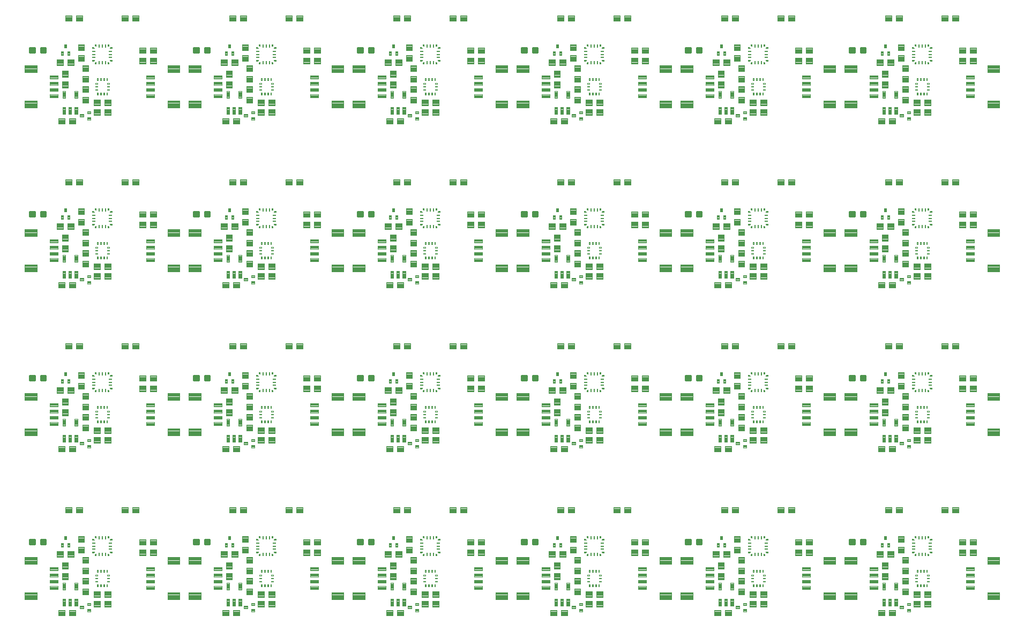
<source format=gtp>
G04 EAGLE Gerber RS-274X export*
G75*
%MOMM*%
%FSLAX34Y34*%
%LPD*%
%INSolderpaste Top*%
%IPPOS*%
%AMOC8*
5,1,8,0,0,1.08239X$1,22.5*%
G01*
%ADD10C,0.096000*%
%ADD11C,0.102000*%
%ADD12C,0.102500*%
%ADD13R,0.600000X0.250000*%
%ADD14R,0.250000X0.600000*%
%ADD15C,0.099000*%
%ADD16C,0.300000*%
%ADD17C,0.100000*%
%ADD18C,0.101200*%

G36*
X1154575Y967039D02*
X1154575Y967039D01*
X1154575Y967040D01*
X1154575Y971040D01*
X1154571Y971045D01*
X1154570Y971045D01*
X1152070Y971045D01*
X1152065Y971041D01*
X1152065Y971040D01*
X1152065Y968290D01*
X1152067Y968288D01*
X1152066Y968286D01*
X1153316Y967036D01*
X1153319Y967036D01*
X1153320Y967035D01*
X1154570Y967035D01*
X1154575Y967039D01*
G37*
G36*
X118255Y967039D02*
X118255Y967039D01*
X118255Y967040D01*
X118255Y971040D01*
X118251Y971045D01*
X118250Y971045D01*
X115750Y971045D01*
X115745Y971041D01*
X115745Y971040D01*
X115745Y968290D01*
X115747Y968288D01*
X115746Y968286D01*
X116996Y967036D01*
X116999Y967036D01*
X117000Y967035D01*
X118250Y967035D01*
X118255Y967039D01*
G37*
G36*
X118255Y189799D02*
X118255Y189799D01*
X118255Y189800D01*
X118255Y193800D01*
X118251Y193805D01*
X118250Y193805D01*
X115750Y193805D01*
X115745Y193801D01*
X115745Y193800D01*
X115745Y191050D01*
X115747Y191048D01*
X115746Y191046D01*
X116996Y189796D01*
X116999Y189796D01*
X117000Y189795D01*
X118250Y189795D01*
X118255Y189799D01*
G37*
G36*
X895495Y967039D02*
X895495Y967039D01*
X895495Y967040D01*
X895495Y971040D01*
X895491Y971045D01*
X895490Y971045D01*
X892990Y971045D01*
X892985Y971041D01*
X892985Y971040D01*
X892985Y968290D01*
X892987Y968288D01*
X892986Y968286D01*
X894236Y967036D01*
X894239Y967036D01*
X894240Y967035D01*
X895490Y967035D01*
X895495Y967039D01*
G37*
G36*
X377335Y189799D02*
X377335Y189799D01*
X377335Y189800D01*
X377335Y193800D01*
X377331Y193805D01*
X377330Y193805D01*
X374830Y193805D01*
X374825Y193801D01*
X374825Y193800D01*
X374825Y191050D01*
X374827Y191048D01*
X374826Y191046D01*
X376076Y189796D01*
X376079Y189796D01*
X376080Y189795D01*
X377330Y189795D01*
X377335Y189799D01*
G37*
G36*
X636415Y967039D02*
X636415Y967039D01*
X636415Y967040D01*
X636415Y971040D01*
X636411Y971045D01*
X636410Y971045D01*
X633910Y971045D01*
X633905Y971041D01*
X633905Y971040D01*
X633905Y968290D01*
X633907Y968288D01*
X633906Y968286D01*
X635156Y967036D01*
X635159Y967036D01*
X635160Y967035D01*
X636410Y967035D01*
X636415Y967039D01*
G37*
G36*
X377335Y967039D02*
X377335Y967039D01*
X377335Y967040D01*
X377335Y971040D01*
X377331Y971045D01*
X377330Y971045D01*
X374830Y971045D01*
X374825Y971041D01*
X374825Y971040D01*
X374825Y968290D01*
X374827Y968288D01*
X374826Y968286D01*
X376076Y967036D01*
X376079Y967036D01*
X376080Y967035D01*
X377330Y967035D01*
X377335Y967039D01*
G37*
G36*
X1413655Y967039D02*
X1413655Y967039D01*
X1413655Y967040D01*
X1413655Y971040D01*
X1413651Y971045D01*
X1413650Y971045D01*
X1411150Y971045D01*
X1411145Y971041D01*
X1411145Y971040D01*
X1411145Y968290D01*
X1411147Y968288D01*
X1411146Y968286D01*
X1412396Y967036D01*
X1412399Y967036D01*
X1412400Y967035D01*
X1413650Y967035D01*
X1413655Y967039D01*
G37*
G36*
X636415Y189799D02*
X636415Y189799D01*
X636415Y189800D01*
X636415Y193800D01*
X636411Y193805D01*
X636410Y193805D01*
X633910Y193805D01*
X633905Y193801D01*
X633905Y193800D01*
X633905Y191050D01*
X633907Y191048D01*
X633906Y191046D01*
X635156Y189796D01*
X635159Y189796D01*
X635160Y189795D01*
X636410Y189795D01*
X636415Y189799D01*
G37*
G36*
X636415Y707959D02*
X636415Y707959D01*
X636415Y707960D01*
X636415Y711960D01*
X636411Y711965D01*
X636410Y711965D01*
X633910Y711965D01*
X633905Y711961D01*
X633905Y711960D01*
X633905Y709210D01*
X633907Y709208D01*
X633906Y709206D01*
X635156Y707956D01*
X635159Y707956D01*
X635160Y707955D01*
X636410Y707955D01*
X636415Y707959D01*
G37*
G36*
X118255Y707959D02*
X118255Y707959D01*
X118255Y707960D01*
X118255Y711960D01*
X118251Y711965D01*
X118250Y711965D01*
X115750Y711965D01*
X115745Y711961D01*
X115745Y711960D01*
X115745Y709210D01*
X115747Y709208D01*
X115746Y709206D01*
X116996Y707956D01*
X116999Y707956D01*
X117000Y707955D01*
X118250Y707955D01*
X118255Y707959D01*
G37*
G36*
X1154575Y707959D02*
X1154575Y707959D01*
X1154575Y707960D01*
X1154575Y711960D01*
X1154571Y711965D01*
X1154570Y711965D01*
X1152070Y711965D01*
X1152065Y711961D01*
X1152065Y711960D01*
X1152065Y709210D01*
X1152067Y709208D01*
X1152066Y709206D01*
X1153316Y707956D01*
X1153319Y707956D01*
X1153320Y707955D01*
X1154570Y707955D01*
X1154575Y707959D01*
G37*
G36*
X1154575Y448879D02*
X1154575Y448879D01*
X1154575Y448880D01*
X1154575Y452880D01*
X1154571Y452885D01*
X1154570Y452885D01*
X1152070Y452885D01*
X1152065Y452881D01*
X1152065Y452880D01*
X1152065Y450130D01*
X1152067Y450128D01*
X1152066Y450126D01*
X1153316Y448876D01*
X1153319Y448876D01*
X1153320Y448875D01*
X1154570Y448875D01*
X1154575Y448879D01*
G37*
G36*
X1413655Y707959D02*
X1413655Y707959D01*
X1413655Y707960D01*
X1413655Y711960D01*
X1413651Y711965D01*
X1413650Y711965D01*
X1411150Y711965D01*
X1411145Y711961D01*
X1411145Y711960D01*
X1411145Y709210D01*
X1411147Y709208D01*
X1411146Y709206D01*
X1412396Y707956D01*
X1412399Y707956D01*
X1412400Y707955D01*
X1413650Y707955D01*
X1413655Y707959D01*
G37*
G36*
X636415Y448879D02*
X636415Y448879D01*
X636415Y448880D01*
X636415Y452880D01*
X636411Y452885D01*
X636410Y452885D01*
X633910Y452885D01*
X633905Y452881D01*
X633905Y452880D01*
X633905Y450130D01*
X633907Y450128D01*
X633906Y450126D01*
X635156Y448876D01*
X635159Y448876D01*
X635160Y448875D01*
X636410Y448875D01*
X636415Y448879D01*
G37*
G36*
X377335Y707959D02*
X377335Y707959D01*
X377335Y707960D01*
X377335Y711960D01*
X377331Y711965D01*
X377330Y711965D01*
X374830Y711965D01*
X374825Y711961D01*
X374825Y711960D01*
X374825Y709210D01*
X374827Y709208D01*
X374826Y709206D01*
X376076Y707956D01*
X376079Y707956D01*
X376080Y707955D01*
X377330Y707955D01*
X377335Y707959D01*
G37*
G36*
X377335Y448879D02*
X377335Y448879D01*
X377335Y448880D01*
X377335Y452880D01*
X377331Y452885D01*
X377330Y452885D01*
X374830Y452885D01*
X374825Y452881D01*
X374825Y452880D01*
X374825Y450130D01*
X374827Y450128D01*
X374826Y450126D01*
X376076Y448876D01*
X376079Y448876D01*
X376080Y448875D01*
X377330Y448875D01*
X377335Y448879D01*
G37*
G36*
X118255Y448879D02*
X118255Y448879D01*
X118255Y448880D01*
X118255Y452880D01*
X118251Y452885D01*
X118250Y452885D01*
X115750Y452885D01*
X115745Y452881D01*
X115745Y452880D01*
X115745Y450130D01*
X115747Y450128D01*
X115746Y450126D01*
X116996Y448876D01*
X116999Y448876D01*
X117000Y448875D01*
X118250Y448875D01*
X118255Y448879D01*
G37*
G36*
X1413655Y448879D02*
X1413655Y448879D01*
X1413655Y448880D01*
X1413655Y452880D01*
X1413651Y452885D01*
X1413650Y452885D01*
X1411150Y452885D01*
X1411145Y452881D01*
X1411145Y452880D01*
X1411145Y450130D01*
X1411147Y450128D01*
X1411146Y450126D01*
X1412396Y448876D01*
X1412399Y448876D01*
X1412400Y448875D01*
X1413650Y448875D01*
X1413655Y448879D01*
G37*
G36*
X1154575Y189799D02*
X1154575Y189799D01*
X1154575Y189800D01*
X1154575Y193800D01*
X1154571Y193805D01*
X1154570Y193805D01*
X1152070Y193805D01*
X1152065Y193801D01*
X1152065Y193800D01*
X1152065Y191050D01*
X1152067Y191048D01*
X1152066Y191046D01*
X1153316Y189796D01*
X1153319Y189796D01*
X1153320Y189795D01*
X1154570Y189795D01*
X1154575Y189799D01*
G37*
G36*
X895495Y189799D02*
X895495Y189799D01*
X895495Y189800D01*
X895495Y193800D01*
X895491Y193805D01*
X895490Y193805D01*
X892990Y193805D01*
X892985Y193801D01*
X892985Y193800D01*
X892985Y191050D01*
X892987Y191048D01*
X892986Y191046D01*
X894236Y189796D01*
X894239Y189796D01*
X894240Y189795D01*
X895490Y189795D01*
X895495Y189799D01*
G37*
G36*
X895495Y707959D02*
X895495Y707959D01*
X895495Y707960D01*
X895495Y711960D01*
X895491Y711965D01*
X895490Y711965D01*
X892990Y711965D01*
X892985Y711961D01*
X892985Y711960D01*
X892985Y709210D01*
X892987Y709208D01*
X892986Y709206D01*
X894236Y707956D01*
X894239Y707956D01*
X894240Y707955D01*
X895490Y707955D01*
X895495Y707959D01*
G37*
G36*
X895495Y448879D02*
X895495Y448879D01*
X895495Y448880D01*
X895495Y452880D01*
X895491Y452885D01*
X895490Y452885D01*
X892990Y452885D01*
X892985Y452881D01*
X892985Y452880D01*
X892985Y450130D01*
X892987Y450128D01*
X892986Y450126D01*
X894236Y448876D01*
X894239Y448876D01*
X894240Y448875D01*
X895490Y448875D01*
X895495Y448879D01*
G37*
G36*
X1413655Y189799D02*
X1413655Y189799D01*
X1413655Y189800D01*
X1413655Y193800D01*
X1413651Y193805D01*
X1413650Y193805D01*
X1411150Y193805D01*
X1411145Y193801D01*
X1411145Y193800D01*
X1411145Y191050D01*
X1411147Y191048D01*
X1411146Y191046D01*
X1412396Y189796D01*
X1412399Y189796D01*
X1412400Y189795D01*
X1413650Y189795D01*
X1413655Y189799D01*
G37*
G36*
X661165Y684709D02*
X661165Y684709D01*
X661165Y684710D01*
X661165Y687210D01*
X661161Y687215D01*
X661160Y687215D01*
X657160Y687215D01*
X657155Y687211D01*
X657155Y687210D01*
X657155Y685960D01*
X657157Y685958D01*
X657156Y685956D01*
X658406Y684706D01*
X658409Y684706D01*
X658410Y684705D01*
X661160Y684705D01*
X661165Y684709D01*
G37*
G36*
X1438405Y684709D02*
X1438405Y684709D01*
X1438405Y684710D01*
X1438405Y687210D01*
X1438401Y687215D01*
X1438400Y687215D01*
X1434400Y687215D01*
X1434395Y687211D01*
X1434395Y687210D01*
X1434395Y685960D01*
X1434397Y685958D01*
X1434396Y685956D01*
X1435646Y684706D01*
X1435649Y684706D01*
X1435650Y684705D01*
X1438400Y684705D01*
X1438405Y684709D01*
G37*
G36*
X1179325Y684709D02*
X1179325Y684709D01*
X1179325Y684710D01*
X1179325Y687210D01*
X1179321Y687215D01*
X1179320Y687215D01*
X1175320Y687215D01*
X1175315Y687211D01*
X1175315Y687210D01*
X1175315Y685960D01*
X1175317Y685958D01*
X1175316Y685956D01*
X1176566Y684706D01*
X1176569Y684706D01*
X1176570Y684705D01*
X1179320Y684705D01*
X1179325Y684709D01*
G37*
G36*
X920245Y684709D02*
X920245Y684709D01*
X920245Y684710D01*
X920245Y687210D01*
X920241Y687215D01*
X920240Y687215D01*
X916240Y687215D01*
X916235Y687211D01*
X916235Y687210D01*
X916235Y685960D01*
X916237Y685958D01*
X916236Y685956D01*
X917486Y684706D01*
X917489Y684706D01*
X917490Y684705D01*
X920240Y684705D01*
X920245Y684709D01*
G37*
G36*
X402085Y684709D02*
X402085Y684709D01*
X402085Y684710D01*
X402085Y687210D01*
X402081Y687215D01*
X402080Y687215D01*
X398080Y687215D01*
X398075Y687211D01*
X398075Y687210D01*
X398075Y685960D01*
X398077Y685958D01*
X398076Y685956D01*
X399326Y684706D01*
X399329Y684706D01*
X399330Y684705D01*
X402080Y684705D01*
X402085Y684709D01*
G37*
G36*
X143005Y684709D02*
X143005Y684709D01*
X143005Y684710D01*
X143005Y687210D01*
X143001Y687215D01*
X143000Y687215D01*
X139000Y687215D01*
X138995Y687211D01*
X138995Y687210D01*
X138995Y685960D01*
X138997Y685958D01*
X138996Y685956D01*
X140246Y684706D01*
X140249Y684706D01*
X140250Y684705D01*
X143000Y684705D01*
X143005Y684709D01*
G37*
G36*
X143005Y425629D02*
X143005Y425629D01*
X143005Y425630D01*
X143005Y428130D01*
X143001Y428135D01*
X143000Y428135D01*
X139000Y428135D01*
X138995Y428131D01*
X138995Y428130D01*
X138995Y426880D01*
X138997Y426878D01*
X138996Y426876D01*
X140246Y425626D01*
X140249Y425626D01*
X140250Y425625D01*
X143000Y425625D01*
X143005Y425629D01*
G37*
G36*
X1438405Y943789D02*
X1438405Y943789D01*
X1438405Y943790D01*
X1438405Y946290D01*
X1438401Y946295D01*
X1438400Y946295D01*
X1434400Y946295D01*
X1434395Y946291D01*
X1434395Y946290D01*
X1434395Y945040D01*
X1434397Y945038D01*
X1434396Y945036D01*
X1435646Y943786D01*
X1435649Y943786D01*
X1435650Y943785D01*
X1438400Y943785D01*
X1438405Y943789D01*
G37*
G36*
X1179325Y943789D02*
X1179325Y943789D01*
X1179325Y943790D01*
X1179325Y946290D01*
X1179321Y946295D01*
X1179320Y946295D01*
X1175320Y946295D01*
X1175315Y946291D01*
X1175315Y946290D01*
X1175315Y945040D01*
X1175317Y945038D01*
X1175316Y945036D01*
X1176566Y943786D01*
X1176569Y943786D01*
X1176570Y943785D01*
X1179320Y943785D01*
X1179325Y943789D01*
G37*
G36*
X661165Y943789D02*
X661165Y943789D01*
X661165Y943790D01*
X661165Y946290D01*
X661161Y946295D01*
X661160Y946295D01*
X657160Y946295D01*
X657155Y946291D01*
X657155Y946290D01*
X657155Y945040D01*
X657157Y945038D01*
X657156Y945036D01*
X658406Y943786D01*
X658409Y943786D01*
X658410Y943785D01*
X661160Y943785D01*
X661165Y943789D01*
G37*
G36*
X402085Y943789D02*
X402085Y943789D01*
X402085Y943790D01*
X402085Y946290D01*
X402081Y946295D01*
X402080Y946295D01*
X398080Y946295D01*
X398075Y946291D01*
X398075Y946290D01*
X398075Y945040D01*
X398077Y945038D01*
X398076Y945036D01*
X399326Y943786D01*
X399329Y943786D01*
X399330Y943785D01*
X402080Y943785D01*
X402085Y943789D01*
G37*
G36*
X143005Y943789D02*
X143005Y943789D01*
X143005Y943790D01*
X143005Y946290D01*
X143001Y946295D01*
X143000Y946295D01*
X139000Y946295D01*
X138995Y946291D01*
X138995Y946290D01*
X138995Y945040D01*
X138997Y945038D01*
X138996Y945036D01*
X140246Y943786D01*
X140249Y943786D01*
X140250Y943785D01*
X143000Y943785D01*
X143005Y943789D01*
G37*
G36*
X920245Y425629D02*
X920245Y425629D01*
X920245Y425630D01*
X920245Y428130D01*
X920241Y428135D01*
X920240Y428135D01*
X916240Y428135D01*
X916235Y428131D01*
X916235Y428130D01*
X916235Y426880D01*
X916237Y426878D01*
X916236Y426876D01*
X917486Y425626D01*
X917489Y425626D01*
X917490Y425625D01*
X920240Y425625D01*
X920245Y425629D01*
G37*
G36*
X143005Y166549D02*
X143005Y166549D01*
X143005Y166550D01*
X143005Y169050D01*
X143001Y169055D01*
X143000Y169055D01*
X139000Y169055D01*
X138995Y169051D01*
X138995Y169050D01*
X138995Y167800D01*
X138997Y167798D01*
X138996Y167796D01*
X140246Y166546D01*
X140249Y166546D01*
X140250Y166545D01*
X143000Y166545D01*
X143005Y166549D01*
G37*
G36*
X402085Y166549D02*
X402085Y166549D01*
X402085Y166550D01*
X402085Y169050D01*
X402081Y169055D01*
X402080Y169055D01*
X398080Y169055D01*
X398075Y169051D01*
X398075Y169050D01*
X398075Y167800D01*
X398077Y167798D01*
X398076Y167796D01*
X399326Y166546D01*
X399329Y166546D01*
X399330Y166545D01*
X402080Y166545D01*
X402085Y166549D01*
G37*
G36*
X1438405Y166549D02*
X1438405Y166549D01*
X1438405Y166550D01*
X1438405Y169050D01*
X1438401Y169055D01*
X1438400Y169055D01*
X1434400Y169055D01*
X1434395Y169051D01*
X1434395Y169050D01*
X1434395Y167800D01*
X1434397Y167798D01*
X1434396Y167796D01*
X1435646Y166546D01*
X1435649Y166546D01*
X1435650Y166545D01*
X1438400Y166545D01*
X1438405Y166549D01*
G37*
G36*
X1179325Y166549D02*
X1179325Y166549D01*
X1179325Y166550D01*
X1179325Y169050D01*
X1179321Y169055D01*
X1179320Y169055D01*
X1175320Y169055D01*
X1175315Y169051D01*
X1175315Y169050D01*
X1175315Y167800D01*
X1175317Y167798D01*
X1175316Y167796D01*
X1176566Y166546D01*
X1176569Y166546D01*
X1176570Y166545D01*
X1179320Y166545D01*
X1179325Y166549D01*
G37*
G36*
X920245Y166549D02*
X920245Y166549D01*
X920245Y166550D01*
X920245Y169050D01*
X920241Y169055D01*
X920240Y169055D01*
X916240Y169055D01*
X916235Y169051D01*
X916235Y169050D01*
X916235Y167800D01*
X916237Y167798D01*
X916236Y167796D01*
X917486Y166546D01*
X917489Y166546D01*
X917490Y166545D01*
X920240Y166545D01*
X920245Y166549D01*
G37*
G36*
X661165Y166549D02*
X661165Y166549D01*
X661165Y166550D01*
X661165Y169050D01*
X661161Y169055D01*
X661160Y169055D01*
X657160Y169055D01*
X657155Y169051D01*
X657155Y169050D01*
X657155Y167800D01*
X657157Y167798D01*
X657156Y167796D01*
X658406Y166546D01*
X658409Y166546D01*
X658410Y166545D01*
X661160Y166545D01*
X661165Y166549D01*
G37*
G36*
X920245Y943789D02*
X920245Y943789D01*
X920245Y943790D01*
X920245Y946290D01*
X920241Y946295D01*
X920240Y946295D01*
X916240Y946295D01*
X916235Y946291D01*
X916235Y946290D01*
X916235Y945040D01*
X916237Y945038D01*
X916236Y945036D01*
X917486Y943786D01*
X917489Y943786D01*
X917490Y943785D01*
X920240Y943785D01*
X920245Y943789D01*
G37*
G36*
X1438405Y425629D02*
X1438405Y425629D01*
X1438405Y425630D01*
X1438405Y428130D01*
X1438401Y428135D01*
X1438400Y428135D01*
X1434400Y428135D01*
X1434395Y428131D01*
X1434395Y428130D01*
X1434395Y426880D01*
X1434397Y426878D01*
X1434396Y426876D01*
X1435646Y425626D01*
X1435649Y425626D01*
X1435650Y425625D01*
X1438400Y425625D01*
X1438405Y425629D01*
G37*
G36*
X1179325Y425629D02*
X1179325Y425629D01*
X1179325Y425630D01*
X1179325Y428130D01*
X1179321Y428135D01*
X1179320Y428135D01*
X1175320Y428135D01*
X1175315Y428131D01*
X1175315Y428130D01*
X1175315Y426880D01*
X1175317Y426878D01*
X1175316Y426876D01*
X1176566Y425626D01*
X1176569Y425626D01*
X1176570Y425625D01*
X1179320Y425625D01*
X1179325Y425629D01*
G37*
G36*
X402085Y425629D02*
X402085Y425629D01*
X402085Y425630D01*
X402085Y428130D01*
X402081Y428135D01*
X402080Y428135D01*
X398080Y428135D01*
X398075Y428131D01*
X398075Y428130D01*
X398075Y426880D01*
X398077Y426878D01*
X398076Y426876D01*
X399326Y425626D01*
X399329Y425626D01*
X399330Y425625D01*
X402080Y425625D01*
X402085Y425629D01*
G37*
G36*
X661165Y425629D02*
X661165Y425629D01*
X661165Y425630D01*
X661165Y428130D01*
X661161Y428135D01*
X661160Y428135D01*
X657160Y428135D01*
X657155Y428131D01*
X657155Y428130D01*
X657155Y426880D01*
X657157Y426878D01*
X657156Y426876D01*
X658406Y425626D01*
X658409Y425626D01*
X658410Y425625D01*
X661160Y425625D01*
X661165Y425629D01*
G37*
G36*
X1173322Y707957D02*
X1173322Y707957D01*
X1173324Y707956D01*
X1174574Y709206D01*
X1174574Y709209D01*
X1174575Y709210D01*
X1174575Y711960D01*
X1174571Y711965D01*
X1174570Y711965D01*
X1172070Y711965D01*
X1172065Y711961D01*
X1172065Y711960D01*
X1172065Y707960D01*
X1172069Y707955D01*
X1172070Y707955D01*
X1173320Y707955D01*
X1173322Y707957D01*
G37*
G36*
X655162Y448877D02*
X655162Y448877D01*
X655164Y448876D01*
X656414Y450126D01*
X656414Y450129D01*
X656415Y450130D01*
X656415Y452880D01*
X656411Y452885D01*
X656410Y452885D01*
X653910Y452885D01*
X653905Y452881D01*
X653905Y452880D01*
X653905Y448880D01*
X653909Y448875D01*
X653910Y448875D01*
X655160Y448875D01*
X655162Y448877D01*
G37*
G36*
X137002Y967037D02*
X137002Y967037D01*
X137004Y967036D01*
X138254Y968286D01*
X138254Y968289D01*
X138255Y968290D01*
X138255Y971040D01*
X138251Y971045D01*
X138250Y971045D01*
X135750Y971045D01*
X135745Y971041D01*
X135745Y971040D01*
X135745Y967040D01*
X135749Y967035D01*
X135750Y967035D01*
X137000Y967035D01*
X137002Y967037D01*
G37*
G36*
X396082Y448877D02*
X396082Y448877D01*
X396084Y448876D01*
X397334Y450126D01*
X397334Y450129D01*
X397335Y450130D01*
X397335Y452880D01*
X397331Y452885D01*
X397330Y452885D01*
X394830Y452885D01*
X394825Y452881D01*
X394825Y452880D01*
X394825Y448880D01*
X394829Y448875D01*
X394830Y448875D01*
X396080Y448875D01*
X396082Y448877D01*
G37*
G36*
X1432402Y448877D02*
X1432402Y448877D01*
X1432404Y448876D01*
X1433654Y450126D01*
X1433654Y450129D01*
X1433655Y450130D01*
X1433655Y452880D01*
X1433651Y452885D01*
X1433650Y452885D01*
X1431150Y452885D01*
X1431145Y452881D01*
X1431145Y452880D01*
X1431145Y448880D01*
X1431149Y448875D01*
X1431150Y448875D01*
X1432400Y448875D01*
X1432402Y448877D01*
G37*
G36*
X137002Y448877D02*
X137002Y448877D01*
X137004Y448876D01*
X138254Y450126D01*
X138254Y450129D01*
X138255Y450130D01*
X138255Y452880D01*
X138251Y452885D01*
X138250Y452885D01*
X135750Y452885D01*
X135745Y452881D01*
X135745Y452880D01*
X135745Y448880D01*
X135749Y448875D01*
X135750Y448875D01*
X137000Y448875D01*
X137002Y448877D01*
G37*
G36*
X655162Y707957D02*
X655162Y707957D01*
X655164Y707956D01*
X656414Y709206D01*
X656414Y709209D01*
X656415Y709210D01*
X656415Y711960D01*
X656411Y711965D01*
X656410Y711965D01*
X653910Y711965D01*
X653905Y711961D01*
X653905Y711960D01*
X653905Y707960D01*
X653909Y707955D01*
X653910Y707955D01*
X655160Y707955D01*
X655162Y707957D01*
G37*
G36*
X396082Y707957D02*
X396082Y707957D01*
X396084Y707956D01*
X397334Y709206D01*
X397334Y709209D01*
X397335Y709210D01*
X397335Y711960D01*
X397331Y711965D01*
X397330Y711965D01*
X394830Y711965D01*
X394825Y711961D01*
X394825Y711960D01*
X394825Y707960D01*
X394829Y707955D01*
X394830Y707955D01*
X396080Y707955D01*
X396082Y707957D01*
G37*
G36*
X1432402Y967037D02*
X1432402Y967037D01*
X1432404Y967036D01*
X1433654Y968286D01*
X1433654Y968289D01*
X1433655Y968290D01*
X1433655Y971040D01*
X1433651Y971045D01*
X1433650Y971045D01*
X1431150Y971045D01*
X1431145Y971041D01*
X1431145Y971040D01*
X1431145Y967040D01*
X1431149Y967035D01*
X1431150Y967035D01*
X1432400Y967035D01*
X1432402Y967037D01*
G37*
G36*
X914242Y967037D02*
X914242Y967037D01*
X914244Y967036D01*
X915494Y968286D01*
X915494Y968289D01*
X915495Y968290D01*
X915495Y971040D01*
X915491Y971045D01*
X915490Y971045D01*
X912990Y971045D01*
X912985Y971041D01*
X912985Y971040D01*
X912985Y967040D01*
X912989Y967035D01*
X912990Y967035D01*
X914240Y967035D01*
X914242Y967037D01*
G37*
G36*
X1432402Y707957D02*
X1432402Y707957D01*
X1432404Y707956D01*
X1433654Y709206D01*
X1433654Y709209D01*
X1433655Y709210D01*
X1433655Y711960D01*
X1433651Y711965D01*
X1433650Y711965D01*
X1431150Y711965D01*
X1431145Y711961D01*
X1431145Y711960D01*
X1431145Y707960D01*
X1431149Y707955D01*
X1431150Y707955D01*
X1432400Y707955D01*
X1432402Y707957D01*
G37*
G36*
X914242Y707957D02*
X914242Y707957D01*
X914244Y707956D01*
X915494Y709206D01*
X915494Y709209D01*
X915495Y709210D01*
X915495Y711960D01*
X915491Y711965D01*
X915490Y711965D01*
X912990Y711965D01*
X912985Y711961D01*
X912985Y711960D01*
X912985Y707960D01*
X912989Y707955D01*
X912990Y707955D01*
X914240Y707955D01*
X914242Y707957D01*
G37*
G36*
X396082Y189797D02*
X396082Y189797D01*
X396084Y189796D01*
X397334Y191046D01*
X397334Y191049D01*
X397335Y191050D01*
X397335Y193800D01*
X397331Y193805D01*
X397330Y193805D01*
X394830Y193805D01*
X394825Y193801D01*
X394825Y193800D01*
X394825Y189800D01*
X394829Y189795D01*
X394830Y189795D01*
X396080Y189795D01*
X396082Y189797D01*
G37*
G36*
X396082Y967037D02*
X396082Y967037D01*
X396084Y967036D01*
X397334Y968286D01*
X397334Y968289D01*
X397335Y968290D01*
X397335Y971040D01*
X397331Y971045D01*
X397330Y971045D01*
X394830Y971045D01*
X394825Y971041D01*
X394825Y971040D01*
X394825Y967040D01*
X394829Y967035D01*
X394830Y967035D01*
X396080Y967035D01*
X396082Y967037D01*
G37*
G36*
X914242Y448877D02*
X914242Y448877D01*
X914244Y448876D01*
X915494Y450126D01*
X915494Y450129D01*
X915495Y450130D01*
X915495Y452880D01*
X915491Y452885D01*
X915490Y452885D01*
X912990Y452885D01*
X912985Y452881D01*
X912985Y452880D01*
X912985Y448880D01*
X912989Y448875D01*
X912990Y448875D01*
X914240Y448875D01*
X914242Y448877D01*
G37*
G36*
X655162Y967037D02*
X655162Y967037D01*
X655164Y967036D01*
X656414Y968286D01*
X656414Y968289D01*
X656415Y968290D01*
X656415Y971040D01*
X656411Y971045D01*
X656410Y971045D01*
X653910Y971045D01*
X653905Y971041D01*
X653905Y971040D01*
X653905Y967040D01*
X653909Y967035D01*
X653910Y967035D01*
X655160Y967035D01*
X655162Y967037D01*
G37*
G36*
X914242Y189797D02*
X914242Y189797D01*
X914244Y189796D01*
X915494Y191046D01*
X915494Y191049D01*
X915495Y191050D01*
X915495Y193800D01*
X915491Y193805D01*
X915490Y193805D01*
X912990Y193805D01*
X912985Y193801D01*
X912985Y193800D01*
X912985Y189800D01*
X912989Y189795D01*
X912990Y189795D01*
X914240Y189795D01*
X914242Y189797D01*
G37*
G36*
X1173322Y967037D02*
X1173322Y967037D01*
X1173324Y967036D01*
X1174574Y968286D01*
X1174574Y968289D01*
X1174575Y968290D01*
X1174575Y971040D01*
X1174571Y971045D01*
X1174570Y971045D01*
X1172070Y971045D01*
X1172065Y971041D01*
X1172065Y971040D01*
X1172065Y967040D01*
X1172069Y967035D01*
X1172070Y967035D01*
X1173320Y967035D01*
X1173322Y967037D01*
G37*
G36*
X1173322Y448877D02*
X1173322Y448877D01*
X1173324Y448876D01*
X1174574Y450126D01*
X1174574Y450129D01*
X1174575Y450130D01*
X1174575Y452880D01*
X1174571Y452885D01*
X1174570Y452885D01*
X1172070Y452885D01*
X1172065Y452881D01*
X1172065Y452880D01*
X1172065Y448880D01*
X1172069Y448875D01*
X1172070Y448875D01*
X1173320Y448875D01*
X1173322Y448877D01*
G37*
G36*
X655162Y189797D02*
X655162Y189797D01*
X655164Y189796D01*
X656414Y191046D01*
X656414Y191049D01*
X656415Y191050D01*
X656415Y193800D01*
X656411Y193805D01*
X656410Y193805D01*
X653910Y193805D01*
X653905Y193801D01*
X653905Y193800D01*
X653905Y189800D01*
X653909Y189795D01*
X653910Y189795D01*
X655160Y189795D01*
X655162Y189797D01*
G37*
G36*
X137002Y189797D02*
X137002Y189797D01*
X137004Y189796D01*
X138254Y191046D01*
X138254Y191049D01*
X138255Y191050D01*
X138255Y193800D01*
X138251Y193805D01*
X138250Y193805D01*
X135750Y193805D01*
X135745Y193801D01*
X135745Y193800D01*
X135745Y189800D01*
X135749Y189795D01*
X135750Y189795D01*
X137000Y189795D01*
X137002Y189797D01*
G37*
G36*
X1173322Y189797D02*
X1173322Y189797D01*
X1173324Y189796D01*
X1174574Y191046D01*
X1174574Y191049D01*
X1174575Y191050D01*
X1174575Y193800D01*
X1174571Y193805D01*
X1174570Y193805D01*
X1172070Y193805D01*
X1172065Y193801D01*
X1172065Y193800D01*
X1172065Y189800D01*
X1172069Y189795D01*
X1172070Y189795D01*
X1173320Y189795D01*
X1173322Y189797D01*
G37*
G36*
X1432402Y189797D02*
X1432402Y189797D01*
X1432404Y189796D01*
X1433654Y191046D01*
X1433654Y191049D01*
X1433655Y191050D01*
X1433655Y193800D01*
X1433651Y193805D01*
X1433650Y193805D01*
X1431150Y193805D01*
X1431145Y193801D01*
X1431145Y193800D01*
X1431145Y189800D01*
X1431149Y189795D01*
X1431150Y189795D01*
X1432400Y189795D01*
X1432402Y189797D01*
G37*
G36*
X137002Y707957D02*
X137002Y707957D01*
X137004Y707956D01*
X138254Y709206D01*
X138254Y709209D01*
X138255Y709210D01*
X138255Y711960D01*
X138251Y711965D01*
X138250Y711965D01*
X135750Y711965D01*
X135745Y711961D01*
X135745Y711960D01*
X135745Y707960D01*
X135749Y707955D01*
X135750Y707955D01*
X137000Y707955D01*
X137002Y707957D01*
G37*
G36*
X372832Y684707D02*
X372832Y684707D01*
X372834Y684706D01*
X374084Y685956D01*
X374084Y685959D01*
X374085Y685960D01*
X374085Y687210D01*
X374081Y687215D01*
X374080Y687215D01*
X370080Y687215D01*
X370075Y687211D01*
X370075Y687210D01*
X370075Y684710D01*
X370079Y684705D01*
X370080Y684705D01*
X372830Y684705D01*
X372832Y684707D01*
G37*
G36*
X631912Y425627D02*
X631912Y425627D01*
X631914Y425626D01*
X633164Y426876D01*
X633164Y426879D01*
X633165Y426880D01*
X633165Y428130D01*
X633161Y428135D01*
X633160Y428135D01*
X629160Y428135D01*
X629155Y428131D01*
X629155Y428130D01*
X629155Y425630D01*
X629159Y425625D01*
X629160Y425625D01*
X631910Y425625D01*
X631912Y425627D01*
G37*
G36*
X1150072Y425627D02*
X1150072Y425627D01*
X1150074Y425626D01*
X1151324Y426876D01*
X1151324Y426879D01*
X1151325Y426880D01*
X1151325Y428130D01*
X1151321Y428135D01*
X1151320Y428135D01*
X1147320Y428135D01*
X1147315Y428131D01*
X1147315Y428130D01*
X1147315Y425630D01*
X1147319Y425625D01*
X1147320Y425625D01*
X1150070Y425625D01*
X1150072Y425627D01*
G37*
G36*
X890992Y425627D02*
X890992Y425627D01*
X890994Y425626D01*
X892244Y426876D01*
X892244Y426879D01*
X892245Y426880D01*
X892245Y428130D01*
X892241Y428135D01*
X892240Y428135D01*
X888240Y428135D01*
X888235Y428131D01*
X888235Y428130D01*
X888235Y425630D01*
X888239Y425625D01*
X888240Y425625D01*
X890990Y425625D01*
X890992Y425627D01*
G37*
G36*
X372832Y425627D02*
X372832Y425627D01*
X372834Y425626D01*
X374084Y426876D01*
X374084Y426879D01*
X374085Y426880D01*
X374085Y428130D01*
X374081Y428135D01*
X374080Y428135D01*
X370080Y428135D01*
X370075Y428131D01*
X370075Y428130D01*
X370075Y425630D01*
X370079Y425625D01*
X370080Y425625D01*
X372830Y425625D01*
X372832Y425627D01*
G37*
G36*
X1409152Y425627D02*
X1409152Y425627D01*
X1409154Y425626D01*
X1410404Y426876D01*
X1410404Y426879D01*
X1410405Y426880D01*
X1410405Y428130D01*
X1410401Y428135D01*
X1410400Y428135D01*
X1406400Y428135D01*
X1406395Y428131D01*
X1406395Y428130D01*
X1406395Y425630D01*
X1406399Y425625D01*
X1406400Y425625D01*
X1409150Y425625D01*
X1409152Y425627D01*
G37*
G36*
X113752Y425627D02*
X113752Y425627D01*
X113754Y425626D01*
X115004Y426876D01*
X115004Y426879D01*
X115005Y426880D01*
X115005Y428130D01*
X115001Y428135D01*
X115000Y428135D01*
X111000Y428135D01*
X110995Y428131D01*
X110995Y428130D01*
X110995Y425630D01*
X110999Y425625D01*
X111000Y425625D01*
X113750Y425625D01*
X113752Y425627D01*
G37*
G36*
X890992Y166547D02*
X890992Y166547D01*
X890994Y166546D01*
X892244Y167796D01*
X892244Y167799D01*
X892245Y167800D01*
X892245Y169050D01*
X892241Y169055D01*
X892240Y169055D01*
X888240Y169055D01*
X888235Y169051D01*
X888235Y169050D01*
X888235Y166550D01*
X888239Y166545D01*
X888240Y166545D01*
X890990Y166545D01*
X890992Y166547D01*
G37*
G36*
X113752Y166547D02*
X113752Y166547D01*
X113754Y166546D01*
X115004Y167796D01*
X115004Y167799D01*
X115005Y167800D01*
X115005Y169050D01*
X115001Y169055D01*
X115000Y169055D01*
X111000Y169055D01*
X110995Y169051D01*
X110995Y169050D01*
X110995Y166550D01*
X110999Y166545D01*
X111000Y166545D01*
X113750Y166545D01*
X113752Y166547D01*
G37*
G36*
X372832Y166547D02*
X372832Y166547D01*
X372834Y166546D01*
X374084Y167796D01*
X374084Y167799D01*
X374085Y167800D01*
X374085Y169050D01*
X374081Y169055D01*
X374080Y169055D01*
X370080Y169055D01*
X370075Y169051D01*
X370075Y169050D01*
X370075Y166550D01*
X370079Y166545D01*
X370080Y166545D01*
X372830Y166545D01*
X372832Y166547D01*
G37*
G36*
X1150072Y166547D02*
X1150072Y166547D01*
X1150074Y166546D01*
X1151324Y167796D01*
X1151324Y167799D01*
X1151325Y167800D01*
X1151325Y169050D01*
X1151321Y169055D01*
X1151320Y169055D01*
X1147320Y169055D01*
X1147315Y169051D01*
X1147315Y169050D01*
X1147315Y166550D01*
X1147319Y166545D01*
X1147320Y166545D01*
X1150070Y166545D01*
X1150072Y166547D01*
G37*
G36*
X1409152Y166547D02*
X1409152Y166547D01*
X1409154Y166546D01*
X1410404Y167796D01*
X1410404Y167799D01*
X1410405Y167800D01*
X1410405Y169050D01*
X1410401Y169055D01*
X1410400Y169055D01*
X1406400Y169055D01*
X1406395Y169051D01*
X1406395Y169050D01*
X1406395Y166550D01*
X1406399Y166545D01*
X1406400Y166545D01*
X1409150Y166545D01*
X1409152Y166547D01*
G37*
G36*
X372832Y943787D02*
X372832Y943787D01*
X372834Y943786D01*
X374084Y945036D01*
X374084Y945039D01*
X374085Y945040D01*
X374085Y946290D01*
X374081Y946295D01*
X374080Y946295D01*
X370080Y946295D01*
X370075Y946291D01*
X370075Y946290D01*
X370075Y943790D01*
X370079Y943785D01*
X370080Y943785D01*
X372830Y943785D01*
X372832Y943787D01*
G37*
G36*
X890992Y943787D02*
X890992Y943787D01*
X890994Y943786D01*
X892244Y945036D01*
X892244Y945039D01*
X892245Y945040D01*
X892245Y946290D01*
X892241Y946295D01*
X892240Y946295D01*
X888240Y946295D01*
X888235Y946291D01*
X888235Y946290D01*
X888235Y943790D01*
X888239Y943785D01*
X888240Y943785D01*
X890990Y943785D01*
X890992Y943787D01*
G37*
G36*
X1150072Y943787D02*
X1150072Y943787D01*
X1150074Y943786D01*
X1151324Y945036D01*
X1151324Y945039D01*
X1151325Y945040D01*
X1151325Y946290D01*
X1151321Y946295D01*
X1151320Y946295D01*
X1147320Y946295D01*
X1147315Y946291D01*
X1147315Y946290D01*
X1147315Y943790D01*
X1147319Y943785D01*
X1147320Y943785D01*
X1150070Y943785D01*
X1150072Y943787D01*
G37*
G36*
X1409152Y943787D02*
X1409152Y943787D01*
X1409154Y943786D01*
X1410404Y945036D01*
X1410404Y945039D01*
X1410405Y945040D01*
X1410405Y946290D01*
X1410401Y946295D01*
X1410400Y946295D01*
X1406400Y946295D01*
X1406395Y946291D01*
X1406395Y946290D01*
X1406395Y943790D01*
X1406399Y943785D01*
X1406400Y943785D01*
X1409150Y943785D01*
X1409152Y943787D01*
G37*
G36*
X113752Y943787D02*
X113752Y943787D01*
X113754Y943786D01*
X115004Y945036D01*
X115004Y945039D01*
X115005Y945040D01*
X115005Y946290D01*
X115001Y946295D01*
X115000Y946295D01*
X111000Y946295D01*
X110995Y946291D01*
X110995Y946290D01*
X110995Y943790D01*
X110999Y943785D01*
X111000Y943785D01*
X113750Y943785D01*
X113752Y943787D01*
G37*
G36*
X631912Y943787D02*
X631912Y943787D01*
X631914Y943786D01*
X633164Y945036D01*
X633164Y945039D01*
X633165Y945040D01*
X633165Y946290D01*
X633161Y946295D01*
X633160Y946295D01*
X629160Y946295D01*
X629155Y946291D01*
X629155Y946290D01*
X629155Y943790D01*
X629159Y943785D01*
X629160Y943785D01*
X631910Y943785D01*
X631912Y943787D01*
G37*
G36*
X631912Y166547D02*
X631912Y166547D01*
X631914Y166546D01*
X633164Y167796D01*
X633164Y167799D01*
X633165Y167800D01*
X633165Y169050D01*
X633161Y169055D01*
X633160Y169055D01*
X629160Y169055D01*
X629155Y169051D01*
X629155Y169050D01*
X629155Y166550D01*
X629159Y166545D01*
X629160Y166545D01*
X631910Y166545D01*
X631912Y166547D01*
G37*
G36*
X890992Y684707D02*
X890992Y684707D01*
X890994Y684706D01*
X892244Y685956D01*
X892244Y685959D01*
X892245Y685960D01*
X892245Y687210D01*
X892241Y687215D01*
X892240Y687215D01*
X888240Y687215D01*
X888235Y687211D01*
X888235Y687210D01*
X888235Y684710D01*
X888239Y684705D01*
X888240Y684705D01*
X890990Y684705D01*
X890992Y684707D01*
G37*
G36*
X1409152Y684707D02*
X1409152Y684707D01*
X1409154Y684706D01*
X1410404Y685956D01*
X1410404Y685959D01*
X1410405Y685960D01*
X1410405Y687210D01*
X1410401Y687215D01*
X1410400Y687215D01*
X1406400Y687215D01*
X1406395Y687211D01*
X1406395Y687210D01*
X1406395Y684710D01*
X1406399Y684705D01*
X1406400Y684705D01*
X1409150Y684705D01*
X1409152Y684707D01*
G37*
G36*
X1150072Y684707D02*
X1150072Y684707D01*
X1150074Y684706D01*
X1151324Y685956D01*
X1151324Y685959D01*
X1151325Y685960D01*
X1151325Y687210D01*
X1151321Y687215D01*
X1151320Y687215D01*
X1147320Y687215D01*
X1147315Y687211D01*
X1147315Y687210D01*
X1147315Y684710D01*
X1147319Y684705D01*
X1147320Y684705D01*
X1150070Y684705D01*
X1150072Y684707D01*
G37*
G36*
X113752Y684707D02*
X113752Y684707D01*
X113754Y684706D01*
X115004Y685956D01*
X115004Y685959D01*
X115005Y685960D01*
X115005Y687210D01*
X115001Y687215D01*
X115000Y687215D01*
X111000Y687215D01*
X110995Y687211D01*
X110995Y687210D01*
X110995Y684710D01*
X110999Y684705D01*
X111000Y684705D01*
X113750Y684705D01*
X113752Y684707D01*
G37*
G36*
X631912Y684707D02*
X631912Y684707D01*
X631914Y684706D01*
X633164Y685956D01*
X633164Y685959D01*
X633165Y685960D01*
X633165Y687210D01*
X633161Y687215D01*
X633160Y687215D01*
X629160Y687215D01*
X629155Y687211D01*
X629155Y687210D01*
X629155Y684710D01*
X629159Y684705D01*
X629160Y684705D01*
X631910Y684705D01*
X631912Y684707D01*
G37*
G36*
X636415Y679959D02*
X636415Y679959D01*
X636415Y679960D01*
X636415Y683960D01*
X636411Y683965D01*
X636410Y683965D01*
X635160Y683965D01*
X635158Y683963D01*
X635156Y683964D01*
X633906Y682714D01*
X633906Y682711D01*
X633905Y682710D01*
X633905Y679960D01*
X633909Y679955D01*
X633910Y679955D01*
X636410Y679955D01*
X636415Y679959D01*
G37*
G36*
X920245Y963789D02*
X920245Y963789D01*
X920245Y963790D01*
X920245Y966290D01*
X920241Y966295D01*
X920240Y966295D01*
X917490Y966295D01*
X917488Y966293D01*
X917486Y966294D01*
X916236Y965044D01*
X916236Y965041D01*
X916235Y965040D01*
X916235Y963790D01*
X916239Y963785D01*
X916240Y963785D01*
X920240Y963785D01*
X920245Y963789D01*
G37*
G36*
X661165Y963789D02*
X661165Y963789D01*
X661165Y963790D01*
X661165Y966290D01*
X661161Y966295D01*
X661160Y966295D01*
X658410Y966295D01*
X658408Y966293D01*
X658406Y966294D01*
X657156Y965044D01*
X657156Y965041D01*
X657155Y965040D01*
X657155Y963790D01*
X657159Y963785D01*
X657160Y963785D01*
X661160Y963785D01*
X661165Y963789D01*
G37*
G36*
X1438405Y963789D02*
X1438405Y963789D01*
X1438405Y963790D01*
X1438405Y966290D01*
X1438401Y966295D01*
X1438400Y966295D01*
X1435650Y966295D01*
X1435648Y966293D01*
X1435646Y966294D01*
X1434396Y965044D01*
X1434396Y965041D01*
X1434395Y965040D01*
X1434395Y963790D01*
X1434399Y963785D01*
X1434400Y963785D01*
X1438400Y963785D01*
X1438405Y963789D01*
G37*
G36*
X143005Y963789D02*
X143005Y963789D01*
X143005Y963790D01*
X143005Y966290D01*
X143001Y966295D01*
X143000Y966295D01*
X140250Y966295D01*
X140248Y966293D01*
X140246Y966294D01*
X138996Y965044D01*
X138996Y965041D01*
X138995Y965040D01*
X138995Y963790D01*
X138999Y963785D01*
X139000Y963785D01*
X143000Y963785D01*
X143005Y963789D01*
G37*
G36*
X377335Y679959D02*
X377335Y679959D01*
X377335Y679960D01*
X377335Y683960D01*
X377331Y683965D01*
X377330Y683965D01*
X376080Y683965D01*
X376078Y683963D01*
X376076Y683964D01*
X374826Y682714D01*
X374826Y682711D01*
X374825Y682710D01*
X374825Y679960D01*
X374829Y679955D01*
X374830Y679955D01*
X377330Y679955D01*
X377335Y679959D01*
G37*
G36*
X895495Y679959D02*
X895495Y679959D01*
X895495Y679960D01*
X895495Y683960D01*
X895491Y683965D01*
X895490Y683965D01*
X894240Y683965D01*
X894238Y683963D01*
X894236Y683964D01*
X892986Y682714D01*
X892986Y682711D01*
X892985Y682710D01*
X892985Y679960D01*
X892989Y679955D01*
X892990Y679955D01*
X895490Y679955D01*
X895495Y679959D01*
G37*
G36*
X636415Y161799D02*
X636415Y161799D01*
X636415Y161800D01*
X636415Y165800D01*
X636411Y165805D01*
X636410Y165805D01*
X635160Y165805D01*
X635158Y165803D01*
X635156Y165804D01*
X633906Y164554D01*
X633906Y164551D01*
X633905Y164550D01*
X633905Y161800D01*
X633909Y161795D01*
X633910Y161795D01*
X636410Y161795D01*
X636415Y161799D01*
G37*
G36*
X402085Y186549D02*
X402085Y186549D01*
X402085Y186550D01*
X402085Y189050D01*
X402081Y189055D01*
X402080Y189055D01*
X399330Y189055D01*
X399328Y189053D01*
X399326Y189054D01*
X398076Y187804D01*
X398076Y187801D01*
X398075Y187800D01*
X398075Y186550D01*
X398079Y186545D01*
X398080Y186545D01*
X402080Y186545D01*
X402085Y186549D01*
G37*
G36*
X402085Y963789D02*
X402085Y963789D01*
X402085Y963790D01*
X402085Y966290D01*
X402081Y966295D01*
X402080Y966295D01*
X399330Y966295D01*
X399328Y966293D01*
X399326Y966294D01*
X398076Y965044D01*
X398076Y965041D01*
X398075Y965040D01*
X398075Y963790D01*
X398079Y963785D01*
X398080Y963785D01*
X402080Y963785D01*
X402085Y963789D01*
G37*
G36*
X1179325Y963789D02*
X1179325Y963789D01*
X1179325Y963790D01*
X1179325Y966290D01*
X1179321Y966295D01*
X1179320Y966295D01*
X1176570Y966295D01*
X1176568Y966293D01*
X1176566Y966294D01*
X1175316Y965044D01*
X1175316Y965041D01*
X1175315Y965040D01*
X1175315Y963790D01*
X1175319Y963785D01*
X1175320Y963785D01*
X1179320Y963785D01*
X1179325Y963789D01*
G37*
G36*
X1179325Y186549D02*
X1179325Y186549D01*
X1179325Y186550D01*
X1179325Y189050D01*
X1179321Y189055D01*
X1179320Y189055D01*
X1176570Y189055D01*
X1176568Y189053D01*
X1176566Y189054D01*
X1175316Y187804D01*
X1175316Y187801D01*
X1175315Y187800D01*
X1175315Y186550D01*
X1175319Y186545D01*
X1175320Y186545D01*
X1179320Y186545D01*
X1179325Y186549D01*
G37*
G36*
X636415Y420879D02*
X636415Y420879D01*
X636415Y420880D01*
X636415Y424880D01*
X636411Y424885D01*
X636410Y424885D01*
X635160Y424885D01*
X635158Y424883D01*
X635156Y424884D01*
X633906Y423634D01*
X633906Y423631D01*
X633905Y423630D01*
X633905Y420880D01*
X633909Y420875D01*
X633910Y420875D01*
X636410Y420875D01*
X636415Y420879D01*
G37*
G36*
X661165Y186549D02*
X661165Y186549D01*
X661165Y186550D01*
X661165Y189050D01*
X661161Y189055D01*
X661160Y189055D01*
X658410Y189055D01*
X658408Y189053D01*
X658406Y189054D01*
X657156Y187804D01*
X657156Y187801D01*
X657155Y187800D01*
X657155Y186550D01*
X657159Y186545D01*
X657160Y186545D01*
X661160Y186545D01*
X661165Y186549D01*
G37*
G36*
X143005Y445629D02*
X143005Y445629D01*
X143005Y445630D01*
X143005Y448130D01*
X143001Y448135D01*
X143000Y448135D01*
X140250Y448135D01*
X140248Y448133D01*
X140246Y448134D01*
X138996Y446884D01*
X138996Y446881D01*
X138995Y446880D01*
X138995Y445630D01*
X138999Y445625D01*
X139000Y445625D01*
X143000Y445625D01*
X143005Y445629D01*
G37*
G36*
X920245Y445629D02*
X920245Y445629D01*
X920245Y445630D01*
X920245Y448130D01*
X920241Y448135D01*
X920240Y448135D01*
X917490Y448135D01*
X917488Y448133D01*
X917486Y448134D01*
X916236Y446884D01*
X916236Y446881D01*
X916235Y446880D01*
X916235Y445630D01*
X916239Y445625D01*
X916240Y445625D01*
X920240Y445625D01*
X920245Y445629D01*
G37*
G36*
X920245Y186549D02*
X920245Y186549D01*
X920245Y186550D01*
X920245Y189050D01*
X920241Y189055D01*
X920240Y189055D01*
X917490Y189055D01*
X917488Y189053D01*
X917486Y189054D01*
X916236Y187804D01*
X916236Y187801D01*
X916235Y187800D01*
X916235Y186550D01*
X916239Y186545D01*
X916240Y186545D01*
X920240Y186545D01*
X920245Y186549D01*
G37*
G36*
X1179325Y445629D02*
X1179325Y445629D01*
X1179325Y445630D01*
X1179325Y448130D01*
X1179321Y448135D01*
X1179320Y448135D01*
X1176570Y448135D01*
X1176568Y448133D01*
X1176566Y448134D01*
X1175316Y446884D01*
X1175316Y446881D01*
X1175315Y446880D01*
X1175315Y445630D01*
X1175319Y445625D01*
X1175320Y445625D01*
X1179320Y445625D01*
X1179325Y445629D01*
G37*
G36*
X402085Y445629D02*
X402085Y445629D01*
X402085Y445630D01*
X402085Y448130D01*
X402081Y448135D01*
X402080Y448135D01*
X399330Y448135D01*
X399328Y448133D01*
X399326Y448134D01*
X398076Y446884D01*
X398076Y446881D01*
X398075Y446880D01*
X398075Y445630D01*
X398079Y445625D01*
X398080Y445625D01*
X402080Y445625D01*
X402085Y445629D01*
G37*
G36*
X1438405Y186549D02*
X1438405Y186549D01*
X1438405Y186550D01*
X1438405Y189050D01*
X1438401Y189055D01*
X1438400Y189055D01*
X1435650Y189055D01*
X1435648Y189053D01*
X1435646Y189054D01*
X1434396Y187804D01*
X1434396Y187801D01*
X1434395Y187800D01*
X1434395Y186550D01*
X1434399Y186545D01*
X1434400Y186545D01*
X1438400Y186545D01*
X1438405Y186549D01*
G37*
G36*
X1413655Y939039D02*
X1413655Y939039D01*
X1413655Y939040D01*
X1413655Y943040D01*
X1413651Y943045D01*
X1413650Y943045D01*
X1412400Y943045D01*
X1412398Y943043D01*
X1412396Y943044D01*
X1411146Y941794D01*
X1411146Y941791D01*
X1411145Y941790D01*
X1411145Y939040D01*
X1411149Y939035D01*
X1411150Y939035D01*
X1413650Y939035D01*
X1413655Y939039D01*
G37*
G36*
X377335Y939039D02*
X377335Y939039D01*
X377335Y939040D01*
X377335Y943040D01*
X377331Y943045D01*
X377330Y943045D01*
X376080Y943045D01*
X376078Y943043D01*
X376076Y943044D01*
X374826Y941794D01*
X374826Y941791D01*
X374825Y941790D01*
X374825Y939040D01*
X374829Y939035D01*
X374830Y939035D01*
X377330Y939035D01*
X377335Y939039D01*
G37*
G36*
X1438405Y445629D02*
X1438405Y445629D01*
X1438405Y445630D01*
X1438405Y448130D01*
X1438401Y448135D01*
X1438400Y448135D01*
X1435650Y448135D01*
X1435648Y448133D01*
X1435646Y448134D01*
X1434396Y446884D01*
X1434396Y446881D01*
X1434395Y446880D01*
X1434395Y445630D01*
X1434399Y445625D01*
X1434400Y445625D01*
X1438400Y445625D01*
X1438405Y445629D01*
G37*
G36*
X661165Y445629D02*
X661165Y445629D01*
X661165Y445630D01*
X661165Y448130D01*
X661161Y448135D01*
X661160Y448135D01*
X658410Y448135D01*
X658408Y448133D01*
X658406Y448134D01*
X657156Y446884D01*
X657156Y446881D01*
X657155Y446880D01*
X657155Y445630D01*
X657159Y445625D01*
X657160Y445625D01*
X661160Y445625D01*
X661165Y445629D01*
G37*
G36*
X143005Y704709D02*
X143005Y704709D01*
X143005Y704710D01*
X143005Y707210D01*
X143001Y707215D01*
X143000Y707215D01*
X140250Y707215D01*
X140248Y707213D01*
X140246Y707214D01*
X138996Y705964D01*
X138996Y705961D01*
X138995Y705960D01*
X138995Y704710D01*
X138999Y704705D01*
X139000Y704705D01*
X143000Y704705D01*
X143005Y704709D01*
G37*
G36*
X118255Y420879D02*
X118255Y420879D01*
X118255Y420880D01*
X118255Y424880D01*
X118251Y424885D01*
X118250Y424885D01*
X117000Y424885D01*
X116998Y424883D01*
X116996Y424884D01*
X115746Y423634D01*
X115746Y423631D01*
X115745Y423630D01*
X115745Y420880D01*
X115749Y420875D01*
X115750Y420875D01*
X118250Y420875D01*
X118255Y420879D01*
G37*
G36*
X1154575Y679959D02*
X1154575Y679959D01*
X1154575Y679960D01*
X1154575Y683960D01*
X1154571Y683965D01*
X1154570Y683965D01*
X1153320Y683965D01*
X1153318Y683963D01*
X1153316Y683964D01*
X1152066Y682714D01*
X1152066Y682711D01*
X1152065Y682710D01*
X1152065Y679960D01*
X1152069Y679955D01*
X1152070Y679955D01*
X1154570Y679955D01*
X1154575Y679959D01*
G37*
G36*
X1438405Y704709D02*
X1438405Y704709D01*
X1438405Y704710D01*
X1438405Y707210D01*
X1438401Y707215D01*
X1438400Y707215D01*
X1435650Y707215D01*
X1435648Y707213D01*
X1435646Y707214D01*
X1434396Y705964D01*
X1434396Y705961D01*
X1434395Y705960D01*
X1434395Y704710D01*
X1434399Y704705D01*
X1434400Y704705D01*
X1438400Y704705D01*
X1438405Y704709D01*
G37*
G36*
X1413655Y679959D02*
X1413655Y679959D01*
X1413655Y679960D01*
X1413655Y683960D01*
X1413651Y683965D01*
X1413650Y683965D01*
X1412400Y683965D01*
X1412398Y683963D01*
X1412396Y683964D01*
X1411146Y682714D01*
X1411146Y682711D01*
X1411145Y682710D01*
X1411145Y679960D01*
X1411149Y679955D01*
X1411150Y679955D01*
X1413650Y679955D01*
X1413655Y679959D01*
G37*
G36*
X661165Y704709D02*
X661165Y704709D01*
X661165Y704710D01*
X661165Y707210D01*
X661161Y707215D01*
X661160Y707215D01*
X658410Y707215D01*
X658408Y707213D01*
X658406Y707214D01*
X657156Y705964D01*
X657156Y705961D01*
X657155Y705960D01*
X657155Y704710D01*
X657159Y704705D01*
X657160Y704705D01*
X661160Y704705D01*
X661165Y704709D01*
G37*
G36*
X1154575Y420879D02*
X1154575Y420879D01*
X1154575Y420880D01*
X1154575Y424880D01*
X1154571Y424885D01*
X1154570Y424885D01*
X1153320Y424885D01*
X1153318Y424883D01*
X1153316Y424884D01*
X1152066Y423634D01*
X1152066Y423631D01*
X1152065Y423630D01*
X1152065Y420880D01*
X1152069Y420875D01*
X1152070Y420875D01*
X1154570Y420875D01*
X1154575Y420879D01*
G37*
G36*
X920245Y704709D02*
X920245Y704709D01*
X920245Y704710D01*
X920245Y707210D01*
X920241Y707215D01*
X920240Y707215D01*
X917490Y707215D01*
X917488Y707213D01*
X917486Y707214D01*
X916236Y705964D01*
X916236Y705961D01*
X916235Y705960D01*
X916235Y704710D01*
X916239Y704705D01*
X916240Y704705D01*
X920240Y704705D01*
X920245Y704709D01*
G37*
G36*
X118255Y679959D02*
X118255Y679959D01*
X118255Y679960D01*
X118255Y683960D01*
X118251Y683965D01*
X118250Y683965D01*
X117000Y683965D01*
X116998Y683963D01*
X116996Y683964D01*
X115746Y682714D01*
X115746Y682711D01*
X115745Y682710D01*
X115745Y679960D01*
X115749Y679955D01*
X115750Y679955D01*
X118250Y679955D01*
X118255Y679959D01*
G37*
G36*
X1179325Y704709D02*
X1179325Y704709D01*
X1179325Y704710D01*
X1179325Y707210D01*
X1179321Y707215D01*
X1179320Y707215D01*
X1176570Y707215D01*
X1176568Y707213D01*
X1176566Y707214D01*
X1175316Y705964D01*
X1175316Y705961D01*
X1175315Y705960D01*
X1175315Y704710D01*
X1175319Y704705D01*
X1175320Y704705D01*
X1179320Y704705D01*
X1179325Y704709D01*
G37*
G36*
X143005Y186549D02*
X143005Y186549D01*
X143005Y186550D01*
X143005Y189050D01*
X143001Y189055D01*
X143000Y189055D01*
X140250Y189055D01*
X140248Y189053D01*
X140246Y189054D01*
X138996Y187804D01*
X138996Y187801D01*
X138995Y187800D01*
X138995Y186550D01*
X138999Y186545D01*
X139000Y186545D01*
X143000Y186545D01*
X143005Y186549D01*
G37*
G36*
X402085Y704709D02*
X402085Y704709D01*
X402085Y704710D01*
X402085Y707210D01*
X402081Y707215D01*
X402080Y707215D01*
X399330Y707215D01*
X399328Y707213D01*
X399326Y707214D01*
X398076Y705964D01*
X398076Y705961D01*
X398075Y705960D01*
X398075Y704710D01*
X398079Y704705D01*
X398080Y704705D01*
X402080Y704705D01*
X402085Y704709D01*
G37*
G36*
X377335Y420879D02*
X377335Y420879D01*
X377335Y420880D01*
X377335Y424880D01*
X377331Y424885D01*
X377330Y424885D01*
X376080Y424885D01*
X376078Y424883D01*
X376076Y424884D01*
X374826Y423634D01*
X374826Y423631D01*
X374825Y423630D01*
X374825Y420880D01*
X374829Y420875D01*
X374830Y420875D01*
X377330Y420875D01*
X377335Y420879D01*
G37*
G36*
X895495Y420879D02*
X895495Y420879D01*
X895495Y420880D01*
X895495Y424880D01*
X895491Y424885D01*
X895490Y424885D01*
X894240Y424885D01*
X894238Y424883D01*
X894236Y424884D01*
X892986Y423634D01*
X892986Y423631D01*
X892985Y423630D01*
X892985Y420880D01*
X892989Y420875D01*
X892990Y420875D01*
X895490Y420875D01*
X895495Y420879D01*
G37*
G36*
X1413655Y420879D02*
X1413655Y420879D01*
X1413655Y420880D01*
X1413655Y424880D01*
X1413651Y424885D01*
X1413650Y424885D01*
X1412400Y424885D01*
X1412398Y424883D01*
X1412396Y424884D01*
X1411146Y423634D01*
X1411146Y423631D01*
X1411145Y423630D01*
X1411145Y420880D01*
X1411149Y420875D01*
X1411150Y420875D01*
X1413650Y420875D01*
X1413655Y420879D01*
G37*
G36*
X636415Y939039D02*
X636415Y939039D01*
X636415Y939040D01*
X636415Y943040D01*
X636411Y943045D01*
X636410Y943045D01*
X635160Y943045D01*
X635158Y943043D01*
X635156Y943044D01*
X633906Y941794D01*
X633906Y941791D01*
X633905Y941790D01*
X633905Y939040D01*
X633909Y939035D01*
X633910Y939035D01*
X636410Y939035D01*
X636415Y939039D01*
G37*
G36*
X1154575Y939039D02*
X1154575Y939039D01*
X1154575Y939040D01*
X1154575Y943040D01*
X1154571Y943045D01*
X1154570Y943045D01*
X1153320Y943045D01*
X1153318Y943043D01*
X1153316Y943044D01*
X1152066Y941794D01*
X1152066Y941791D01*
X1152065Y941790D01*
X1152065Y939040D01*
X1152069Y939035D01*
X1152070Y939035D01*
X1154570Y939035D01*
X1154575Y939039D01*
G37*
G36*
X895495Y939039D02*
X895495Y939039D01*
X895495Y939040D01*
X895495Y943040D01*
X895491Y943045D01*
X895490Y943045D01*
X894240Y943045D01*
X894238Y943043D01*
X894236Y943044D01*
X892986Y941794D01*
X892986Y941791D01*
X892985Y941790D01*
X892985Y939040D01*
X892989Y939035D01*
X892990Y939035D01*
X895490Y939035D01*
X895495Y939039D01*
G37*
G36*
X118255Y939039D02*
X118255Y939039D01*
X118255Y939040D01*
X118255Y943040D01*
X118251Y943045D01*
X118250Y943045D01*
X117000Y943045D01*
X116998Y943043D01*
X116996Y943044D01*
X115746Y941794D01*
X115746Y941791D01*
X115745Y941790D01*
X115745Y939040D01*
X115749Y939035D01*
X115750Y939035D01*
X118250Y939035D01*
X118255Y939039D01*
G37*
G36*
X1413655Y161799D02*
X1413655Y161799D01*
X1413655Y161800D01*
X1413655Y165800D01*
X1413651Y165805D01*
X1413650Y165805D01*
X1412400Y165805D01*
X1412398Y165803D01*
X1412396Y165804D01*
X1411146Y164554D01*
X1411146Y164551D01*
X1411145Y164550D01*
X1411145Y161800D01*
X1411149Y161795D01*
X1411150Y161795D01*
X1413650Y161795D01*
X1413655Y161799D01*
G37*
G36*
X118255Y161799D02*
X118255Y161799D01*
X118255Y161800D01*
X118255Y165800D01*
X118251Y165805D01*
X118250Y165805D01*
X117000Y165805D01*
X116998Y165803D01*
X116996Y165804D01*
X115746Y164554D01*
X115746Y164551D01*
X115745Y164550D01*
X115745Y161800D01*
X115749Y161795D01*
X115750Y161795D01*
X118250Y161795D01*
X118255Y161799D01*
G37*
G36*
X1154575Y161799D02*
X1154575Y161799D01*
X1154575Y161800D01*
X1154575Y165800D01*
X1154571Y165805D01*
X1154570Y165805D01*
X1153320Y165805D01*
X1153318Y165803D01*
X1153316Y165804D01*
X1152066Y164554D01*
X1152066Y164551D01*
X1152065Y164550D01*
X1152065Y161800D01*
X1152069Y161795D01*
X1152070Y161795D01*
X1154570Y161795D01*
X1154575Y161799D01*
G37*
G36*
X895495Y161799D02*
X895495Y161799D01*
X895495Y161800D01*
X895495Y165800D01*
X895491Y165805D01*
X895490Y165805D01*
X894240Y165805D01*
X894238Y165803D01*
X894236Y165804D01*
X892986Y164554D01*
X892986Y164551D01*
X892985Y164550D01*
X892985Y161800D01*
X892989Y161795D01*
X892990Y161795D01*
X895490Y161795D01*
X895495Y161799D01*
G37*
G36*
X377335Y161799D02*
X377335Y161799D01*
X377335Y161800D01*
X377335Y165800D01*
X377331Y165805D01*
X377330Y165805D01*
X376080Y165805D01*
X376078Y165803D01*
X376076Y165804D01*
X374826Y164554D01*
X374826Y164551D01*
X374825Y164550D01*
X374825Y161800D01*
X374829Y161795D01*
X374830Y161795D01*
X377330Y161795D01*
X377335Y161799D01*
G37*
G36*
X1174575Y420879D02*
X1174575Y420879D01*
X1174575Y420880D01*
X1174575Y423630D01*
X1174573Y423632D01*
X1174574Y423634D01*
X1173324Y424884D01*
X1173321Y424884D01*
X1173320Y424885D01*
X1172070Y424885D01*
X1172065Y424881D01*
X1172065Y424880D01*
X1172065Y420880D01*
X1172069Y420875D01*
X1172070Y420875D01*
X1174570Y420875D01*
X1174575Y420879D01*
G37*
G36*
X915495Y939039D02*
X915495Y939039D01*
X915495Y939040D01*
X915495Y941790D01*
X915493Y941792D01*
X915494Y941794D01*
X914244Y943044D01*
X914241Y943044D01*
X914240Y943045D01*
X912990Y943045D01*
X912985Y943041D01*
X912985Y943040D01*
X912985Y939040D01*
X912989Y939035D01*
X912990Y939035D01*
X915490Y939035D01*
X915495Y939039D01*
G37*
G36*
X138255Y939039D02*
X138255Y939039D01*
X138255Y939040D01*
X138255Y941790D01*
X138253Y941792D01*
X138254Y941794D01*
X137004Y943044D01*
X137001Y943044D01*
X137000Y943045D01*
X135750Y943045D01*
X135745Y943041D01*
X135745Y943040D01*
X135745Y939040D01*
X135749Y939035D01*
X135750Y939035D01*
X138250Y939035D01*
X138255Y939039D01*
G37*
G36*
X1174575Y939039D02*
X1174575Y939039D01*
X1174575Y939040D01*
X1174575Y941790D01*
X1174573Y941792D01*
X1174574Y941794D01*
X1173324Y943044D01*
X1173321Y943044D01*
X1173320Y943045D01*
X1172070Y943045D01*
X1172065Y943041D01*
X1172065Y943040D01*
X1172065Y939040D01*
X1172069Y939035D01*
X1172070Y939035D01*
X1174570Y939035D01*
X1174575Y939039D01*
G37*
G36*
X138255Y679959D02*
X138255Y679959D01*
X138255Y679960D01*
X138255Y682710D01*
X138253Y682712D01*
X138254Y682714D01*
X137004Y683964D01*
X137001Y683964D01*
X137000Y683965D01*
X135750Y683965D01*
X135745Y683961D01*
X135745Y683960D01*
X135745Y679960D01*
X135749Y679955D01*
X135750Y679955D01*
X138250Y679955D01*
X138255Y679959D01*
G37*
G36*
X397335Y939039D02*
X397335Y939039D01*
X397335Y939040D01*
X397335Y941790D01*
X397333Y941792D01*
X397334Y941794D01*
X396084Y943044D01*
X396081Y943044D01*
X396080Y943045D01*
X394830Y943045D01*
X394825Y943041D01*
X394825Y943040D01*
X394825Y939040D01*
X394829Y939035D01*
X394830Y939035D01*
X397330Y939035D01*
X397335Y939039D01*
G37*
G36*
X656415Y679959D02*
X656415Y679959D01*
X656415Y679960D01*
X656415Y682710D01*
X656413Y682712D01*
X656414Y682714D01*
X655164Y683964D01*
X655161Y683964D01*
X655160Y683965D01*
X653910Y683965D01*
X653905Y683961D01*
X653905Y683960D01*
X653905Y679960D01*
X653909Y679955D01*
X653910Y679955D01*
X656410Y679955D01*
X656415Y679959D01*
G37*
G36*
X1433655Y679959D02*
X1433655Y679959D01*
X1433655Y679960D01*
X1433655Y682710D01*
X1433653Y682712D01*
X1433654Y682714D01*
X1432404Y683964D01*
X1432401Y683964D01*
X1432400Y683965D01*
X1431150Y683965D01*
X1431145Y683961D01*
X1431145Y683960D01*
X1431145Y679960D01*
X1431149Y679955D01*
X1431150Y679955D01*
X1433650Y679955D01*
X1433655Y679959D01*
G37*
G36*
X1174575Y679959D02*
X1174575Y679959D01*
X1174575Y679960D01*
X1174575Y682710D01*
X1174573Y682712D01*
X1174574Y682714D01*
X1173324Y683964D01*
X1173321Y683964D01*
X1173320Y683965D01*
X1172070Y683965D01*
X1172065Y683961D01*
X1172065Y683960D01*
X1172065Y679960D01*
X1172069Y679955D01*
X1172070Y679955D01*
X1174570Y679955D01*
X1174575Y679959D01*
G37*
G36*
X915495Y679959D02*
X915495Y679959D01*
X915495Y679960D01*
X915495Y682710D01*
X915493Y682712D01*
X915494Y682714D01*
X914244Y683964D01*
X914241Y683964D01*
X914240Y683965D01*
X912990Y683965D01*
X912985Y683961D01*
X912985Y683960D01*
X912985Y679960D01*
X912989Y679955D01*
X912990Y679955D01*
X915490Y679955D01*
X915495Y679959D01*
G37*
G36*
X1433655Y939039D02*
X1433655Y939039D01*
X1433655Y939040D01*
X1433655Y941790D01*
X1433653Y941792D01*
X1433654Y941794D01*
X1432404Y943044D01*
X1432401Y943044D01*
X1432400Y943045D01*
X1431150Y943045D01*
X1431145Y943041D01*
X1431145Y943040D01*
X1431145Y939040D01*
X1431149Y939035D01*
X1431150Y939035D01*
X1433650Y939035D01*
X1433655Y939039D01*
G37*
G36*
X656415Y939039D02*
X656415Y939039D01*
X656415Y939040D01*
X656415Y941790D01*
X656413Y941792D01*
X656414Y941794D01*
X655164Y943044D01*
X655161Y943044D01*
X655160Y943045D01*
X653910Y943045D01*
X653905Y943041D01*
X653905Y943040D01*
X653905Y939040D01*
X653909Y939035D01*
X653910Y939035D01*
X656410Y939035D01*
X656415Y939039D01*
G37*
G36*
X397335Y679959D02*
X397335Y679959D01*
X397335Y679960D01*
X397335Y682710D01*
X397333Y682712D01*
X397334Y682714D01*
X396084Y683964D01*
X396081Y683964D01*
X396080Y683965D01*
X394830Y683965D01*
X394825Y683961D01*
X394825Y683960D01*
X394825Y679960D01*
X394829Y679955D01*
X394830Y679955D01*
X397330Y679955D01*
X397335Y679959D01*
G37*
G36*
X915495Y161799D02*
X915495Y161799D01*
X915495Y161800D01*
X915495Y164550D01*
X915493Y164552D01*
X915494Y164554D01*
X914244Y165804D01*
X914241Y165804D01*
X914240Y165805D01*
X912990Y165805D01*
X912985Y165801D01*
X912985Y165800D01*
X912985Y161800D01*
X912989Y161795D01*
X912990Y161795D01*
X915490Y161795D01*
X915495Y161799D01*
G37*
G36*
X1433655Y420879D02*
X1433655Y420879D01*
X1433655Y420880D01*
X1433655Y423630D01*
X1433653Y423632D01*
X1433654Y423634D01*
X1432404Y424884D01*
X1432401Y424884D01*
X1432400Y424885D01*
X1431150Y424885D01*
X1431145Y424881D01*
X1431145Y424880D01*
X1431145Y420880D01*
X1431149Y420875D01*
X1431150Y420875D01*
X1433650Y420875D01*
X1433655Y420879D01*
G37*
G36*
X138255Y161799D02*
X138255Y161799D01*
X138255Y161800D01*
X138255Y164550D01*
X138253Y164552D01*
X138254Y164554D01*
X137004Y165804D01*
X137001Y165804D01*
X137000Y165805D01*
X135750Y165805D01*
X135745Y165801D01*
X135745Y165800D01*
X135745Y161800D01*
X135749Y161795D01*
X135750Y161795D01*
X138250Y161795D01*
X138255Y161799D01*
G37*
G36*
X1433655Y161799D02*
X1433655Y161799D01*
X1433655Y161800D01*
X1433655Y164550D01*
X1433653Y164552D01*
X1433654Y164554D01*
X1432404Y165804D01*
X1432401Y165804D01*
X1432400Y165805D01*
X1431150Y165805D01*
X1431145Y165801D01*
X1431145Y165800D01*
X1431145Y161800D01*
X1431149Y161795D01*
X1431150Y161795D01*
X1433650Y161795D01*
X1433655Y161799D01*
G37*
G36*
X915495Y420879D02*
X915495Y420879D01*
X915495Y420880D01*
X915495Y423630D01*
X915493Y423632D01*
X915494Y423634D01*
X914244Y424884D01*
X914241Y424884D01*
X914240Y424885D01*
X912990Y424885D01*
X912985Y424881D01*
X912985Y424880D01*
X912985Y420880D01*
X912989Y420875D01*
X912990Y420875D01*
X915490Y420875D01*
X915495Y420879D01*
G37*
G36*
X397335Y420879D02*
X397335Y420879D01*
X397335Y420880D01*
X397335Y423630D01*
X397333Y423632D01*
X397334Y423634D01*
X396084Y424884D01*
X396081Y424884D01*
X396080Y424885D01*
X394830Y424885D01*
X394825Y424881D01*
X394825Y424880D01*
X394825Y420880D01*
X394829Y420875D01*
X394830Y420875D01*
X397330Y420875D01*
X397335Y420879D01*
G37*
G36*
X656415Y161799D02*
X656415Y161799D01*
X656415Y161800D01*
X656415Y164550D01*
X656413Y164552D01*
X656414Y164554D01*
X655164Y165804D01*
X655161Y165804D01*
X655160Y165805D01*
X653910Y165805D01*
X653905Y165801D01*
X653905Y165800D01*
X653905Y161800D01*
X653909Y161795D01*
X653910Y161795D01*
X656410Y161795D01*
X656415Y161799D01*
G37*
G36*
X138255Y420879D02*
X138255Y420879D01*
X138255Y420880D01*
X138255Y423630D01*
X138253Y423632D01*
X138254Y423634D01*
X137004Y424884D01*
X137001Y424884D01*
X137000Y424885D01*
X135750Y424885D01*
X135745Y424881D01*
X135745Y424880D01*
X135745Y420880D01*
X135749Y420875D01*
X135750Y420875D01*
X138250Y420875D01*
X138255Y420879D01*
G37*
G36*
X397335Y161799D02*
X397335Y161799D01*
X397335Y161800D01*
X397335Y164550D01*
X397333Y164552D01*
X397334Y164554D01*
X396084Y165804D01*
X396081Y165804D01*
X396080Y165805D01*
X394830Y165805D01*
X394825Y165801D01*
X394825Y165800D01*
X394825Y161800D01*
X394829Y161795D01*
X394830Y161795D01*
X397330Y161795D01*
X397335Y161799D01*
G37*
G36*
X656415Y420879D02*
X656415Y420879D01*
X656415Y420880D01*
X656415Y423630D01*
X656413Y423632D01*
X656414Y423634D01*
X655164Y424884D01*
X655161Y424884D01*
X655160Y424885D01*
X653910Y424885D01*
X653905Y424881D01*
X653905Y424880D01*
X653905Y420880D01*
X653909Y420875D01*
X653910Y420875D01*
X656410Y420875D01*
X656415Y420879D01*
G37*
G36*
X1174575Y161799D02*
X1174575Y161799D01*
X1174575Y161800D01*
X1174575Y164550D01*
X1174573Y164552D01*
X1174574Y164554D01*
X1173324Y165804D01*
X1173321Y165804D01*
X1173320Y165805D01*
X1172070Y165805D01*
X1172065Y165801D01*
X1172065Y165800D01*
X1172065Y161800D01*
X1172069Y161795D01*
X1172070Y161795D01*
X1174570Y161795D01*
X1174575Y161799D01*
G37*
G36*
X374085Y963789D02*
X374085Y963789D01*
X374085Y963790D01*
X374085Y965040D01*
X374083Y965042D01*
X374084Y965044D01*
X372834Y966294D01*
X372831Y966294D01*
X372830Y966295D01*
X370080Y966295D01*
X370075Y966291D01*
X370075Y966290D01*
X370075Y963790D01*
X370079Y963785D01*
X370080Y963785D01*
X374080Y963785D01*
X374085Y963789D01*
G37*
G36*
X633165Y963789D02*
X633165Y963789D01*
X633165Y963790D01*
X633165Y965040D01*
X633163Y965042D01*
X633164Y965044D01*
X631914Y966294D01*
X631911Y966294D01*
X631910Y966295D01*
X629160Y966295D01*
X629155Y966291D01*
X629155Y966290D01*
X629155Y963790D01*
X629159Y963785D01*
X629160Y963785D01*
X633160Y963785D01*
X633165Y963789D01*
G37*
G36*
X1410405Y963789D02*
X1410405Y963789D01*
X1410405Y963790D01*
X1410405Y965040D01*
X1410403Y965042D01*
X1410404Y965044D01*
X1409154Y966294D01*
X1409151Y966294D01*
X1409150Y966295D01*
X1406400Y966295D01*
X1406395Y966291D01*
X1406395Y966290D01*
X1406395Y963790D01*
X1406399Y963785D01*
X1406400Y963785D01*
X1410400Y963785D01*
X1410405Y963789D01*
G37*
G36*
X115005Y704709D02*
X115005Y704709D01*
X115005Y704710D01*
X115005Y705960D01*
X115003Y705962D01*
X115004Y705964D01*
X113754Y707214D01*
X113751Y707214D01*
X113750Y707215D01*
X111000Y707215D01*
X110995Y707211D01*
X110995Y707210D01*
X110995Y704710D01*
X110999Y704705D01*
X111000Y704705D01*
X115000Y704705D01*
X115005Y704709D01*
G37*
G36*
X1410405Y704709D02*
X1410405Y704709D01*
X1410405Y704710D01*
X1410405Y705960D01*
X1410403Y705962D01*
X1410404Y705964D01*
X1409154Y707214D01*
X1409151Y707214D01*
X1409150Y707215D01*
X1406400Y707215D01*
X1406395Y707211D01*
X1406395Y707210D01*
X1406395Y704710D01*
X1406399Y704705D01*
X1406400Y704705D01*
X1410400Y704705D01*
X1410405Y704709D01*
G37*
G36*
X115005Y445629D02*
X115005Y445629D01*
X115005Y445630D01*
X115005Y446880D01*
X115003Y446882D01*
X115004Y446884D01*
X113754Y448134D01*
X113751Y448134D01*
X113750Y448135D01*
X111000Y448135D01*
X110995Y448131D01*
X110995Y448130D01*
X110995Y445630D01*
X110999Y445625D01*
X111000Y445625D01*
X115000Y445625D01*
X115005Y445629D01*
G37*
G36*
X374085Y704709D02*
X374085Y704709D01*
X374085Y704710D01*
X374085Y705960D01*
X374083Y705962D01*
X374084Y705964D01*
X372834Y707214D01*
X372831Y707214D01*
X372830Y707215D01*
X370080Y707215D01*
X370075Y707211D01*
X370075Y707210D01*
X370075Y704710D01*
X370079Y704705D01*
X370080Y704705D01*
X374080Y704705D01*
X374085Y704709D01*
G37*
G36*
X1151325Y704709D02*
X1151325Y704709D01*
X1151325Y704710D01*
X1151325Y705960D01*
X1151323Y705962D01*
X1151324Y705964D01*
X1150074Y707214D01*
X1150071Y707214D01*
X1150070Y707215D01*
X1147320Y707215D01*
X1147315Y707211D01*
X1147315Y707210D01*
X1147315Y704710D01*
X1147319Y704705D01*
X1147320Y704705D01*
X1151320Y704705D01*
X1151325Y704709D01*
G37*
G36*
X633165Y704709D02*
X633165Y704709D01*
X633165Y704710D01*
X633165Y705960D01*
X633163Y705962D01*
X633164Y705964D01*
X631914Y707214D01*
X631911Y707214D01*
X631910Y707215D01*
X629160Y707215D01*
X629155Y707211D01*
X629155Y707210D01*
X629155Y704710D01*
X629159Y704705D01*
X629160Y704705D01*
X633160Y704705D01*
X633165Y704709D01*
G37*
G36*
X1151325Y445629D02*
X1151325Y445629D01*
X1151325Y445630D01*
X1151325Y446880D01*
X1151323Y446882D01*
X1151324Y446884D01*
X1150074Y448134D01*
X1150071Y448134D01*
X1150070Y448135D01*
X1147320Y448135D01*
X1147315Y448131D01*
X1147315Y448130D01*
X1147315Y445630D01*
X1147319Y445625D01*
X1147320Y445625D01*
X1151320Y445625D01*
X1151325Y445629D01*
G37*
G36*
X1151325Y186549D02*
X1151325Y186549D01*
X1151325Y186550D01*
X1151325Y187800D01*
X1151323Y187802D01*
X1151324Y187804D01*
X1150074Y189054D01*
X1150071Y189054D01*
X1150070Y189055D01*
X1147320Y189055D01*
X1147315Y189051D01*
X1147315Y189050D01*
X1147315Y186550D01*
X1147319Y186545D01*
X1147320Y186545D01*
X1151320Y186545D01*
X1151325Y186549D01*
G37*
G36*
X892245Y704709D02*
X892245Y704709D01*
X892245Y704710D01*
X892245Y705960D01*
X892243Y705962D01*
X892244Y705964D01*
X890994Y707214D01*
X890991Y707214D01*
X890990Y707215D01*
X888240Y707215D01*
X888235Y707211D01*
X888235Y707210D01*
X888235Y704710D01*
X888239Y704705D01*
X888240Y704705D01*
X892240Y704705D01*
X892245Y704709D01*
G37*
G36*
X1410405Y186549D02*
X1410405Y186549D01*
X1410405Y186550D01*
X1410405Y187800D01*
X1410403Y187802D01*
X1410404Y187804D01*
X1409154Y189054D01*
X1409151Y189054D01*
X1409150Y189055D01*
X1406400Y189055D01*
X1406395Y189051D01*
X1406395Y189050D01*
X1406395Y186550D01*
X1406399Y186545D01*
X1406400Y186545D01*
X1410400Y186545D01*
X1410405Y186549D01*
G37*
G36*
X1410405Y445629D02*
X1410405Y445629D01*
X1410405Y445630D01*
X1410405Y446880D01*
X1410403Y446882D01*
X1410404Y446884D01*
X1409154Y448134D01*
X1409151Y448134D01*
X1409150Y448135D01*
X1406400Y448135D01*
X1406395Y448131D01*
X1406395Y448130D01*
X1406395Y445630D01*
X1406399Y445625D01*
X1406400Y445625D01*
X1410400Y445625D01*
X1410405Y445629D01*
G37*
G36*
X892245Y445629D02*
X892245Y445629D01*
X892245Y445630D01*
X892245Y446880D01*
X892243Y446882D01*
X892244Y446884D01*
X890994Y448134D01*
X890991Y448134D01*
X890990Y448135D01*
X888240Y448135D01*
X888235Y448131D01*
X888235Y448130D01*
X888235Y445630D01*
X888239Y445625D01*
X888240Y445625D01*
X892240Y445625D01*
X892245Y445629D01*
G37*
G36*
X633165Y445629D02*
X633165Y445629D01*
X633165Y445630D01*
X633165Y446880D01*
X633163Y446882D01*
X633164Y446884D01*
X631914Y448134D01*
X631911Y448134D01*
X631910Y448135D01*
X629160Y448135D01*
X629155Y448131D01*
X629155Y448130D01*
X629155Y445630D01*
X629159Y445625D01*
X629160Y445625D01*
X633160Y445625D01*
X633165Y445629D01*
G37*
G36*
X1151325Y963789D02*
X1151325Y963789D01*
X1151325Y963790D01*
X1151325Y965040D01*
X1151323Y965042D01*
X1151324Y965044D01*
X1150074Y966294D01*
X1150071Y966294D01*
X1150070Y966295D01*
X1147320Y966295D01*
X1147315Y966291D01*
X1147315Y966290D01*
X1147315Y963790D01*
X1147319Y963785D01*
X1147320Y963785D01*
X1151320Y963785D01*
X1151325Y963789D01*
G37*
G36*
X892245Y186549D02*
X892245Y186549D01*
X892245Y186550D01*
X892245Y187800D01*
X892243Y187802D01*
X892244Y187804D01*
X890994Y189054D01*
X890991Y189054D01*
X890990Y189055D01*
X888240Y189055D01*
X888235Y189051D01*
X888235Y189050D01*
X888235Y186550D01*
X888239Y186545D01*
X888240Y186545D01*
X892240Y186545D01*
X892245Y186549D01*
G37*
G36*
X374085Y186549D02*
X374085Y186549D01*
X374085Y186550D01*
X374085Y187800D01*
X374083Y187802D01*
X374084Y187804D01*
X372834Y189054D01*
X372831Y189054D01*
X372830Y189055D01*
X370080Y189055D01*
X370075Y189051D01*
X370075Y189050D01*
X370075Y186550D01*
X370079Y186545D01*
X370080Y186545D01*
X374080Y186545D01*
X374085Y186549D01*
G37*
G36*
X633165Y186549D02*
X633165Y186549D01*
X633165Y186550D01*
X633165Y187800D01*
X633163Y187802D01*
X633164Y187804D01*
X631914Y189054D01*
X631911Y189054D01*
X631910Y189055D01*
X629160Y189055D01*
X629155Y189051D01*
X629155Y189050D01*
X629155Y186550D01*
X629159Y186545D01*
X629160Y186545D01*
X633160Y186545D01*
X633165Y186549D01*
G37*
G36*
X892245Y963789D02*
X892245Y963789D01*
X892245Y963790D01*
X892245Y965040D01*
X892243Y965042D01*
X892244Y965044D01*
X890994Y966294D01*
X890991Y966294D01*
X890990Y966295D01*
X888240Y966295D01*
X888235Y966291D01*
X888235Y966290D01*
X888235Y963790D01*
X888239Y963785D01*
X888240Y963785D01*
X892240Y963785D01*
X892245Y963789D01*
G37*
G36*
X115005Y186549D02*
X115005Y186549D01*
X115005Y186550D01*
X115005Y187800D01*
X115003Y187802D01*
X115004Y187804D01*
X113754Y189054D01*
X113751Y189054D01*
X113750Y189055D01*
X111000Y189055D01*
X110995Y189051D01*
X110995Y189050D01*
X110995Y186550D01*
X110999Y186545D01*
X111000Y186545D01*
X115000Y186545D01*
X115005Y186549D01*
G37*
G36*
X115005Y963789D02*
X115005Y963789D01*
X115005Y963790D01*
X115005Y965040D01*
X115003Y965042D01*
X115004Y965044D01*
X113754Y966294D01*
X113751Y966294D01*
X113750Y966295D01*
X111000Y966295D01*
X110995Y966291D01*
X110995Y966290D01*
X110995Y963790D01*
X110999Y963785D01*
X111000Y963785D01*
X115000Y963785D01*
X115005Y963789D01*
G37*
G36*
X374085Y445629D02*
X374085Y445629D01*
X374085Y445630D01*
X374085Y446880D01*
X374083Y446882D01*
X374084Y446884D01*
X372834Y448134D01*
X372831Y448134D01*
X372830Y448135D01*
X370080Y448135D01*
X370075Y448131D01*
X370075Y448130D01*
X370075Y445630D01*
X370079Y445625D01*
X370080Y445625D01*
X374080Y445625D01*
X374085Y445629D01*
G37*
D10*
X249470Y104520D02*
X249470Y93480D01*
X230430Y93480D01*
X230430Y104520D01*
X249470Y104520D01*
X249470Y94392D02*
X230430Y94392D01*
X230430Y95304D02*
X249470Y95304D01*
X249470Y96216D02*
X230430Y96216D01*
X230430Y97128D02*
X249470Y97128D01*
X249470Y98040D02*
X230430Y98040D01*
X230430Y98952D02*
X249470Y98952D01*
X249470Y99864D02*
X230430Y99864D01*
X230430Y100776D02*
X249470Y100776D01*
X249470Y101688D02*
X230430Y101688D01*
X230430Y102600D02*
X249470Y102600D01*
X249470Y103512D02*
X230430Y103512D01*
X230430Y104424D02*
X249470Y104424D01*
X249470Y149480D02*
X249470Y160520D01*
X249470Y149480D02*
X230430Y149480D01*
X230430Y160520D01*
X249470Y160520D01*
X249470Y150392D02*
X230430Y150392D01*
X230430Y151304D02*
X249470Y151304D01*
X249470Y152216D02*
X230430Y152216D01*
X230430Y153128D02*
X249470Y153128D01*
X249470Y154040D02*
X230430Y154040D01*
X230430Y154952D02*
X249470Y154952D01*
X249470Y155864D02*
X230430Y155864D01*
X230430Y156776D02*
X249470Y156776D01*
X249470Y157688D02*
X230430Y157688D01*
X230430Y158600D02*
X249470Y158600D01*
X249470Y159512D02*
X230430Y159512D01*
X230430Y160424D02*
X249470Y160424D01*
D11*
X209440Y114490D02*
X209440Y109510D01*
X196960Y109510D01*
X196960Y114490D01*
X209440Y114490D01*
X209440Y110479D02*
X196960Y110479D01*
X196960Y111448D02*
X209440Y111448D01*
X209440Y112417D02*
X196960Y112417D01*
X196960Y113386D02*
X209440Y113386D01*
X209440Y114355D02*
X196960Y114355D01*
X209440Y119510D02*
X209440Y124490D01*
X209440Y119510D02*
X196960Y119510D01*
X196960Y124490D01*
X209440Y124490D01*
X209440Y120479D02*
X196960Y120479D01*
X196960Y121448D02*
X209440Y121448D01*
X209440Y122417D02*
X196960Y122417D01*
X196960Y123386D02*
X209440Y123386D01*
X209440Y124355D02*
X196960Y124355D01*
X209440Y129510D02*
X209440Y134490D01*
X209440Y129510D02*
X196960Y129510D01*
X196960Y134490D01*
X209440Y134490D01*
X209440Y130479D02*
X196960Y130479D01*
X196960Y131448D02*
X209440Y131448D01*
X209440Y132417D02*
X196960Y132417D01*
X196960Y133386D02*
X209440Y133386D01*
X209440Y134355D02*
X196960Y134355D01*
X209440Y139510D02*
X209440Y144490D01*
X209440Y139510D02*
X196960Y139510D01*
X196960Y144490D01*
X209440Y144490D01*
X209440Y140479D02*
X196960Y140479D01*
X196960Y141448D02*
X209440Y141448D01*
X209440Y142417D02*
X196960Y142417D01*
X196960Y143386D02*
X209440Y143386D01*
X209440Y144355D02*
X196960Y144355D01*
D10*
X4530Y149480D02*
X4530Y160520D01*
X23570Y160520D01*
X23570Y149480D01*
X4530Y149480D01*
X4530Y150392D02*
X23570Y150392D01*
X23570Y151304D02*
X4530Y151304D01*
X4530Y152216D02*
X23570Y152216D01*
X23570Y153128D02*
X4530Y153128D01*
X4530Y154040D02*
X23570Y154040D01*
X23570Y154952D02*
X4530Y154952D01*
X4530Y155864D02*
X23570Y155864D01*
X23570Y156776D02*
X4530Y156776D01*
X4530Y157688D02*
X23570Y157688D01*
X23570Y158600D02*
X4530Y158600D01*
X4530Y159512D02*
X23570Y159512D01*
X23570Y160424D02*
X4530Y160424D01*
X4530Y104520D02*
X4530Y93480D01*
X4530Y104520D02*
X23570Y104520D01*
X23570Y93480D01*
X4530Y93480D01*
X4530Y94392D02*
X23570Y94392D01*
X23570Y95304D02*
X4530Y95304D01*
X4530Y96216D02*
X23570Y96216D01*
X23570Y97128D02*
X4530Y97128D01*
X4530Y98040D02*
X23570Y98040D01*
X23570Y98952D02*
X4530Y98952D01*
X4530Y99864D02*
X23570Y99864D01*
X23570Y100776D02*
X4530Y100776D01*
X4530Y101688D02*
X23570Y101688D01*
X23570Y102600D02*
X4530Y102600D01*
X4530Y103512D02*
X23570Y103512D01*
X23570Y104424D02*
X4530Y104424D01*
D11*
X44560Y139510D02*
X44560Y144490D01*
X57040Y144490D01*
X57040Y139510D01*
X44560Y139510D01*
X44560Y140479D02*
X57040Y140479D01*
X57040Y141448D02*
X44560Y141448D01*
X44560Y142417D02*
X57040Y142417D01*
X57040Y143386D02*
X44560Y143386D01*
X44560Y144355D02*
X57040Y144355D01*
X44560Y134490D02*
X44560Y129510D01*
X44560Y134490D02*
X57040Y134490D01*
X57040Y129510D01*
X44560Y129510D01*
X44560Y130479D02*
X57040Y130479D01*
X57040Y131448D02*
X44560Y131448D01*
X44560Y132417D02*
X57040Y132417D01*
X57040Y133386D02*
X44560Y133386D01*
X44560Y134355D02*
X57040Y134355D01*
X44560Y124490D02*
X44560Y119510D01*
X44560Y124490D02*
X57040Y124490D01*
X57040Y119510D01*
X44560Y119510D01*
X44560Y120479D02*
X57040Y120479D01*
X57040Y121448D02*
X44560Y121448D01*
X44560Y122417D02*
X57040Y122417D01*
X57040Y123386D02*
X44560Y123386D01*
X44560Y124355D02*
X57040Y124355D01*
X44560Y114490D02*
X44560Y109510D01*
X44560Y114490D02*
X57040Y114490D01*
X57040Y109510D01*
X44560Y109510D01*
X44560Y110479D02*
X57040Y110479D01*
X57040Y111448D02*
X44560Y111448D01*
X44560Y112417D02*
X57040Y112417D01*
X57040Y113386D02*
X44560Y113386D01*
X44560Y114355D02*
X57040Y114355D01*
D12*
X135238Y137012D02*
X135238Y140488D01*
X135238Y137012D02*
X133762Y137012D01*
X133762Y140488D01*
X135238Y140488D01*
X135238Y137986D02*
X133762Y137986D01*
X133762Y138960D02*
X135238Y138960D01*
X135238Y139934D02*
X133762Y139934D01*
X130238Y140488D02*
X130238Y137012D01*
X128762Y137012D01*
X128762Y140488D01*
X130238Y140488D01*
X130238Y137986D02*
X128762Y137986D01*
X128762Y138960D02*
X130238Y138960D01*
X130238Y139934D02*
X128762Y139934D01*
X125238Y140488D02*
X125238Y137012D01*
X123762Y137012D01*
X123762Y140488D01*
X125238Y140488D01*
X125238Y137986D02*
X123762Y137986D01*
X123762Y138960D02*
X125238Y138960D01*
X125238Y139934D02*
X123762Y139934D01*
X120238Y140488D02*
X120238Y137012D01*
X118762Y137012D01*
X118762Y140488D01*
X120238Y140488D01*
X120238Y137986D02*
X118762Y137986D01*
X118762Y138960D02*
X120238Y138960D01*
X120238Y139934D02*
X118762Y139934D01*
X119488Y131262D02*
X116012Y131262D01*
X116012Y132738D01*
X119488Y132738D01*
X119488Y131262D01*
X119488Y132236D02*
X116012Y132236D01*
X116012Y126262D02*
X119488Y126262D01*
X116012Y126262D02*
X116012Y127738D01*
X119488Y127738D01*
X119488Y126262D01*
X119488Y127236D02*
X116012Y127236D01*
X116012Y121262D02*
X119488Y121262D01*
X116012Y121262D02*
X116012Y122738D01*
X119488Y122738D01*
X119488Y121262D01*
X119488Y122236D02*
X116012Y122236D01*
X120238Y116988D02*
X120238Y113512D01*
X118762Y113512D01*
X118762Y116988D01*
X120238Y116988D01*
X120238Y114486D02*
X118762Y114486D01*
X118762Y115460D02*
X120238Y115460D01*
X120238Y116434D02*
X118762Y116434D01*
X125238Y116988D02*
X125238Y113512D01*
X123762Y113512D01*
X123762Y116988D01*
X125238Y116988D01*
X125238Y114486D02*
X123762Y114486D01*
X123762Y115460D02*
X125238Y115460D01*
X125238Y116434D02*
X123762Y116434D01*
X130238Y116988D02*
X130238Y113512D01*
X128762Y113512D01*
X128762Y116988D01*
X130238Y116988D01*
X130238Y114486D02*
X128762Y114486D01*
X128762Y115460D02*
X130238Y115460D01*
X130238Y116434D02*
X128762Y116434D01*
X135238Y116988D02*
X135238Y113512D01*
X133762Y113512D01*
X133762Y116988D01*
X135238Y116988D01*
X135238Y114486D02*
X133762Y114486D01*
X133762Y115460D02*
X135238Y115460D01*
X135238Y116434D02*
X133762Y116434D01*
X134512Y121262D02*
X137988Y121262D01*
X134512Y121262D02*
X134512Y122738D01*
X137988Y122738D01*
X137988Y121262D01*
X137988Y122236D02*
X134512Y122236D01*
X134512Y126262D02*
X137988Y126262D01*
X134512Y126262D02*
X134512Y127738D01*
X137988Y127738D01*
X137988Y126262D01*
X137988Y127236D02*
X134512Y127236D01*
X134512Y131262D02*
X137988Y131262D01*
X134512Y131262D02*
X134512Y132738D01*
X137988Y132738D01*
X137988Y131262D01*
X137988Y132236D02*
X134512Y132236D01*
D13*
X114000Y182800D03*
X114000Y177800D03*
X114000Y172800D03*
D14*
X122000Y164800D03*
X127000Y164800D03*
X132000Y164800D03*
D13*
X140000Y172800D03*
X140000Y177800D03*
X140000Y182800D03*
D14*
X132000Y190800D03*
X127000Y190800D03*
X122000Y190800D03*
D15*
X68955Y83094D02*
X64445Y83094D01*
X64445Y94104D01*
X68955Y94104D01*
X68955Y83094D01*
X68955Y84034D02*
X64445Y84034D01*
X64445Y84974D02*
X68955Y84974D01*
X68955Y85914D02*
X64445Y85914D01*
X64445Y86854D02*
X68955Y86854D01*
X68955Y87794D02*
X64445Y87794D01*
X64445Y88734D02*
X68955Y88734D01*
X68955Y89674D02*
X64445Y89674D01*
X64445Y90614D02*
X68955Y90614D01*
X68955Y91554D02*
X64445Y91554D01*
X64445Y92494D02*
X68955Y92494D01*
X68955Y93434D02*
X64445Y93434D01*
X73945Y83094D02*
X78455Y83094D01*
X73945Y83094D02*
X73945Y94104D01*
X78455Y94104D01*
X78455Y83094D01*
X78455Y84034D02*
X73945Y84034D01*
X73945Y84974D02*
X78455Y84974D01*
X78455Y85914D02*
X73945Y85914D01*
X73945Y86854D02*
X78455Y86854D01*
X78455Y87794D02*
X73945Y87794D01*
X73945Y88734D02*
X78455Y88734D01*
X78455Y89674D02*
X73945Y89674D01*
X73945Y90614D02*
X78455Y90614D01*
X78455Y91554D02*
X73945Y91554D01*
X73945Y92494D02*
X78455Y92494D01*
X78455Y93434D02*
X73945Y93434D01*
X83445Y83094D02*
X87955Y83094D01*
X83445Y83094D02*
X83445Y94104D01*
X87955Y94104D01*
X87955Y83094D01*
X87955Y84034D02*
X83445Y84034D01*
X83445Y84974D02*
X87955Y84974D01*
X87955Y85914D02*
X83445Y85914D01*
X83445Y86854D02*
X87955Y86854D01*
X87955Y87794D02*
X83445Y87794D01*
X83445Y88734D02*
X87955Y88734D01*
X87955Y89674D02*
X83445Y89674D01*
X83445Y90614D02*
X87955Y90614D01*
X87955Y91554D02*
X83445Y91554D01*
X83445Y92494D02*
X87955Y92494D01*
X87955Y93434D02*
X83445Y93434D01*
X83445Y109096D02*
X87955Y109096D01*
X83445Y109096D02*
X83445Y120106D01*
X87955Y120106D01*
X87955Y109096D01*
X87955Y110036D02*
X83445Y110036D01*
X83445Y110976D02*
X87955Y110976D01*
X87955Y111916D02*
X83445Y111916D01*
X83445Y112856D02*
X87955Y112856D01*
X87955Y113796D02*
X83445Y113796D01*
X83445Y114736D02*
X87955Y114736D01*
X87955Y115676D02*
X83445Y115676D01*
X83445Y116616D02*
X87955Y116616D01*
X87955Y117556D02*
X83445Y117556D01*
X83445Y118496D02*
X87955Y118496D01*
X87955Y119436D02*
X83445Y119436D01*
X68955Y109096D02*
X64445Y109096D01*
X64445Y120106D01*
X68955Y120106D01*
X68955Y109096D01*
X68955Y110036D02*
X64445Y110036D01*
X64445Y110976D02*
X68955Y110976D01*
X68955Y111916D02*
X64445Y111916D01*
X64445Y112856D02*
X68955Y112856D01*
X68955Y113796D02*
X64445Y113796D01*
X64445Y114736D02*
X68955Y114736D01*
X68955Y115676D02*
X64445Y115676D01*
X64445Y116616D02*
X68955Y116616D01*
X68955Y117556D02*
X64445Y117556D01*
X64445Y118496D02*
X68955Y118496D01*
X68955Y119436D02*
X64445Y119436D01*
D16*
X30670Y180650D02*
X30670Y187650D01*
X37670Y187650D01*
X37670Y180650D01*
X30670Y180650D01*
X30670Y183500D02*
X37670Y183500D01*
X37670Y186350D02*
X30670Y186350D01*
X13130Y187650D02*
X13130Y180650D01*
X13130Y187650D02*
X20130Y187650D01*
X20130Y180650D01*
X13130Y180650D01*
X13130Y183500D02*
X20130Y183500D01*
X20130Y186350D02*
X13130Y186350D01*
D17*
X89480Y183840D02*
X89480Y193840D01*
X98480Y193840D01*
X98480Y183840D01*
X89480Y183840D01*
X89480Y184790D02*
X98480Y184790D01*
X98480Y185740D02*
X89480Y185740D01*
X89480Y186690D02*
X98480Y186690D01*
X98480Y187640D02*
X89480Y187640D01*
X89480Y188590D02*
X98480Y188590D01*
X98480Y189540D02*
X89480Y189540D01*
X89480Y190490D02*
X98480Y190490D01*
X98480Y191440D02*
X89480Y191440D01*
X89480Y192390D02*
X98480Y192390D01*
X98480Y193340D02*
X89480Y193340D01*
X89480Y176840D02*
X89480Y166840D01*
X89480Y176840D02*
X98480Y176840D01*
X98480Y166840D01*
X89480Y166840D01*
X89480Y167790D02*
X98480Y167790D01*
X98480Y168740D02*
X89480Y168740D01*
X89480Y169690D02*
X98480Y169690D01*
X98480Y170640D02*
X89480Y170640D01*
X89480Y171590D02*
X98480Y171590D01*
X98480Y172540D02*
X89480Y172540D01*
X89480Y173490D02*
X98480Y173490D01*
X98480Y174440D02*
X89480Y174440D01*
X89480Y175390D02*
X98480Y175390D01*
X98480Y176340D02*
X89480Y176340D01*
X95830Y127800D02*
X95830Y117800D01*
X95830Y127800D02*
X104830Y127800D01*
X104830Y117800D01*
X95830Y117800D01*
X95830Y118750D02*
X104830Y118750D01*
X104830Y119700D02*
X95830Y119700D01*
X95830Y120650D02*
X104830Y120650D01*
X104830Y121600D02*
X95830Y121600D01*
X95830Y122550D02*
X104830Y122550D01*
X104830Y123500D02*
X95830Y123500D01*
X95830Y124450D02*
X104830Y124450D01*
X104830Y125400D02*
X95830Y125400D01*
X95830Y126350D02*
X104830Y126350D01*
X104830Y127300D02*
X95830Y127300D01*
X95830Y110800D02*
X95830Y100800D01*
X95830Y110800D02*
X104830Y110800D01*
X104830Y100800D01*
X95830Y100800D01*
X95830Y101750D02*
X104830Y101750D01*
X104830Y102700D02*
X95830Y102700D01*
X95830Y103650D02*
X104830Y103650D01*
X104830Y104600D02*
X95830Y104600D01*
X95830Y105550D02*
X104830Y105550D01*
X104830Y106500D02*
X95830Y106500D01*
X95830Y107450D02*
X104830Y107450D01*
X104830Y108400D02*
X95830Y108400D01*
X95830Y109350D02*
X104830Y109350D01*
X104830Y110300D02*
X95830Y110300D01*
X73080Y124930D02*
X73080Y134930D01*
X73080Y124930D02*
X64080Y124930D01*
X64080Y134930D01*
X73080Y134930D01*
X73080Y125880D02*
X64080Y125880D01*
X64080Y126830D02*
X73080Y126830D01*
X73080Y127780D02*
X64080Y127780D01*
X64080Y128730D02*
X73080Y128730D01*
X73080Y129680D02*
X64080Y129680D01*
X64080Y130630D02*
X73080Y130630D01*
X73080Y131580D02*
X64080Y131580D01*
X64080Y132530D02*
X73080Y132530D01*
X73080Y133480D02*
X64080Y133480D01*
X64080Y134430D02*
X73080Y134430D01*
X73080Y141930D02*
X73080Y151930D01*
X73080Y141930D02*
X64080Y141930D01*
X64080Y151930D01*
X73080Y151930D01*
X73080Y142880D02*
X64080Y142880D01*
X64080Y143830D02*
X73080Y143830D01*
X73080Y144780D02*
X64080Y144780D01*
X64080Y145730D02*
X73080Y145730D01*
X73080Y146680D02*
X64080Y146680D01*
X64080Y147630D02*
X73080Y147630D01*
X73080Y148580D02*
X64080Y148580D01*
X64080Y149530D02*
X73080Y149530D01*
X73080Y150480D02*
X64080Y150480D01*
X64080Y151430D02*
X73080Y151430D01*
X202890Y172140D02*
X212890Y172140D01*
X212890Y163140D01*
X202890Y163140D01*
X202890Y172140D01*
X202890Y164090D02*
X212890Y164090D01*
X212890Y165040D02*
X202890Y165040D01*
X202890Y165990D02*
X212890Y165990D01*
X212890Y166940D02*
X202890Y166940D01*
X202890Y167890D02*
X212890Y167890D01*
X212890Y168840D02*
X202890Y168840D01*
X202890Y169790D02*
X212890Y169790D01*
X212890Y170740D02*
X202890Y170740D01*
X202890Y171690D02*
X212890Y171690D01*
X195890Y172140D02*
X185890Y172140D01*
X195890Y172140D02*
X195890Y163140D01*
X185890Y163140D01*
X185890Y172140D01*
X185890Y164090D02*
X195890Y164090D01*
X195890Y165040D02*
X185890Y165040D01*
X185890Y165990D02*
X195890Y165990D01*
X195890Y166940D02*
X185890Y166940D01*
X185890Y167890D02*
X195890Y167890D01*
X195890Y168840D02*
X185890Y168840D01*
X185890Y169790D02*
X195890Y169790D01*
X195890Y170740D02*
X185890Y170740D01*
X185890Y171690D02*
X195890Y171690D01*
D18*
X65374Y176756D02*
X61786Y176756D01*
X61786Y182244D01*
X65374Y182244D01*
X65374Y176756D01*
X65374Y177717D02*
X61786Y177717D01*
X61786Y178678D02*
X65374Y178678D01*
X65374Y179639D02*
X61786Y179639D01*
X61786Y180600D02*
X65374Y180600D01*
X65374Y181561D02*
X61786Y181561D01*
X71786Y176756D02*
X75374Y176756D01*
X71786Y176756D02*
X71786Y182244D01*
X75374Y182244D01*
X75374Y176756D01*
X75374Y177717D02*
X71786Y177717D01*
X71786Y178678D02*
X75374Y178678D01*
X75374Y179639D02*
X71786Y179639D01*
X71786Y180600D02*
X75374Y180600D01*
X75374Y181561D02*
X71786Y181561D01*
X70374Y188256D02*
X66786Y188256D01*
X66786Y193744D01*
X70374Y193744D01*
X70374Y188256D01*
X70374Y189217D02*
X66786Y189217D01*
X66786Y190178D02*
X70374Y190178D01*
X70374Y191139D02*
X66786Y191139D01*
X66786Y192100D02*
X70374Y192100D01*
X70374Y193061D02*
X66786Y193061D01*
D17*
X65080Y160600D02*
X55080Y160600D01*
X55080Y169600D01*
X65080Y169600D01*
X65080Y160600D01*
X65080Y161550D02*
X55080Y161550D01*
X55080Y162500D02*
X65080Y162500D01*
X65080Y163450D02*
X55080Y163450D01*
X55080Y164400D02*
X65080Y164400D01*
X65080Y165350D02*
X55080Y165350D01*
X55080Y166300D02*
X65080Y166300D01*
X65080Y167250D02*
X55080Y167250D01*
X55080Y168200D02*
X65080Y168200D01*
X65080Y169150D02*
X55080Y169150D01*
X72080Y160600D02*
X82080Y160600D01*
X72080Y160600D02*
X72080Y169600D01*
X82080Y169600D01*
X82080Y160600D01*
X82080Y161550D02*
X72080Y161550D01*
X72080Y162500D02*
X82080Y162500D01*
X82080Y163450D02*
X72080Y163450D01*
X72080Y164400D02*
X82080Y164400D01*
X82080Y165350D02*
X72080Y165350D01*
X72080Y166300D02*
X82080Y166300D01*
X82080Y167250D02*
X72080Y167250D01*
X72080Y168200D02*
X82080Y168200D01*
X82080Y169150D02*
X72080Y169150D01*
X67620Y67890D02*
X57620Y67890D01*
X57620Y76890D01*
X67620Y76890D01*
X67620Y67890D01*
X67620Y68840D02*
X57620Y68840D01*
X57620Y69790D02*
X67620Y69790D01*
X67620Y70740D02*
X57620Y70740D01*
X57620Y71690D02*
X67620Y71690D01*
X67620Y72640D02*
X57620Y72640D01*
X57620Y73590D02*
X67620Y73590D01*
X67620Y74540D02*
X57620Y74540D01*
X57620Y75490D02*
X67620Y75490D01*
X67620Y76440D02*
X57620Y76440D01*
X74620Y67890D02*
X84620Y67890D01*
X74620Y67890D02*
X74620Y76890D01*
X84620Y76890D01*
X84620Y67890D01*
X84620Y68840D02*
X74620Y68840D01*
X74620Y69790D02*
X84620Y69790D01*
X84620Y70740D02*
X74620Y70740D01*
X74620Y71690D02*
X84620Y71690D01*
X84620Y72640D02*
X74620Y72640D01*
X74620Y73590D02*
X84620Y73590D01*
X84620Y74540D02*
X74620Y74540D01*
X74620Y75490D02*
X84620Y75490D01*
X84620Y76440D02*
X74620Y76440D01*
D18*
X108994Y78074D02*
X108994Y74486D01*
X103506Y74486D01*
X103506Y78074D01*
X108994Y78074D01*
X108994Y75447D02*
X103506Y75447D01*
X103506Y76408D02*
X108994Y76408D01*
X108994Y77369D02*
X103506Y77369D01*
X108994Y84486D02*
X108994Y88074D01*
X108994Y84486D02*
X103506Y84486D01*
X103506Y88074D01*
X108994Y88074D01*
X108994Y85447D02*
X103506Y85447D01*
X103506Y86408D02*
X108994Y86408D01*
X108994Y87369D02*
X103506Y87369D01*
X97494Y83074D02*
X97494Y79486D01*
X92006Y79486D01*
X92006Y83074D01*
X97494Y83074D01*
X97494Y80447D02*
X92006Y80447D01*
X92006Y81408D02*
X97494Y81408D01*
X97494Y82369D02*
X92006Y82369D01*
D17*
X130500Y90860D02*
X140500Y90860D01*
X140500Y81860D01*
X130500Y81860D01*
X130500Y90860D01*
X130500Y82810D02*
X140500Y82810D01*
X140500Y83760D02*
X130500Y83760D01*
X130500Y84710D02*
X140500Y84710D01*
X140500Y85660D02*
X130500Y85660D01*
X130500Y86610D02*
X140500Y86610D01*
X140500Y87560D02*
X130500Y87560D01*
X130500Y88510D02*
X140500Y88510D01*
X140500Y89460D02*
X130500Y89460D01*
X130500Y90410D02*
X140500Y90410D01*
X123500Y90860D02*
X113500Y90860D01*
X123500Y90860D02*
X123500Y81860D01*
X113500Y81860D01*
X113500Y90860D01*
X113500Y82810D02*
X123500Y82810D01*
X123500Y83760D02*
X113500Y83760D01*
X113500Y84710D02*
X123500Y84710D01*
X123500Y85660D02*
X113500Y85660D01*
X113500Y86610D02*
X123500Y86610D01*
X123500Y87560D02*
X113500Y87560D01*
X113500Y88510D02*
X123500Y88510D01*
X123500Y89460D02*
X113500Y89460D01*
X113500Y90410D02*
X123500Y90410D01*
X123500Y97100D02*
X113500Y97100D01*
X113500Y106100D01*
X123500Y106100D01*
X123500Y97100D01*
X123500Y98050D02*
X113500Y98050D01*
X113500Y99000D02*
X123500Y99000D01*
X123500Y99950D02*
X113500Y99950D01*
X113500Y100900D02*
X123500Y100900D01*
X123500Y101850D02*
X113500Y101850D01*
X113500Y102800D02*
X123500Y102800D01*
X123500Y103750D02*
X113500Y103750D01*
X113500Y104700D02*
X123500Y104700D01*
X123500Y105650D02*
X113500Y105650D01*
X130500Y97100D02*
X140500Y97100D01*
X130500Y97100D02*
X130500Y106100D01*
X140500Y106100D01*
X140500Y97100D01*
X140500Y98050D02*
X130500Y98050D01*
X130500Y99000D02*
X140500Y99000D01*
X140500Y99950D02*
X130500Y99950D01*
X130500Y100900D02*
X140500Y100900D01*
X140500Y101850D02*
X130500Y101850D01*
X130500Y102800D02*
X140500Y102800D01*
X140500Y103750D02*
X130500Y103750D01*
X130500Y104700D02*
X140500Y104700D01*
X140500Y105650D02*
X130500Y105650D01*
X95830Y150820D02*
X95830Y160820D01*
X104830Y160820D01*
X104830Y150820D01*
X95830Y150820D01*
X95830Y151770D02*
X104830Y151770D01*
X104830Y152720D02*
X95830Y152720D01*
X95830Y153670D02*
X104830Y153670D01*
X104830Y154620D02*
X95830Y154620D01*
X95830Y155570D02*
X104830Y155570D01*
X104830Y156520D02*
X95830Y156520D01*
X95830Y157470D02*
X104830Y157470D01*
X104830Y158420D02*
X95830Y158420D01*
X95830Y159370D02*
X104830Y159370D01*
X104830Y160320D02*
X95830Y160320D01*
X95830Y143820D02*
X95830Y133820D01*
X95830Y143820D02*
X104830Y143820D01*
X104830Y133820D01*
X95830Y133820D01*
X95830Y134770D02*
X104830Y134770D01*
X104830Y135720D02*
X95830Y135720D01*
X95830Y136670D02*
X104830Y136670D01*
X104830Y137620D02*
X95830Y137620D01*
X95830Y138570D02*
X104830Y138570D01*
X104830Y139520D02*
X95830Y139520D01*
X95830Y140470D02*
X104830Y140470D01*
X104830Y141420D02*
X95830Y141420D01*
X95830Y142370D02*
X104830Y142370D01*
X104830Y143320D02*
X95830Y143320D01*
X185890Y179650D02*
X195890Y179650D01*
X185890Y179650D02*
X185890Y188650D01*
X195890Y188650D01*
X195890Y179650D01*
X195890Y180600D02*
X185890Y180600D01*
X185890Y181550D02*
X195890Y181550D01*
X195890Y182500D02*
X185890Y182500D01*
X185890Y183450D02*
X195890Y183450D01*
X195890Y184400D02*
X185890Y184400D01*
X185890Y185350D02*
X195890Y185350D01*
X195890Y186300D02*
X185890Y186300D01*
X185890Y187250D02*
X195890Y187250D01*
X195890Y188200D02*
X185890Y188200D01*
X202890Y179650D02*
X212890Y179650D01*
X202890Y179650D02*
X202890Y188650D01*
X212890Y188650D01*
X212890Y179650D01*
X212890Y180600D02*
X202890Y180600D01*
X202890Y181550D02*
X212890Y181550D01*
X212890Y182500D02*
X202890Y182500D01*
X202890Y183450D02*
X212890Y183450D01*
X212890Y184400D02*
X202890Y184400D01*
X202890Y185350D02*
X212890Y185350D01*
X212890Y186300D02*
X202890Y186300D01*
X202890Y187250D02*
X212890Y187250D01*
X212890Y188200D02*
X202890Y188200D01*
X184950Y239450D02*
X174950Y239450D01*
X184950Y239450D02*
X184950Y230450D01*
X174950Y230450D01*
X174950Y239450D01*
X174950Y231400D02*
X184950Y231400D01*
X184950Y232350D02*
X174950Y232350D01*
X174950Y233300D02*
X184950Y233300D01*
X184950Y234250D02*
X174950Y234250D01*
X174950Y235200D02*
X184950Y235200D01*
X184950Y236150D02*
X174950Y236150D01*
X174950Y237100D02*
X184950Y237100D01*
X184950Y238050D02*
X174950Y238050D01*
X174950Y239000D02*
X184950Y239000D01*
X167950Y239450D02*
X157950Y239450D01*
X167950Y239450D02*
X167950Y230450D01*
X157950Y230450D01*
X157950Y239450D01*
X157950Y231400D02*
X167950Y231400D01*
X167950Y232350D02*
X157950Y232350D01*
X157950Y233300D02*
X167950Y233300D01*
X167950Y234250D02*
X157950Y234250D01*
X157950Y235200D02*
X167950Y235200D01*
X167950Y236150D02*
X157950Y236150D01*
X157950Y237100D02*
X167950Y237100D01*
X167950Y238050D02*
X157950Y238050D01*
X157950Y239000D02*
X167950Y239000D01*
X96050Y239450D02*
X86050Y239450D01*
X96050Y239450D02*
X96050Y230450D01*
X86050Y230450D01*
X86050Y239450D01*
X86050Y231400D02*
X96050Y231400D01*
X96050Y232350D02*
X86050Y232350D01*
X86050Y233300D02*
X96050Y233300D01*
X96050Y234250D02*
X86050Y234250D01*
X86050Y235200D02*
X96050Y235200D01*
X96050Y236150D02*
X86050Y236150D01*
X86050Y237100D02*
X96050Y237100D01*
X96050Y238050D02*
X86050Y238050D01*
X86050Y239000D02*
X96050Y239000D01*
X79050Y239450D02*
X69050Y239450D01*
X79050Y239450D02*
X79050Y230450D01*
X69050Y230450D01*
X69050Y239450D01*
X69050Y231400D02*
X79050Y231400D01*
X79050Y232350D02*
X69050Y232350D01*
X69050Y233300D02*
X79050Y233300D01*
X79050Y234250D02*
X69050Y234250D01*
X69050Y235200D02*
X79050Y235200D01*
X79050Y236150D02*
X69050Y236150D01*
X69050Y237100D02*
X79050Y237100D01*
X79050Y238050D02*
X69050Y238050D01*
X69050Y239000D02*
X79050Y239000D01*
D10*
X508550Y104520D02*
X508550Y93480D01*
X489510Y93480D01*
X489510Y104520D01*
X508550Y104520D01*
X508550Y94392D02*
X489510Y94392D01*
X489510Y95304D02*
X508550Y95304D01*
X508550Y96216D02*
X489510Y96216D01*
X489510Y97128D02*
X508550Y97128D01*
X508550Y98040D02*
X489510Y98040D01*
X489510Y98952D02*
X508550Y98952D01*
X508550Y99864D02*
X489510Y99864D01*
X489510Y100776D02*
X508550Y100776D01*
X508550Y101688D02*
X489510Y101688D01*
X489510Y102600D02*
X508550Y102600D01*
X508550Y103512D02*
X489510Y103512D01*
X489510Y104424D02*
X508550Y104424D01*
X508550Y149480D02*
X508550Y160520D01*
X508550Y149480D02*
X489510Y149480D01*
X489510Y160520D01*
X508550Y160520D01*
X508550Y150392D02*
X489510Y150392D01*
X489510Y151304D02*
X508550Y151304D01*
X508550Y152216D02*
X489510Y152216D01*
X489510Y153128D02*
X508550Y153128D01*
X508550Y154040D02*
X489510Y154040D01*
X489510Y154952D02*
X508550Y154952D01*
X508550Y155864D02*
X489510Y155864D01*
X489510Y156776D02*
X508550Y156776D01*
X508550Y157688D02*
X489510Y157688D01*
X489510Y158600D02*
X508550Y158600D01*
X508550Y159512D02*
X489510Y159512D01*
X489510Y160424D02*
X508550Y160424D01*
D11*
X468520Y114490D02*
X468520Y109510D01*
X456040Y109510D01*
X456040Y114490D01*
X468520Y114490D01*
X468520Y110479D02*
X456040Y110479D01*
X456040Y111448D02*
X468520Y111448D01*
X468520Y112417D02*
X456040Y112417D01*
X456040Y113386D02*
X468520Y113386D01*
X468520Y114355D02*
X456040Y114355D01*
X468520Y119510D02*
X468520Y124490D01*
X468520Y119510D02*
X456040Y119510D01*
X456040Y124490D01*
X468520Y124490D01*
X468520Y120479D02*
X456040Y120479D01*
X456040Y121448D02*
X468520Y121448D01*
X468520Y122417D02*
X456040Y122417D01*
X456040Y123386D02*
X468520Y123386D01*
X468520Y124355D02*
X456040Y124355D01*
X468520Y129510D02*
X468520Y134490D01*
X468520Y129510D02*
X456040Y129510D01*
X456040Y134490D01*
X468520Y134490D01*
X468520Y130479D02*
X456040Y130479D01*
X456040Y131448D02*
X468520Y131448D01*
X468520Y132417D02*
X456040Y132417D01*
X456040Y133386D02*
X468520Y133386D01*
X468520Y134355D02*
X456040Y134355D01*
X468520Y139510D02*
X468520Y144490D01*
X468520Y139510D02*
X456040Y139510D01*
X456040Y144490D01*
X468520Y144490D01*
X468520Y140479D02*
X456040Y140479D01*
X456040Y141448D02*
X468520Y141448D01*
X468520Y142417D02*
X456040Y142417D01*
X456040Y143386D02*
X468520Y143386D01*
X468520Y144355D02*
X456040Y144355D01*
D10*
X263610Y149480D02*
X263610Y160520D01*
X282650Y160520D01*
X282650Y149480D01*
X263610Y149480D01*
X263610Y150392D02*
X282650Y150392D01*
X282650Y151304D02*
X263610Y151304D01*
X263610Y152216D02*
X282650Y152216D01*
X282650Y153128D02*
X263610Y153128D01*
X263610Y154040D02*
X282650Y154040D01*
X282650Y154952D02*
X263610Y154952D01*
X263610Y155864D02*
X282650Y155864D01*
X282650Y156776D02*
X263610Y156776D01*
X263610Y157688D02*
X282650Y157688D01*
X282650Y158600D02*
X263610Y158600D01*
X263610Y159512D02*
X282650Y159512D01*
X282650Y160424D02*
X263610Y160424D01*
X263610Y104520D02*
X263610Y93480D01*
X263610Y104520D02*
X282650Y104520D01*
X282650Y93480D01*
X263610Y93480D01*
X263610Y94392D02*
X282650Y94392D01*
X282650Y95304D02*
X263610Y95304D01*
X263610Y96216D02*
X282650Y96216D01*
X282650Y97128D02*
X263610Y97128D01*
X263610Y98040D02*
X282650Y98040D01*
X282650Y98952D02*
X263610Y98952D01*
X263610Y99864D02*
X282650Y99864D01*
X282650Y100776D02*
X263610Y100776D01*
X263610Y101688D02*
X282650Y101688D01*
X282650Y102600D02*
X263610Y102600D01*
X263610Y103512D02*
X282650Y103512D01*
X282650Y104424D02*
X263610Y104424D01*
D11*
X303640Y139510D02*
X303640Y144490D01*
X316120Y144490D01*
X316120Y139510D01*
X303640Y139510D01*
X303640Y140479D02*
X316120Y140479D01*
X316120Y141448D02*
X303640Y141448D01*
X303640Y142417D02*
X316120Y142417D01*
X316120Y143386D02*
X303640Y143386D01*
X303640Y144355D02*
X316120Y144355D01*
X303640Y134490D02*
X303640Y129510D01*
X303640Y134490D02*
X316120Y134490D01*
X316120Y129510D01*
X303640Y129510D01*
X303640Y130479D02*
X316120Y130479D01*
X316120Y131448D02*
X303640Y131448D01*
X303640Y132417D02*
X316120Y132417D01*
X316120Y133386D02*
X303640Y133386D01*
X303640Y134355D02*
X316120Y134355D01*
X303640Y124490D02*
X303640Y119510D01*
X303640Y124490D02*
X316120Y124490D01*
X316120Y119510D01*
X303640Y119510D01*
X303640Y120479D02*
X316120Y120479D01*
X316120Y121448D02*
X303640Y121448D01*
X303640Y122417D02*
X316120Y122417D01*
X316120Y123386D02*
X303640Y123386D01*
X303640Y124355D02*
X316120Y124355D01*
X303640Y114490D02*
X303640Y109510D01*
X303640Y114490D02*
X316120Y114490D01*
X316120Y109510D01*
X303640Y109510D01*
X303640Y110479D02*
X316120Y110479D01*
X316120Y111448D02*
X303640Y111448D01*
X303640Y112417D02*
X316120Y112417D01*
X316120Y113386D02*
X303640Y113386D01*
X303640Y114355D02*
X316120Y114355D01*
D12*
X394318Y137012D02*
X394318Y140488D01*
X394318Y137012D02*
X392842Y137012D01*
X392842Y140488D01*
X394318Y140488D01*
X394318Y137986D02*
X392842Y137986D01*
X392842Y138960D02*
X394318Y138960D01*
X394318Y139934D02*
X392842Y139934D01*
X389318Y140488D02*
X389318Y137012D01*
X387842Y137012D01*
X387842Y140488D01*
X389318Y140488D01*
X389318Y137986D02*
X387842Y137986D01*
X387842Y138960D02*
X389318Y138960D01*
X389318Y139934D02*
X387842Y139934D01*
X384318Y140488D02*
X384318Y137012D01*
X382842Y137012D01*
X382842Y140488D01*
X384318Y140488D01*
X384318Y137986D02*
X382842Y137986D01*
X382842Y138960D02*
X384318Y138960D01*
X384318Y139934D02*
X382842Y139934D01*
X379318Y140488D02*
X379318Y137012D01*
X377842Y137012D01*
X377842Y140488D01*
X379318Y140488D01*
X379318Y137986D02*
X377842Y137986D01*
X377842Y138960D02*
X379318Y138960D01*
X379318Y139934D02*
X377842Y139934D01*
X378568Y131262D02*
X375092Y131262D01*
X375092Y132738D01*
X378568Y132738D01*
X378568Y131262D01*
X378568Y132236D02*
X375092Y132236D01*
X375092Y126262D02*
X378568Y126262D01*
X375092Y126262D02*
X375092Y127738D01*
X378568Y127738D01*
X378568Y126262D01*
X378568Y127236D02*
X375092Y127236D01*
X375092Y121262D02*
X378568Y121262D01*
X375092Y121262D02*
X375092Y122738D01*
X378568Y122738D01*
X378568Y121262D01*
X378568Y122236D02*
X375092Y122236D01*
X379318Y116988D02*
X379318Y113512D01*
X377842Y113512D01*
X377842Y116988D01*
X379318Y116988D01*
X379318Y114486D02*
X377842Y114486D01*
X377842Y115460D02*
X379318Y115460D01*
X379318Y116434D02*
X377842Y116434D01*
X384318Y116988D02*
X384318Y113512D01*
X382842Y113512D01*
X382842Y116988D01*
X384318Y116988D01*
X384318Y114486D02*
X382842Y114486D01*
X382842Y115460D02*
X384318Y115460D01*
X384318Y116434D02*
X382842Y116434D01*
X389318Y116988D02*
X389318Y113512D01*
X387842Y113512D01*
X387842Y116988D01*
X389318Y116988D01*
X389318Y114486D02*
X387842Y114486D01*
X387842Y115460D02*
X389318Y115460D01*
X389318Y116434D02*
X387842Y116434D01*
X394318Y116988D02*
X394318Y113512D01*
X392842Y113512D01*
X392842Y116988D01*
X394318Y116988D01*
X394318Y114486D02*
X392842Y114486D01*
X392842Y115460D02*
X394318Y115460D01*
X394318Y116434D02*
X392842Y116434D01*
X393592Y121262D02*
X397068Y121262D01*
X393592Y121262D02*
X393592Y122738D01*
X397068Y122738D01*
X397068Y121262D01*
X397068Y122236D02*
X393592Y122236D01*
X393592Y126262D02*
X397068Y126262D01*
X393592Y126262D02*
X393592Y127738D01*
X397068Y127738D01*
X397068Y126262D01*
X397068Y127236D02*
X393592Y127236D01*
X393592Y131262D02*
X397068Y131262D01*
X393592Y131262D02*
X393592Y132738D01*
X397068Y132738D01*
X397068Y131262D01*
X397068Y132236D02*
X393592Y132236D01*
D13*
X373080Y182800D03*
X373080Y177800D03*
X373080Y172800D03*
D14*
X381080Y164800D03*
X386080Y164800D03*
X391080Y164800D03*
D13*
X399080Y172800D03*
X399080Y177800D03*
X399080Y182800D03*
D14*
X391080Y190800D03*
X386080Y190800D03*
X381080Y190800D03*
D15*
X328035Y83094D02*
X323525Y83094D01*
X323525Y94104D01*
X328035Y94104D01*
X328035Y83094D01*
X328035Y84034D02*
X323525Y84034D01*
X323525Y84974D02*
X328035Y84974D01*
X328035Y85914D02*
X323525Y85914D01*
X323525Y86854D02*
X328035Y86854D01*
X328035Y87794D02*
X323525Y87794D01*
X323525Y88734D02*
X328035Y88734D01*
X328035Y89674D02*
X323525Y89674D01*
X323525Y90614D02*
X328035Y90614D01*
X328035Y91554D02*
X323525Y91554D01*
X323525Y92494D02*
X328035Y92494D01*
X328035Y93434D02*
X323525Y93434D01*
X333025Y83094D02*
X337535Y83094D01*
X333025Y83094D02*
X333025Y94104D01*
X337535Y94104D01*
X337535Y83094D01*
X337535Y84034D02*
X333025Y84034D01*
X333025Y84974D02*
X337535Y84974D01*
X337535Y85914D02*
X333025Y85914D01*
X333025Y86854D02*
X337535Y86854D01*
X337535Y87794D02*
X333025Y87794D01*
X333025Y88734D02*
X337535Y88734D01*
X337535Y89674D02*
X333025Y89674D01*
X333025Y90614D02*
X337535Y90614D01*
X337535Y91554D02*
X333025Y91554D01*
X333025Y92494D02*
X337535Y92494D01*
X337535Y93434D02*
X333025Y93434D01*
X342525Y83094D02*
X347035Y83094D01*
X342525Y83094D02*
X342525Y94104D01*
X347035Y94104D01*
X347035Y83094D01*
X347035Y84034D02*
X342525Y84034D01*
X342525Y84974D02*
X347035Y84974D01*
X347035Y85914D02*
X342525Y85914D01*
X342525Y86854D02*
X347035Y86854D01*
X347035Y87794D02*
X342525Y87794D01*
X342525Y88734D02*
X347035Y88734D01*
X347035Y89674D02*
X342525Y89674D01*
X342525Y90614D02*
X347035Y90614D01*
X347035Y91554D02*
X342525Y91554D01*
X342525Y92494D02*
X347035Y92494D01*
X347035Y93434D02*
X342525Y93434D01*
X342525Y109096D02*
X347035Y109096D01*
X342525Y109096D02*
X342525Y120106D01*
X347035Y120106D01*
X347035Y109096D01*
X347035Y110036D02*
X342525Y110036D01*
X342525Y110976D02*
X347035Y110976D01*
X347035Y111916D02*
X342525Y111916D01*
X342525Y112856D02*
X347035Y112856D01*
X347035Y113796D02*
X342525Y113796D01*
X342525Y114736D02*
X347035Y114736D01*
X347035Y115676D02*
X342525Y115676D01*
X342525Y116616D02*
X347035Y116616D01*
X347035Y117556D02*
X342525Y117556D01*
X342525Y118496D02*
X347035Y118496D01*
X347035Y119436D02*
X342525Y119436D01*
X328035Y109096D02*
X323525Y109096D01*
X323525Y120106D01*
X328035Y120106D01*
X328035Y109096D01*
X328035Y110036D02*
X323525Y110036D01*
X323525Y110976D02*
X328035Y110976D01*
X328035Y111916D02*
X323525Y111916D01*
X323525Y112856D02*
X328035Y112856D01*
X328035Y113796D02*
X323525Y113796D01*
X323525Y114736D02*
X328035Y114736D01*
X328035Y115676D02*
X323525Y115676D01*
X323525Y116616D02*
X328035Y116616D01*
X328035Y117556D02*
X323525Y117556D01*
X323525Y118496D02*
X328035Y118496D01*
X328035Y119436D02*
X323525Y119436D01*
D16*
X289750Y180650D02*
X289750Y187650D01*
X296750Y187650D01*
X296750Y180650D01*
X289750Y180650D01*
X289750Y183500D02*
X296750Y183500D01*
X296750Y186350D02*
X289750Y186350D01*
X272210Y187650D02*
X272210Y180650D01*
X272210Y187650D02*
X279210Y187650D01*
X279210Y180650D01*
X272210Y180650D01*
X272210Y183500D02*
X279210Y183500D01*
X279210Y186350D02*
X272210Y186350D01*
D17*
X348560Y183840D02*
X348560Y193840D01*
X357560Y193840D01*
X357560Y183840D01*
X348560Y183840D01*
X348560Y184790D02*
X357560Y184790D01*
X357560Y185740D02*
X348560Y185740D01*
X348560Y186690D02*
X357560Y186690D01*
X357560Y187640D02*
X348560Y187640D01*
X348560Y188590D02*
X357560Y188590D01*
X357560Y189540D02*
X348560Y189540D01*
X348560Y190490D02*
X357560Y190490D01*
X357560Y191440D02*
X348560Y191440D01*
X348560Y192390D02*
X357560Y192390D01*
X357560Y193340D02*
X348560Y193340D01*
X348560Y176840D02*
X348560Y166840D01*
X348560Y176840D02*
X357560Y176840D01*
X357560Y166840D01*
X348560Y166840D01*
X348560Y167790D02*
X357560Y167790D01*
X357560Y168740D02*
X348560Y168740D01*
X348560Y169690D02*
X357560Y169690D01*
X357560Y170640D02*
X348560Y170640D01*
X348560Y171590D02*
X357560Y171590D01*
X357560Y172540D02*
X348560Y172540D01*
X348560Y173490D02*
X357560Y173490D01*
X357560Y174440D02*
X348560Y174440D01*
X348560Y175390D02*
X357560Y175390D01*
X357560Y176340D02*
X348560Y176340D01*
X354910Y127800D02*
X354910Y117800D01*
X354910Y127800D02*
X363910Y127800D01*
X363910Y117800D01*
X354910Y117800D01*
X354910Y118750D02*
X363910Y118750D01*
X363910Y119700D02*
X354910Y119700D01*
X354910Y120650D02*
X363910Y120650D01*
X363910Y121600D02*
X354910Y121600D01*
X354910Y122550D02*
X363910Y122550D01*
X363910Y123500D02*
X354910Y123500D01*
X354910Y124450D02*
X363910Y124450D01*
X363910Y125400D02*
X354910Y125400D01*
X354910Y126350D02*
X363910Y126350D01*
X363910Y127300D02*
X354910Y127300D01*
X354910Y110800D02*
X354910Y100800D01*
X354910Y110800D02*
X363910Y110800D01*
X363910Y100800D01*
X354910Y100800D01*
X354910Y101750D02*
X363910Y101750D01*
X363910Y102700D02*
X354910Y102700D01*
X354910Y103650D02*
X363910Y103650D01*
X363910Y104600D02*
X354910Y104600D01*
X354910Y105550D02*
X363910Y105550D01*
X363910Y106500D02*
X354910Y106500D01*
X354910Y107450D02*
X363910Y107450D01*
X363910Y108400D02*
X354910Y108400D01*
X354910Y109350D02*
X363910Y109350D01*
X363910Y110300D02*
X354910Y110300D01*
X332160Y124930D02*
X332160Y134930D01*
X332160Y124930D02*
X323160Y124930D01*
X323160Y134930D01*
X332160Y134930D01*
X332160Y125880D02*
X323160Y125880D01*
X323160Y126830D02*
X332160Y126830D01*
X332160Y127780D02*
X323160Y127780D01*
X323160Y128730D02*
X332160Y128730D01*
X332160Y129680D02*
X323160Y129680D01*
X323160Y130630D02*
X332160Y130630D01*
X332160Y131580D02*
X323160Y131580D01*
X323160Y132530D02*
X332160Y132530D01*
X332160Y133480D02*
X323160Y133480D01*
X323160Y134430D02*
X332160Y134430D01*
X332160Y141930D02*
X332160Y151930D01*
X332160Y141930D02*
X323160Y141930D01*
X323160Y151930D01*
X332160Y151930D01*
X332160Y142880D02*
X323160Y142880D01*
X323160Y143830D02*
X332160Y143830D01*
X332160Y144780D02*
X323160Y144780D01*
X323160Y145730D02*
X332160Y145730D01*
X332160Y146680D02*
X323160Y146680D01*
X323160Y147630D02*
X332160Y147630D01*
X332160Y148580D02*
X323160Y148580D01*
X323160Y149530D02*
X332160Y149530D01*
X332160Y150480D02*
X323160Y150480D01*
X323160Y151430D02*
X332160Y151430D01*
X461970Y172140D02*
X471970Y172140D01*
X471970Y163140D01*
X461970Y163140D01*
X461970Y172140D01*
X461970Y164090D02*
X471970Y164090D01*
X471970Y165040D02*
X461970Y165040D01*
X461970Y165990D02*
X471970Y165990D01*
X471970Y166940D02*
X461970Y166940D01*
X461970Y167890D02*
X471970Y167890D01*
X471970Y168840D02*
X461970Y168840D01*
X461970Y169790D02*
X471970Y169790D01*
X471970Y170740D02*
X461970Y170740D01*
X461970Y171690D02*
X471970Y171690D01*
X454970Y172140D02*
X444970Y172140D01*
X454970Y172140D02*
X454970Y163140D01*
X444970Y163140D01*
X444970Y172140D01*
X444970Y164090D02*
X454970Y164090D01*
X454970Y165040D02*
X444970Y165040D01*
X444970Y165990D02*
X454970Y165990D01*
X454970Y166940D02*
X444970Y166940D01*
X444970Y167890D02*
X454970Y167890D01*
X454970Y168840D02*
X444970Y168840D01*
X444970Y169790D02*
X454970Y169790D01*
X454970Y170740D02*
X444970Y170740D01*
X444970Y171690D02*
X454970Y171690D01*
D18*
X324454Y176756D02*
X320866Y176756D01*
X320866Y182244D01*
X324454Y182244D01*
X324454Y176756D01*
X324454Y177717D02*
X320866Y177717D01*
X320866Y178678D02*
X324454Y178678D01*
X324454Y179639D02*
X320866Y179639D01*
X320866Y180600D02*
X324454Y180600D01*
X324454Y181561D02*
X320866Y181561D01*
X330866Y176756D02*
X334454Y176756D01*
X330866Y176756D02*
X330866Y182244D01*
X334454Y182244D01*
X334454Y176756D01*
X334454Y177717D02*
X330866Y177717D01*
X330866Y178678D02*
X334454Y178678D01*
X334454Y179639D02*
X330866Y179639D01*
X330866Y180600D02*
X334454Y180600D01*
X334454Y181561D02*
X330866Y181561D01*
X329454Y188256D02*
X325866Y188256D01*
X325866Y193744D01*
X329454Y193744D01*
X329454Y188256D01*
X329454Y189217D02*
X325866Y189217D01*
X325866Y190178D02*
X329454Y190178D01*
X329454Y191139D02*
X325866Y191139D01*
X325866Y192100D02*
X329454Y192100D01*
X329454Y193061D02*
X325866Y193061D01*
D17*
X324160Y160600D02*
X314160Y160600D01*
X314160Y169600D01*
X324160Y169600D01*
X324160Y160600D01*
X324160Y161550D02*
X314160Y161550D01*
X314160Y162500D02*
X324160Y162500D01*
X324160Y163450D02*
X314160Y163450D01*
X314160Y164400D02*
X324160Y164400D01*
X324160Y165350D02*
X314160Y165350D01*
X314160Y166300D02*
X324160Y166300D01*
X324160Y167250D02*
X314160Y167250D01*
X314160Y168200D02*
X324160Y168200D01*
X324160Y169150D02*
X314160Y169150D01*
X331160Y160600D02*
X341160Y160600D01*
X331160Y160600D02*
X331160Y169600D01*
X341160Y169600D01*
X341160Y160600D01*
X341160Y161550D02*
X331160Y161550D01*
X331160Y162500D02*
X341160Y162500D01*
X341160Y163450D02*
X331160Y163450D01*
X331160Y164400D02*
X341160Y164400D01*
X341160Y165350D02*
X331160Y165350D01*
X331160Y166300D02*
X341160Y166300D01*
X341160Y167250D02*
X331160Y167250D01*
X331160Y168200D02*
X341160Y168200D01*
X341160Y169150D02*
X331160Y169150D01*
X326700Y67890D02*
X316700Y67890D01*
X316700Y76890D01*
X326700Y76890D01*
X326700Y67890D01*
X326700Y68840D02*
X316700Y68840D01*
X316700Y69790D02*
X326700Y69790D01*
X326700Y70740D02*
X316700Y70740D01*
X316700Y71690D02*
X326700Y71690D01*
X326700Y72640D02*
X316700Y72640D01*
X316700Y73590D02*
X326700Y73590D01*
X326700Y74540D02*
X316700Y74540D01*
X316700Y75490D02*
X326700Y75490D01*
X326700Y76440D02*
X316700Y76440D01*
X333700Y67890D02*
X343700Y67890D01*
X333700Y67890D02*
X333700Y76890D01*
X343700Y76890D01*
X343700Y67890D01*
X343700Y68840D02*
X333700Y68840D01*
X333700Y69790D02*
X343700Y69790D01*
X343700Y70740D02*
X333700Y70740D01*
X333700Y71690D02*
X343700Y71690D01*
X343700Y72640D02*
X333700Y72640D01*
X333700Y73590D02*
X343700Y73590D01*
X343700Y74540D02*
X333700Y74540D01*
X333700Y75490D02*
X343700Y75490D01*
X343700Y76440D02*
X333700Y76440D01*
D18*
X368074Y78074D02*
X368074Y74486D01*
X362586Y74486D01*
X362586Y78074D01*
X368074Y78074D01*
X368074Y75447D02*
X362586Y75447D01*
X362586Y76408D02*
X368074Y76408D01*
X368074Y77369D02*
X362586Y77369D01*
X368074Y84486D02*
X368074Y88074D01*
X368074Y84486D02*
X362586Y84486D01*
X362586Y88074D01*
X368074Y88074D01*
X368074Y85447D02*
X362586Y85447D01*
X362586Y86408D02*
X368074Y86408D01*
X368074Y87369D02*
X362586Y87369D01*
X356574Y83074D02*
X356574Y79486D01*
X351086Y79486D01*
X351086Y83074D01*
X356574Y83074D01*
X356574Y80447D02*
X351086Y80447D01*
X351086Y81408D02*
X356574Y81408D01*
X356574Y82369D02*
X351086Y82369D01*
D17*
X389580Y90860D02*
X399580Y90860D01*
X399580Y81860D01*
X389580Y81860D01*
X389580Y90860D01*
X389580Y82810D02*
X399580Y82810D01*
X399580Y83760D02*
X389580Y83760D01*
X389580Y84710D02*
X399580Y84710D01*
X399580Y85660D02*
X389580Y85660D01*
X389580Y86610D02*
X399580Y86610D01*
X399580Y87560D02*
X389580Y87560D01*
X389580Y88510D02*
X399580Y88510D01*
X399580Y89460D02*
X389580Y89460D01*
X389580Y90410D02*
X399580Y90410D01*
X382580Y90860D02*
X372580Y90860D01*
X382580Y90860D02*
X382580Y81860D01*
X372580Y81860D01*
X372580Y90860D01*
X372580Y82810D02*
X382580Y82810D01*
X382580Y83760D02*
X372580Y83760D01*
X372580Y84710D02*
X382580Y84710D01*
X382580Y85660D02*
X372580Y85660D01*
X372580Y86610D02*
X382580Y86610D01*
X382580Y87560D02*
X372580Y87560D01*
X372580Y88510D02*
X382580Y88510D01*
X382580Y89460D02*
X372580Y89460D01*
X372580Y90410D02*
X382580Y90410D01*
X382580Y97100D02*
X372580Y97100D01*
X372580Y106100D01*
X382580Y106100D01*
X382580Y97100D01*
X382580Y98050D02*
X372580Y98050D01*
X372580Y99000D02*
X382580Y99000D01*
X382580Y99950D02*
X372580Y99950D01*
X372580Y100900D02*
X382580Y100900D01*
X382580Y101850D02*
X372580Y101850D01*
X372580Y102800D02*
X382580Y102800D01*
X382580Y103750D02*
X372580Y103750D01*
X372580Y104700D02*
X382580Y104700D01*
X382580Y105650D02*
X372580Y105650D01*
X389580Y97100D02*
X399580Y97100D01*
X389580Y97100D02*
X389580Y106100D01*
X399580Y106100D01*
X399580Y97100D01*
X399580Y98050D02*
X389580Y98050D01*
X389580Y99000D02*
X399580Y99000D01*
X399580Y99950D02*
X389580Y99950D01*
X389580Y100900D02*
X399580Y100900D01*
X399580Y101850D02*
X389580Y101850D01*
X389580Y102800D02*
X399580Y102800D01*
X399580Y103750D02*
X389580Y103750D01*
X389580Y104700D02*
X399580Y104700D01*
X399580Y105650D02*
X389580Y105650D01*
X354910Y150820D02*
X354910Y160820D01*
X363910Y160820D01*
X363910Y150820D01*
X354910Y150820D01*
X354910Y151770D02*
X363910Y151770D01*
X363910Y152720D02*
X354910Y152720D01*
X354910Y153670D02*
X363910Y153670D01*
X363910Y154620D02*
X354910Y154620D01*
X354910Y155570D02*
X363910Y155570D01*
X363910Y156520D02*
X354910Y156520D01*
X354910Y157470D02*
X363910Y157470D01*
X363910Y158420D02*
X354910Y158420D01*
X354910Y159370D02*
X363910Y159370D01*
X363910Y160320D02*
X354910Y160320D01*
X354910Y143820D02*
X354910Y133820D01*
X354910Y143820D02*
X363910Y143820D01*
X363910Y133820D01*
X354910Y133820D01*
X354910Y134770D02*
X363910Y134770D01*
X363910Y135720D02*
X354910Y135720D01*
X354910Y136670D02*
X363910Y136670D01*
X363910Y137620D02*
X354910Y137620D01*
X354910Y138570D02*
X363910Y138570D01*
X363910Y139520D02*
X354910Y139520D01*
X354910Y140470D02*
X363910Y140470D01*
X363910Y141420D02*
X354910Y141420D01*
X354910Y142370D02*
X363910Y142370D01*
X363910Y143320D02*
X354910Y143320D01*
X444970Y179650D02*
X454970Y179650D01*
X444970Y179650D02*
X444970Y188650D01*
X454970Y188650D01*
X454970Y179650D01*
X454970Y180600D02*
X444970Y180600D01*
X444970Y181550D02*
X454970Y181550D01*
X454970Y182500D02*
X444970Y182500D01*
X444970Y183450D02*
X454970Y183450D01*
X454970Y184400D02*
X444970Y184400D01*
X444970Y185350D02*
X454970Y185350D01*
X454970Y186300D02*
X444970Y186300D01*
X444970Y187250D02*
X454970Y187250D01*
X454970Y188200D02*
X444970Y188200D01*
X461970Y179650D02*
X471970Y179650D01*
X461970Y179650D02*
X461970Y188650D01*
X471970Y188650D01*
X471970Y179650D01*
X471970Y180600D02*
X461970Y180600D01*
X461970Y181550D02*
X471970Y181550D01*
X471970Y182500D02*
X461970Y182500D01*
X461970Y183450D02*
X471970Y183450D01*
X471970Y184400D02*
X461970Y184400D01*
X461970Y185350D02*
X471970Y185350D01*
X471970Y186300D02*
X461970Y186300D01*
X461970Y187250D02*
X471970Y187250D01*
X471970Y188200D02*
X461970Y188200D01*
X444030Y239450D02*
X434030Y239450D01*
X444030Y239450D02*
X444030Y230450D01*
X434030Y230450D01*
X434030Y239450D01*
X434030Y231400D02*
X444030Y231400D01*
X444030Y232350D02*
X434030Y232350D01*
X434030Y233300D02*
X444030Y233300D01*
X444030Y234250D02*
X434030Y234250D01*
X434030Y235200D02*
X444030Y235200D01*
X444030Y236150D02*
X434030Y236150D01*
X434030Y237100D02*
X444030Y237100D01*
X444030Y238050D02*
X434030Y238050D01*
X434030Y239000D02*
X444030Y239000D01*
X427030Y239450D02*
X417030Y239450D01*
X427030Y239450D02*
X427030Y230450D01*
X417030Y230450D01*
X417030Y239450D01*
X417030Y231400D02*
X427030Y231400D01*
X427030Y232350D02*
X417030Y232350D01*
X417030Y233300D02*
X427030Y233300D01*
X427030Y234250D02*
X417030Y234250D01*
X417030Y235200D02*
X427030Y235200D01*
X427030Y236150D02*
X417030Y236150D01*
X417030Y237100D02*
X427030Y237100D01*
X427030Y238050D02*
X417030Y238050D01*
X417030Y239000D02*
X427030Y239000D01*
X355130Y239450D02*
X345130Y239450D01*
X355130Y239450D02*
X355130Y230450D01*
X345130Y230450D01*
X345130Y239450D01*
X345130Y231400D02*
X355130Y231400D01*
X355130Y232350D02*
X345130Y232350D01*
X345130Y233300D02*
X355130Y233300D01*
X355130Y234250D02*
X345130Y234250D01*
X345130Y235200D02*
X355130Y235200D01*
X355130Y236150D02*
X345130Y236150D01*
X345130Y237100D02*
X355130Y237100D01*
X355130Y238050D02*
X345130Y238050D01*
X345130Y239000D02*
X355130Y239000D01*
X338130Y239450D02*
X328130Y239450D01*
X338130Y239450D02*
X338130Y230450D01*
X328130Y230450D01*
X328130Y239450D01*
X328130Y231400D02*
X338130Y231400D01*
X338130Y232350D02*
X328130Y232350D01*
X328130Y233300D02*
X338130Y233300D01*
X338130Y234250D02*
X328130Y234250D01*
X328130Y235200D02*
X338130Y235200D01*
X338130Y236150D02*
X328130Y236150D01*
X328130Y237100D02*
X338130Y237100D01*
X338130Y238050D02*
X328130Y238050D01*
X328130Y239000D02*
X338130Y239000D01*
D10*
X767630Y104520D02*
X767630Y93480D01*
X748590Y93480D01*
X748590Y104520D01*
X767630Y104520D01*
X767630Y94392D02*
X748590Y94392D01*
X748590Y95304D02*
X767630Y95304D01*
X767630Y96216D02*
X748590Y96216D01*
X748590Y97128D02*
X767630Y97128D01*
X767630Y98040D02*
X748590Y98040D01*
X748590Y98952D02*
X767630Y98952D01*
X767630Y99864D02*
X748590Y99864D01*
X748590Y100776D02*
X767630Y100776D01*
X767630Y101688D02*
X748590Y101688D01*
X748590Y102600D02*
X767630Y102600D01*
X767630Y103512D02*
X748590Y103512D01*
X748590Y104424D02*
X767630Y104424D01*
X767630Y149480D02*
X767630Y160520D01*
X767630Y149480D02*
X748590Y149480D01*
X748590Y160520D01*
X767630Y160520D01*
X767630Y150392D02*
X748590Y150392D01*
X748590Y151304D02*
X767630Y151304D01*
X767630Y152216D02*
X748590Y152216D01*
X748590Y153128D02*
X767630Y153128D01*
X767630Y154040D02*
X748590Y154040D01*
X748590Y154952D02*
X767630Y154952D01*
X767630Y155864D02*
X748590Y155864D01*
X748590Y156776D02*
X767630Y156776D01*
X767630Y157688D02*
X748590Y157688D01*
X748590Y158600D02*
X767630Y158600D01*
X767630Y159512D02*
X748590Y159512D01*
X748590Y160424D02*
X767630Y160424D01*
D11*
X727600Y114490D02*
X727600Y109510D01*
X715120Y109510D01*
X715120Y114490D01*
X727600Y114490D01*
X727600Y110479D02*
X715120Y110479D01*
X715120Y111448D02*
X727600Y111448D01*
X727600Y112417D02*
X715120Y112417D01*
X715120Y113386D02*
X727600Y113386D01*
X727600Y114355D02*
X715120Y114355D01*
X727600Y119510D02*
X727600Y124490D01*
X727600Y119510D02*
X715120Y119510D01*
X715120Y124490D01*
X727600Y124490D01*
X727600Y120479D02*
X715120Y120479D01*
X715120Y121448D02*
X727600Y121448D01*
X727600Y122417D02*
X715120Y122417D01*
X715120Y123386D02*
X727600Y123386D01*
X727600Y124355D02*
X715120Y124355D01*
X727600Y129510D02*
X727600Y134490D01*
X727600Y129510D02*
X715120Y129510D01*
X715120Y134490D01*
X727600Y134490D01*
X727600Y130479D02*
X715120Y130479D01*
X715120Y131448D02*
X727600Y131448D01*
X727600Y132417D02*
X715120Y132417D01*
X715120Y133386D02*
X727600Y133386D01*
X727600Y134355D02*
X715120Y134355D01*
X727600Y139510D02*
X727600Y144490D01*
X727600Y139510D02*
X715120Y139510D01*
X715120Y144490D01*
X727600Y144490D01*
X727600Y140479D02*
X715120Y140479D01*
X715120Y141448D02*
X727600Y141448D01*
X727600Y142417D02*
X715120Y142417D01*
X715120Y143386D02*
X727600Y143386D01*
X727600Y144355D02*
X715120Y144355D01*
D10*
X522690Y149480D02*
X522690Y160520D01*
X541730Y160520D01*
X541730Y149480D01*
X522690Y149480D01*
X522690Y150392D02*
X541730Y150392D01*
X541730Y151304D02*
X522690Y151304D01*
X522690Y152216D02*
X541730Y152216D01*
X541730Y153128D02*
X522690Y153128D01*
X522690Y154040D02*
X541730Y154040D01*
X541730Y154952D02*
X522690Y154952D01*
X522690Y155864D02*
X541730Y155864D01*
X541730Y156776D02*
X522690Y156776D01*
X522690Y157688D02*
X541730Y157688D01*
X541730Y158600D02*
X522690Y158600D01*
X522690Y159512D02*
X541730Y159512D01*
X541730Y160424D02*
X522690Y160424D01*
X522690Y104520D02*
X522690Y93480D01*
X522690Y104520D02*
X541730Y104520D01*
X541730Y93480D01*
X522690Y93480D01*
X522690Y94392D02*
X541730Y94392D01*
X541730Y95304D02*
X522690Y95304D01*
X522690Y96216D02*
X541730Y96216D01*
X541730Y97128D02*
X522690Y97128D01*
X522690Y98040D02*
X541730Y98040D01*
X541730Y98952D02*
X522690Y98952D01*
X522690Y99864D02*
X541730Y99864D01*
X541730Y100776D02*
X522690Y100776D01*
X522690Y101688D02*
X541730Y101688D01*
X541730Y102600D02*
X522690Y102600D01*
X522690Y103512D02*
X541730Y103512D01*
X541730Y104424D02*
X522690Y104424D01*
D11*
X562720Y139510D02*
X562720Y144490D01*
X575200Y144490D01*
X575200Y139510D01*
X562720Y139510D01*
X562720Y140479D02*
X575200Y140479D01*
X575200Y141448D02*
X562720Y141448D01*
X562720Y142417D02*
X575200Y142417D01*
X575200Y143386D02*
X562720Y143386D01*
X562720Y144355D02*
X575200Y144355D01*
X562720Y134490D02*
X562720Y129510D01*
X562720Y134490D02*
X575200Y134490D01*
X575200Y129510D01*
X562720Y129510D01*
X562720Y130479D02*
X575200Y130479D01*
X575200Y131448D02*
X562720Y131448D01*
X562720Y132417D02*
X575200Y132417D01*
X575200Y133386D02*
X562720Y133386D01*
X562720Y134355D02*
X575200Y134355D01*
X562720Y124490D02*
X562720Y119510D01*
X562720Y124490D02*
X575200Y124490D01*
X575200Y119510D01*
X562720Y119510D01*
X562720Y120479D02*
X575200Y120479D01*
X575200Y121448D02*
X562720Y121448D01*
X562720Y122417D02*
X575200Y122417D01*
X575200Y123386D02*
X562720Y123386D01*
X562720Y124355D02*
X575200Y124355D01*
X562720Y114490D02*
X562720Y109510D01*
X562720Y114490D02*
X575200Y114490D01*
X575200Y109510D01*
X562720Y109510D01*
X562720Y110479D02*
X575200Y110479D01*
X575200Y111448D02*
X562720Y111448D01*
X562720Y112417D02*
X575200Y112417D01*
X575200Y113386D02*
X562720Y113386D01*
X562720Y114355D02*
X575200Y114355D01*
D12*
X653398Y137012D02*
X653398Y140488D01*
X653398Y137012D02*
X651922Y137012D01*
X651922Y140488D01*
X653398Y140488D01*
X653398Y137986D02*
X651922Y137986D01*
X651922Y138960D02*
X653398Y138960D01*
X653398Y139934D02*
X651922Y139934D01*
X648398Y140488D02*
X648398Y137012D01*
X646922Y137012D01*
X646922Y140488D01*
X648398Y140488D01*
X648398Y137986D02*
X646922Y137986D01*
X646922Y138960D02*
X648398Y138960D01*
X648398Y139934D02*
X646922Y139934D01*
X643398Y140488D02*
X643398Y137012D01*
X641922Y137012D01*
X641922Y140488D01*
X643398Y140488D01*
X643398Y137986D02*
X641922Y137986D01*
X641922Y138960D02*
X643398Y138960D01*
X643398Y139934D02*
X641922Y139934D01*
X638398Y140488D02*
X638398Y137012D01*
X636922Y137012D01*
X636922Y140488D01*
X638398Y140488D01*
X638398Y137986D02*
X636922Y137986D01*
X636922Y138960D02*
X638398Y138960D01*
X638398Y139934D02*
X636922Y139934D01*
X637648Y131262D02*
X634172Y131262D01*
X634172Y132738D01*
X637648Y132738D01*
X637648Y131262D01*
X637648Y132236D02*
X634172Y132236D01*
X634172Y126262D02*
X637648Y126262D01*
X634172Y126262D02*
X634172Y127738D01*
X637648Y127738D01*
X637648Y126262D01*
X637648Y127236D02*
X634172Y127236D01*
X634172Y121262D02*
X637648Y121262D01*
X634172Y121262D02*
X634172Y122738D01*
X637648Y122738D01*
X637648Y121262D01*
X637648Y122236D02*
X634172Y122236D01*
X638398Y116988D02*
X638398Y113512D01*
X636922Y113512D01*
X636922Y116988D01*
X638398Y116988D01*
X638398Y114486D02*
X636922Y114486D01*
X636922Y115460D02*
X638398Y115460D01*
X638398Y116434D02*
X636922Y116434D01*
X643398Y116988D02*
X643398Y113512D01*
X641922Y113512D01*
X641922Y116988D01*
X643398Y116988D01*
X643398Y114486D02*
X641922Y114486D01*
X641922Y115460D02*
X643398Y115460D01*
X643398Y116434D02*
X641922Y116434D01*
X648398Y116988D02*
X648398Y113512D01*
X646922Y113512D01*
X646922Y116988D01*
X648398Y116988D01*
X648398Y114486D02*
X646922Y114486D01*
X646922Y115460D02*
X648398Y115460D01*
X648398Y116434D02*
X646922Y116434D01*
X653398Y116988D02*
X653398Y113512D01*
X651922Y113512D01*
X651922Y116988D01*
X653398Y116988D01*
X653398Y114486D02*
X651922Y114486D01*
X651922Y115460D02*
X653398Y115460D01*
X653398Y116434D02*
X651922Y116434D01*
X652672Y121262D02*
X656148Y121262D01*
X652672Y121262D02*
X652672Y122738D01*
X656148Y122738D01*
X656148Y121262D01*
X656148Y122236D02*
X652672Y122236D01*
X652672Y126262D02*
X656148Y126262D01*
X652672Y126262D02*
X652672Y127738D01*
X656148Y127738D01*
X656148Y126262D01*
X656148Y127236D02*
X652672Y127236D01*
X652672Y131262D02*
X656148Y131262D01*
X652672Y131262D02*
X652672Y132738D01*
X656148Y132738D01*
X656148Y131262D01*
X656148Y132236D02*
X652672Y132236D01*
D13*
X632160Y182800D03*
X632160Y177800D03*
X632160Y172800D03*
D14*
X640160Y164800D03*
X645160Y164800D03*
X650160Y164800D03*
D13*
X658160Y172800D03*
X658160Y177800D03*
X658160Y182800D03*
D14*
X650160Y190800D03*
X645160Y190800D03*
X640160Y190800D03*
D15*
X587115Y83094D02*
X582605Y83094D01*
X582605Y94104D01*
X587115Y94104D01*
X587115Y83094D01*
X587115Y84034D02*
X582605Y84034D01*
X582605Y84974D02*
X587115Y84974D01*
X587115Y85914D02*
X582605Y85914D01*
X582605Y86854D02*
X587115Y86854D01*
X587115Y87794D02*
X582605Y87794D01*
X582605Y88734D02*
X587115Y88734D01*
X587115Y89674D02*
X582605Y89674D01*
X582605Y90614D02*
X587115Y90614D01*
X587115Y91554D02*
X582605Y91554D01*
X582605Y92494D02*
X587115Y92494D01*
X587115Y93434D02*
X582605Y93434D01*
X592105Y83094D02*
X596615Y83094D01*
X592105Y83094D02*
X592105Y94104D01*
X596615Y94104D01*
X596615Y83094D01*
X596615Y84034D02*
X592105Y84034D01*
X592105Y84974D02*
X596615Y84974D01*
X596615Y85914D02*
X592105Y85914D01*
X592105Y86854D02*
X596615Y86854D01*
X596615Y87794D02*
X592105Y87794D01*
X592105Y88734D02*
X596615Y88734D01*
X596615Y89674D02*
X592105Y89674D01*
X592105Y90614D02*
X596615Y90614D01*
X596615Y91554D02*
X592105Y91554D01*
X592105Y92494D02*
X596615Y92494D01*
X596615Y93434D02*
X592105Y93434D01*
X601605Y83094D02*
X606115Y83094D01*
X601605Y83094D02*
X601605Y94104D01*
X606115Y94104D01*
X606115Y83094D01*
X606115Y84034D02*
X601605Y84034D01*
X601605Y84974D02*
X606115Y84974D01*
X606115Y85914D02*
X601605Y85914D01*
X601605Y86854D02*
X606115Y86854D01*
X606115Y87794D02*
X601605Y87794D01*
X601605Y88734D02*
X606115Y88734D01*
X606115Y89674D02*
X601605Y89674D01*
X601605Y90614D02*
X606115Y90614D01*
X606115Y91554D02*
X601605Y91554D01*
X601605Y92494D02*
X606115Y92494D01*
X606115Y93434D02*
X601605Y93434D01*
X601605Y109096D02*
X606115Y109096D01*
X601605Y109096D02*
X601605Y120106D01*
X606115Y120106D01*
X606115Y109096D01*
X606115Y110036D02*
X601605Y110036D01*
X601605Y110976D02*
X606115Y110976D01*
X606115Y111916D02*
X601605Y111916D01*
X601605Y112856D02*
X606115Y112856D01*
X606115Y113796D02*
X601605Y113796D01*
X601605Y114736D02*
X606115Y114736D01*
X606115Y115676D02*
X601605Y115676D01*
X601605Y116616D02*
X606115Y116616D01*
X606115Y117556D02*
X601605Y117556D01*
X601605Y118496D02*
X606115Y118496D01*
X606115Y119436D02*
X601605Y119436D01*
X587115Y109096D02*
X582605Y109096D01*
X582605Y120106D01*
X587115Y120106D01*
X587115Y109096D01*
X587115Y110036D02*
X582605Y110036D01*
X582605Y110976D02*
X587115Y110976D01*
X587115Y111916D02*
X582605Y111916D01*
X582605Y112856D02*
X587115Y112856D01*
X587115Y113796D02*
X582605Y113796D01*
X582605Y114736D02*
X587115Y114736D01*
X587115Y115676D02*
X582605Y115676D01*
X582605Y116616D02*
X587115Y116616D01*
X587115Y117556D02*
X582605Y117556D01*
X582605Y118496D02*
X587115Y118496D01*
X587115Y119436D02*
X582605Y119436D01*
D16*
X548830Y180650D02*
X548830Y187650D01*
X555830Y187650D01*
X555830Y180650D01*
X548830Y180650D01*
X548830Y183500D02*
X555830Y183500D01*
X555830Y186350D02*
X548830Y186350D01*
X531290Y187650D02*
X531290Y180650D01*
X531290Y187650D02*
X538290Y187650D01*
X538290Y180650D01*
X531290Y180650D01*
X531290Y183500D02*
X538290Y183500D01*
X538290Y186350D02*
X531290Y186350D01*
D17*
X607640Y183840D02*
X607640Y193840D01*
X616640Y193840D01*
X616640Y183840D01*
X607640Y183840D01*
X607640Y184790D02*
X616640Y184790D01*
X616640Y185740D02*
X607640Y185740D01*
X607640Y186690D02*
X616640Y186690D01*
X616640Y187640D02*
X607640Y187640D01*
X607640Y188590D02*
X616640Y188590D01*
X616640Y189540D02*
X607640Y189540D01*
X607640Y190490D02*
X616640Y190490D01*
X616640Y191440D02*
X607640Y191440D01*
X607640Y192390D02*
X616640Y192390D01*
X616640Y193340D02*
X607640Y193340D01*
X607640Y176840D02*
X607640Y166840D01*
X607640Y176840D02*
X616640Y176840D01*
X616640Y166840D01*
X607640Y166840D01*
X607640Y167790D02*
X616640Y167790D01*
X616640Y168740D02*
X607640Y168740D01*
X607640Y169690D02*
X616640Y169690D01*
X616640Y170640D02*
X607640Y170640D01*
X607640Y171590D02*
X616640Y171590D01*
X616640Y172540D02*
X607640Y172540D01*
X607640Y173490D02*
X616640Y173490D01*
X616640Y174440D02*
X607640Y174440D01*
X607640Y175390D02*
X616640Y175390D01*
X616640Y176340D02*
X607640Y176340D01*
X613990Y127800D02*
X613990Y117800D01*
X613990Y127800D02*
X622990Y127800D01*
X622990Y117800D01*
X613990Y117800D01*
X613990Y118750D02*
X622990Y118750D01*
X622990Y119700D02*
X613990Y119700D01*
X613990Y120650D02*
X622990Y120650D01*
X622990Y121600D02*
X613990Y121600D01*
X613990Y122550D02*
X622990Y122550D01*
X622990Y123500D02*
X613990Y123500D01*
X613990Y124450D02*
X622990Y124450D01*
X622990Y125400D02*
X613990Y125400D01*
X613990Y126350D02*
X622990Y126350D01*
X622990Y127300D02*
X613990Y127300D01*
X613990Y110800D02*
X613990Y100800D01*
X613990Y110800D02*
X622990Y110800D01*
X622990Y100800D01*
X613990Y100800D01*
X613990Y101750D02*
X622990Y101750D01*
X622990Y102700D02*
X613990Y102700D01*
X613990Y103650D02*
X622990Y103650D01*
X622990Y104600D02*
X613990Y104600D01*
X613990Y105550D02*
X622990Y105550D01*
X622990Y106500D02*
X613990Y106500D01*
X613990Y107450D02*
X622990Y107450D01*
X622990Y108400D02*
X613990Y108400D01*
X613990Y109350D02*
X622990Y109350D01*
X622990Y110300D02*
X613990Y110300D01*
X591240Y124930D02*
X591240Y134930D01*
X591240Y124930D02*
X582240Y124930D01*
X582240Y134930D01*
X591240Y134930D01*
X591240Y125880D02*
X582240Y125880D01*
X582240Y126830D02*
X591240Y126830D01*
X591240Y127780D02*
X582240Y127780D01*
X582240Y128730D02*
X591240Y128730D01*
X591240Y129680D02*
X582240Y129680D01*
X582240Y130630D02*
X591240Y130630D01*
X591240Y131580D02*
X582240Y131580D01*
X582240Y132530D02*
X591240Y132530D01*
X591240Y133480D02*
X582240Y133480D01*
X582240Y134430D02*
X591240Y134430D01*
X591240Y141930D02*
X591240Y151930D01*
X591240Y141930D02*
X582240Y141930D01*
X582240Y151930D01*
X591240Y151930D01*
X591240Y142880D02*
X582240Y142880D01*
X582240Y143830D02*
X591240Y143830D01*
X591240Y144780D02*
X582240Y144780D01*
X582240Y145730D02*
X591240Y145730D01*
X591240Y146680D02*
X582240Y146680D01*
X582240Y147630D02*
X591240Y147630D01*
X591240Y148580D02*
X582240Y148580D01*
X582240Y149530D02*
X591240Y149530D01*
X591240Y150480D02*
X582240Y150480D01*
X582240Y151430D02*
X591240Y151430D01*
X721050Y172140D02*
X731050Y172140D01*
X731050Y163140D01*
X721050Y163140D01*
X721050Y172140D01*
X721050Y164090D02*
X731050Y164090D01*
X731050Y165040D02*
X721050Y165040D01*
X721050Y165990D02*
X731050Y165990D01*
X731050Y166940D02*
X721050Y166940D01*
X721050Y167890D02*
X731050Y167890D01*
X731050Y168840D02*
X721050Y168840D01*
X721050Y169790D02*
X731050Y169790D01*
X731050Y170740D02*
X721050Y170740D01*
X721050Y171690D02*
X731050Y171690D01*
X714050Y172140D02*
X704050Y172140D01*
X714050Y172140D02*
X714050Y163140D01*
X704050Y163140D01*
X704050Y172140D01*
X704050Y164090D02*
X714050Y164090D01*
X714050Y165040D02*
X704050Y165040D01*
X704050Y165990D02*
X714050Y165990D01*
X714050Y166940D02*
X704050Y166940D01*
X704050Y167890D02*
X714050Y167890D01*
X714050Y168840D02*
X704050Y168840D01*
X704050Y169790D02*
X714050Y169790D01*
X714050Y170740D02*
X704050Y170740D01*
X704050Y171690D02*
X714050Y171690D01*
D18*
X583534Y176756D02*
X579946Y176756D01*
X579946Y182244D01*
X583534Y182244D01*
X583534Y176756D01*
X583534Y177717D02*
X579946Y177717D01*
X579946Y178678D02*
X583534Y178678D01*
X583534Y179639D02*
X579946Y179639D01*
X579946Y180600D02*
X583534Y180600D01*
X583534Y181561D02*
X579946Y181561D01*
X589946Y176756D02*
X593534Y176756D01*
X589946Y176756D02*
X589946Y182244D01*
X593534Y182244D01*
X593534Y176756D01*
X593534Y177717D02*
X589946Y177717D01*
X589946Y178678D02*
X593534Y178678D01*
X593534Y179639D02*
X589946Y179639D01*
X589946Y180600D02*
X593534Y180600D01*
X593534Y181561D02*
X589946Y181561D01*
X588534Y188256D02*
X584946Y188256D01*
X584946Y193744D01*
X588534Y193744D01*
X588534Y188256D01*
X588534Y189217D02*
X584946Y189217D01*
X584946Y190178D02*
X588534Y190178D01*
X588534Y191139D02*
X584946Y191139D01*
X584946Y192100D02*
X588534Y192100D01*
X588534Y193061D02*
X584946Y193061D01*
D17*
X583240Y160600D02*
X573240Y160600D01*
X573240Y169600D01*
X583240Y169600D01*
X583240Y160600D01*
X583240Y161550D02*
X573240Y161550D01*
X573240Y162500D02*
X583240Y162500D01*
X583240Y163450D02*
X573240Y163450D01*
X573240Y164400D02*
X583240Y164400D01*
X583240Y165350D02*
X573240Y165350D01*
X573240Y166300D02*
X583240Y166300D01*
X583240Y167250D02*
X573240Y167250D01*
X573240Y168200D02*
X583240Y168200D01*
X583240Y169150D02*
X573240Y169150D01*
X590240Y160600D02*
X600240Y160600D01*
X590240Y160600D02*
X590240Y169600D01*
X600240Y169600D01*
X600240Y160600D01*
X600240Y161550D02*
X590240Y161550D01*
X590240Y162500D02*
X600240Y162500D01*
X600240Y163450D02*
X590240Y163450D01*
X590240Y164400D02*
X600240Y164400D01*
X600240Y165350D02*
X590240Y165350D01*
X590240Y166300D02*
X600240Y166300D01*
X600240Y167250D02*
X590240Y167250D01*
X590240Y168200D02*
X600240Y168200D01*
X600240Y169150D02*
X590240Y169150D01*
X585780Y67890D02*
X575780Y67890D01*
X575780Y76890D01*
X585780Y76890D01*
X585780Y67890D01*
X585780Y68840D02*
X575780Y68840D01*
X575780Y69790D02*
X585780Y69790D01*
X585780Y70740D02*
X575780Y70740D01*
X575780Y71690D02*
X585780Y71690D01*
X585780Y72640D02*
X575780Y72640D01*
X575780Y73590D02*
X585780Y73590D01*
X585780Y74540D02*
X575780Y74540D01*
X575780Y75490D02*
X585780Y75490D01*
X585780Y76440D02*
X575780Y76440D01*
X592780Y67890D02*
X602780Y67890D01*
X592780Y67890D02*
X592780Y76890D01*
X602780Y76890D01*
X602780Y67890D01*
X602780Y68840D02*
X592780Y68840D01*
X592780Y69790D02*
X602780Y69790D01*
X602780Y70740D02*
X592780Y70740D01*
X592780Y71690D02*
X602780Y71690D01*
X602780Y72640D02*
X592780Y72640D01*
X592780Y73590D02*
X602780Y73590D01*
X602780Y74540D02*
X592780Y74540D01*
X592780Y75490D02*
X602780Y75490D01*
X602780Y76440D02*
X592780Y76440D01*
D18*
X627154Y78074D02*
X627154Y74486D01*
X621666Y74486D01*
X621666Y78074D01*
X627154Y78074D01*
X627154Y75447D02*
X621666Y75447D01*
X621666Y76408D02*
X627154Y76408D01*
X627154Y77369D02*
X621666Y77369D01*
X627154Y84486D02*
X627154Y88074D01*
X627154Y84486D02*
X621666Y84486D01*
X621666Y88074D01*
X627154Y88074D01*
X627154Y85447D02*
X621666Y85447D01*
X621666Y86408D02*
X627154Y86408D01*
X627154Y87369D02*
X621666Y87369D01*
X615654Y83074D02*
X615654Y79486D01*
X610166Y79486D01*
X610166Y83074D01*
X615654Y83074D01*
X615654Y80447D02*
X610166Y80447D01*
X610166Y81408D02*
X615654Y81408D01*
X615654Y82369D02*
X610166Y82369D01*
D17*
X648660Y90860D02*
X658660Y90860D01*
X658660Y81860D01*
X648660Y81860D01*
X648660Y90860D01*
X648660Y82810D02*
X658660Y82810D01*
X658660Y83760D02*
X648660Y83760D01*
X648660Y84710D02*
X658660Y84710D01*
X658660Y85660D02*
X648660Y85660D01*
X648660Y86610D02*
X658660Y86610D01*
X658660Y87560D02*
X648660Y87560D01*
X648660Y88510D02*
X658660Y88510D01*
X658660Y89460D02*
X648660Y89460D01*
X648660Y90410D02*
X658660Y90410D01*
X641660Y90860D02*
X631660Y90860D01*
X641660Y90860D02*
X641660Y81860D01*
X631660Y81860D01*
X631660Y90860D01*
X631660Y82810D02*
X641660Y82810D01*
X641660Y83760D02*
X631660Y83760D01*
X631660Y84710D02*
X641660Y84710D01*
X641660Y85660D02*
X631660Y85660D01*
X631660Y86610D02*
X641660Y86610D01*
X641660Y87560D02*
X631660Y87560D01*
X631660Y88510D02*
X641660Y88510D01*
X641660Y89460D02*
X631660Y89460D01*
X631660Y90410D02*
X641660Y90410D01*
X641660Y97100D02*
X631660Y97100D01*
X631660Y106100D01*
X641660Y106100D01*
X641660Y97100D01*
X641660Y98050D02*
X631660Y98050D01*
X631660Y99000D02*
X641660Y99000D01*
X641660Y99950D02*
X631660Y99950D01*
X631660Y100900D02*
X641660Y100900D01*
X641660Y101850D02*
X631660Y101850D01*
X631660Y102800D02*
X641660Y102800D01*
X641660Y103750D02*
X631660Y103750D01*
X631660Y104700D02*
X641660Y104700D01*
X641660Y105650D02*
X631660Y105650D01*
X648660Y97100D02*
X658660Y97100D01*
X648660Y97100D02*
X648660Y106100D01*
X658660Y106100D01*
X658660Y97100D01*
X658660Y98050D02*
X648660Y98050D01*
X648660Y99000D02*
X658660Y99000D01*
X658660Y99950D02*
X648660Y99950D01*
X648660Y100900D02*
X658660Y100900D01*
X658660Y101850D02*
X648660Y101850D01*
X648660Y102800D02*
X658660Y102800D01*
X658660Y103750D02*
X648660Y103750D01*
X648660Y104700D02*
X658660Y104700D01*
X658660Y105650D02*
X648660Y105650D01*
X613990Y150820D02*
X613990Y160820D01*
X622990Y160820D01*
X622990Y150820D01*
X613990Y150820D01*
X613990Y151770D02*
X622990Y151770D01*
X622990Y152720D02*
X613990Y152720D01*
X613990Y153670D02*
X622990Y153670D01*
X622990Y154620D02*
X613990Y154620D01*
X613990Y155570D02*
X622990Y155570D01*
X622990Y156520D02*
X613990Y156520D01*
X613990Y157470D02*
X622990Y157470D01*
X622990Y158420D02*
X613990Y158420D01*
X613990Y159370D02*
X622990Y159370D01*
X622990Y160320D02*
X613990Y160320D01*
X613990Y143820D02*
X613990Y133820D01*
X613990Y143820D02*
X622990Y143820D01*
X622990Y133820D01*
X613990Y133820D01*
X613990Y134770D02*
X622990Y134770D01*
X622990Y135720D02*
X613990Y135720D01*
X613990Y136670D02*
X622990Y136670D01*
X622990Y137620D02*
X613990Y137620D01*
X613990Y138570D02*
X622990Y138570D01*
X622990Y139520D02*
X613990Y139520D01*
X613990Y140470D02*
X622990Y140470D01*
X622990Y141420D02*
X613990Y141420D01*
X613990Y142370D02*
X622990Y142370D01*
X622990Y143320D02*
X613990Y143320D01*
X704050Y179650D02*
X714050Y179650D01*
X704050Y179650D02*
X704050Y188650D01*
X714050Y188650D01*
X714050Y179650D01*
X714050Y180600D02*
X704050Y180600D01*
X704050Y181550D02*
X714050Y181550D01*
X714050Y182500D02*
X704050Y182500D01*
X704050Y183450D02*
X714050Y183450D01*
X714050Y184400D02*
X704050Y184400D01*
X704050Y185350D02*
X714050Y185350D01*
X714050Y186300D02*
X704050Y186300D01*
X704050Y187250D02*
X714050Y187250D01*
X714050Y188200D02*
X704050Y188200D01*
X721050Y179650D02*
X731050Y179650D01*
X721050Y179650D02*
X721050Y188650D01*
X731050Y188650D01*
X731050Y179650D01*
X731050Y180600D02*
X721050Y180600D01*
X721050Y181550D02*
X731050Y181550D01*
X731050Y182500D02*
X721050Y182500D01*
X721050Y183450D02*
X731050Y183450D01*
X731050Y184400D02*
X721050Y184400D01*
X721050Y185350D02*
X731050Y185350D01*
X731050Y186300D02*
X721050Y186300D01*
X721050Y187250D02*
X731050Y187250D01*
X731050Y188200D02*
X721050Y188200D01*
X703110Y239450D02*
X693110Y239450D01*
X703110Y239450D02*
X703110Y230450D01*
X693110Y230450D01*
X693110Y239450D01*
X693110Y231400D02*
X703110Y231400D01*
X703110Y232350D02*
X693110Y232350D01*
X693110Y233300D02*
X703110Y233300D01*
X703110Y234250D02*
X693110Y234250D01*
X693110Y235200D02*
X703110Y235200D01*
X703110Y236150D02*
X693110Y236150D01*
X693110Y237100D02*
X703110Y237100D01*
X703110Y238050D02*
X693110Y238050D01*
X693110Y239000D02*
X703110Y239000D01*
X686110Y239450D02*
X676110Y239450D01*
X686110Y239450D02*
X686110Y230450D01*
X676110Y230450D01*
X676110Y239450D01*
X676110Y231400D02*
X686110Y231400D01*
X686110Y232350D02*
X676110Y232350D01*
X676110Y233300D02*
X686110Y233300D01*
X686110Y234250D02*
X676110Y234250D01*
X676110Y235200D02*
X686110Y235200D01*
X686110Y236150D02*
X676110Y236150D01*
X676110Y237100D02*
X686110Y237100D01*
X686110Y238050D02*
X676110Y238050D01*
X676110Y239000D02*
X686110Y239000D01*
X614210Y239450D02*
X604210Y239450D01*
X614210Y239450D02*
X614210Y230450D01*
X604210Y230450D01*
X604210Y239450D01*
X604210Y231400D02*
X614210Y231400D01*
X614210Y232350D02*
X604210Y232350D01*
X604210Y233300D02*
X614210Y233300D01*
X614210Y234250D02*
X604210Y234250D01*
X604210Y235200D02*
X614210Y235200D01*
X614210Y236150D02*
X604210Y236150D01*
X604210Y237100D02*
X614210Y237100D01*
X614210Y238050D02*
X604210Y238050D01*
X604210Y239000D02*
X614210Y239000D01*
X597210Y239450D02*
X587210Y239450D01*
X597210Y239450D02*
X597210Y230450D01*
X587210Y230450D01*
X587210Y239450D01*
X587210Y231400D02*
X597210Y231400D01*
X597210Y232350D02*
X587210Y232350D01*
X587210Y233300D02*
X597210Y233300D01*
X597210Y234250D02*
X587210Y234250D01*
X587210Y235200D02*
X597210Y235200D01*
X597210Y236150D02*
X587210Y236150D01*
X587210Y237100D02*
X597210Y237100D01*
X597210Y238050D02*
X587210Y238050D01*
X587210Y239000D02*
X597210Y239000D01*
D10*
X1026710Y104520D02*
X1026710Y93480D01*
X1007670Y93480D01*
X1007670Y104520D01*
X1026710Y104520D01*
X1026710Y94392D02*
X1007670Y94392D01*
X1007670Y95304D02*
X1026710Y95304D01*
X1026710Y96216D02*
X1007670Y96216D01*
X1007670Y97128D02*
X1026710Y97128D01*
X1026710Y98040D02*
X1007670Y98040D01*
X1007670Y98952D02*
X1026710Y98952D01*
X1026710Y99864D02*
X1007670Y99864D01*
X1007670Y100776D02*
X1026710Y100776D01*
X1026710Y101688D02*
X1007670Y101688D01*
X1007670Y102600D02*
X1026710Y102600D01*
X1026710Y103512D02*
X1007670Y103512D01*
X1007670Y104424D02*
X1026710Y104424D01*
X1026710Y149480D02*
X1026710Y160520D01*
X1026710Y149480D02*
X1007670Y149480D01*
X1007670Y160520D01*
X1026710Y160520D01*
X1026710Y150392D02*
X1007670Y150392D01*
X1007670Y151304D02*
X1026710Y151304D01*
X1026710Y152216D02*
X1007670Y152216D01*
X1007670Y153128D02*
X1026710Y153128D01*
X1026710Y154040D02*
X1007670Y154040D01*
X1007670Y154952D02*
X1026710Y154952D01*
X1026710Y155864D02*
X1007670Y155864D01*
X1007670Y156776D02*
X1026710Y156776D01*
X1026710Y157688D02*
X1007670Y157688D01*
X1007670Y158600D02*
X1026710Y158600D01*
X1026710Y159512D02*
X1007670Y159512D01*
X1007670Y160424D02*
X1026710Y160424D01*
D11*
X986680Y114490D02*
X986680Y109510D01*
X974200Y109510D01*
X974200Y114490D01*
X986680Y114490D01*
X986680Y110479D02*
X974200Y110479D01*
X974200Y111448D02*
X986680Y111448D01*
X986680Y112417D02*
X974200Y112417D01*
X974200Y113386D02*
X986680Y113386D01*
X986680Y114355D02*
X974200Y114355D01*
X986680Y119510D02*
X986680Y124490D01*
X986680Y119510D02*
X974200Y119510D01*
X974200Y124490D01*
X986680Y124490D01*
X986680Y120479D02*
X974200Y120479D01*
X974200Y121448D02*
X986680Y121448D01*
X986680Y122417D02*
X974200Y122417D01*
X974200Y123386D02*
X986680Y123386D01*
X986680Y124355D02*
X974200Y124355D01*
X986680Y129510D02*
X986680Y134490D01*
X986680Y129510D02*
X974200Y129510D01*
X974200Y134490D01*
X986680Y134490D01*
X986680Y130479D02*
X974200Y130479D01*
X974200Y131448D02*
X986680Y131448D01*
X986680Y132417D02*
X974200Y132417D01*
X974200Y133386D02*
X986680Y133386D01*
X986680Y134355D02*
X974200Y134355D01*
X986680Y139510D02*
X986680Y144490D01*
X986680Y139510D02*
X974200Y139510D01*
X974200Y144490D01*
X986680Y144490D01*
X986680Y140479D02*
X974200Y140479D01*
X974200Y141448D02*
X986680Y141448D01*
X986680Y142417D02*
X974200Y142417D01*
X974200Y143386D02*
X986680Y143386D01*
X986680Y144355D02*
X974200Y144355D01*
D10*
X781770Y149480D02*
X781770Y160520D01*
X800810Y160520D01*
X800810Y149480D01*
X781770Y149480D01*
X781770Y150392D02*
X800810Y150392D01*
X800810Y151304D02*
X781770Y151304D01*
X781770Y152216D02*
X800810Y152216D01*
X800810Y153128D02*
X781770Y153128D01*
X781770Y154040D02*
X800810Y154040D01*
X800810Y154952D02*
X781770Y154952D01*
X781770Y155864D02*
X800810Y155864D01*
X800810Y156776D02*
X781770Y156776D01*
X781770Y157688D02*
X800810Y157688D01*
X800810Y158600D02*
X781770Y158600D01*
X781770Y159512D02*
X800810Y159512D01*
X800810Y160424D02*
X781770Y160424D01*
X781770Y104520D02*
X781770Y93480D01*
X781770Y104520D02*
X800810Y104520D01*
X800810Y93480D01*
X781770Y93480D01*
X781770Y94392D02*
X800810Y94392D01*
X800810Y95304D02*
X781770Y95304D01*
X781770Y96216D02*
X800810Y96216D01*
X800810Y97128D02*
X781770Y97128D01*
X781770Y98040D02*
X800810Y98040D01*
X800810Y98952D02*
X781770Y98952D01*
X781770Y99864D02*
X800810Y99864D01*
X800810Y100776D02*
X781770Y100776D01*
X781770Y101688D02*
X800810Y101688D01*
X800810Y102600D02*
X781770Y102600D01*
X781770Y103512D02*
X800810Y103512D01*
X800810Y104424D02*
X781770Y104424D01*
D11*
X821800Y139510D02*
X821800Y144490D01*
X834280Y144490D01*
X834280Y139510D01*
X821800Y139510D01*
X821800Y140479D02*
X834280Y140479D01*
X834280Y141448D02*
X821800Y141448D01*
X821800Y142417D02*
X834280Y142417D01*
X834280Y143386D02*
X821800Y143386D01*
X821800Y144355D02*
X834280Y144355D01*
X821800Y134490D02*
X821800Y129510D01*
X821800Y134490D02*
X834280Y134490D01*
X834280Y129510D01*
X821800Y129510D01*
X821800Y130479D02*
X834280Y130479D01*
X834280Y131448D02*
X821800Y131448D01*
X821800Y132417D02*
X834280Y132417D01*
X834280Y133386D02*
X821800Y133386D01*
X821800Y134355D02*
X834280Y134355D01*
X821800Y124490D02*
X821800Y119510D01*
X821800Y124490D02*
X834280Y124490D01*
X834280Y119510D01*
X821800Y119510D01*
X821800Y120479D02*
X834280Y120479D01*
X834280Y121448D02*
X821800Y121448D01*
X821800Y122417D02*
X834280Y122417D01*
X834280Y123386D02*
X821800Y123386D01*
X821800Y124355D02*
X834280Y124355D01*
X821800Y114490D02*
X821800Y109510D01*
X821800Y114490D02*
X834280Y114490D01*
X834280Y109510D01*
X821800Y109510D01*
X821800Y110479D02*
X834280Y110479D01*
X834280Y111448D02*
X821800Y111448D01*
X821800Y112417D02*
X834280Y112417D01*
X834280Y113386D02*
X821800Y113386D01*
X821800Y114355D02*
X834280Y114355D01*
D12*
X912478Y137012D02*
X912478Y140488D01*
X912478Y137012D02*
X911002Y137012D01*
X911002Y140488D01*
X912478Y140488D01*
X912478Y137986D02*
X911002Y137986D01*
X911002Y138960D02*
X912478Y138960D01*
X912478Y139934D02*
X911002Y139934D01*
X907478Y140488D02*
X907478Y137012D01*
X906002Y137012D01*
X906002Y140488D01*
X907478Y140488D01*
X907478Y137986D02*
X906002Y137986D01*
X906002Y138960D02*
X907478Y138960D01*
X907478Y139934D02*
X906002Y139934D01*
X902478Y140488D02*
X902478Y137012D01*
X901002Y137012D01*
X901002Y140488D01*
X902478Y140488D01*
X902478Y137986D02*
X901002Y137986D01*
X901002Y138960D02*
X902478Y138960D01*
X902478Y139934D02*
X901002Y139934D01*
X897478Y140488D02*
X897478Y137012D01*
X896002Y137012D01*
X896002Y140488D01*
X897478Y140488D01*
X897478Y137986D02*
X896002Y137986D01*
X896002Y138960D02*
X897478Y138960D01*
X897478Y139934D02*
X896002Y139934D01*
X896728Y131262D02*
X893252Y131262D01*
X893252Y132738D01*
X896728Y132738D01*
X896728Y131262D01*
X896728Y132236D02*
X893252Y132236D01*
X893252Y126262D02*
X896728Y126262D01*
X893252Y126262D02*
X893252Y127738D01*
X896728Y127738D01*
X896728Y126262D01*
X896728Y127236D02*
X893252Y127236D01*
X893252Y121262D02*
X896728Y121262D01*
X893252Y121262D02*
X893252Y122738D01*
X896728Y122738D01*
X896728Y121262D01*
X896728Y122236D02*
X893252Y122236D01*
X897478Y116988D02*
X897478Y113512D01*
X896002Y113512D01*
X896002Y116988D01*
X897478Y116988D01*
X897478Y114486D02*
X896002Y114486D01*
X896002Y115460D02*
X897478Y115460D01*
X897478Y116434D02*
X896002Y116434D01*
X902478Y116988D02*
X902478Y113512D01*
X901002Y113512D01*
X901002Y116988D01*
X902478Y116988D01*
X902478Y114486D02*
X901002Y114486D01*
X901002Y115460D02*
X902478Y115460D01*
X902478Y116434D02*
X901002Y116434D01*
X907478Y116988D02*
X907478Y113512D01*
X906002Y113512D01*
X906002Y116988D01*
X907478Y116988D01*
X907478Y114486D02*
X906002Y114486D01*
X906002Y115460D02*
X907478Y115460D01*
X907478Y116434D02*
X906002Y116434D01*
X912478Y116988D02*
X912478Y113512D01*
X911002Y113512D01*
X911002Y116988D01*
X912478Y116988D01*
X912478Y114486D02*
X911002Y114486D01*
X911002Y115460D02*
X912478Y115460D01*
X912478Y116434D02*
X911002Y116434D01*
X911752Y121262D02*
X915228Y121262D01*
X911752Y121262D02*
X911752Y122738D01*
X915228Y122738D01*
X915228Y121262D01*
X915228Y122236D02*
X911752Y122236D01*
X911752Y126262D02*
X915228Y126262D01*
X911752Y126262D02*
X911752Y127738D01*
X915228Y127738D01*
X915228Y126262D01*
X915228Y127236D02*
X911752Y127236D01*
X911752Y131262D02*
X915228Y131262D01*
X911752Y131262D02*
X911752Y132738D01*
X915228Y132738D01*
X915228Y131262D01*
X915228Y132236D02*
X911752Y132236D01*
D13*
X891240Y182800D03*
X891240Y177800D03*
X891240Y172800D03*
D14*
X899240Y164800D03*
X904240Y164800D03*
X909240Y164800D03*
D13*
X917240Y172800D03*
X917240Y177800D03*
X917240Y182800D03*
D14*
X909240Y190800D03*
X904240Y190800D03*
X899240Y190800D03*
D15*
X846195Y83094D02*
X841685Y83094D01*
X841685Y94104D01*
X846195Y94104D01*
X846195Y83094D01*
X846195Y84034D02*
X841685Y84034D01*
X841685Y84974D02*
X846195Y84974D01*
X846195Y85914D02*
X841685Y85914D01*
X841685Y86854D02*
X846195Y86854D01*
X846195Y87794D02*
X841685Y87794D01*
X841685Y88734D02*
X846195Y88734D01*
X846195Y89674D02*
X841685Y89674D01*
X841685Y90614D02*
X846195Y90614D01*
X846195Y91554D02*
X841685Y91554D01*
X841685Y92494D02*
X846195Y92494D01*
X846195Y93434D02*
X841685Y93434D01*
X851185Y83094D02*
X855695Y83094D01*
X851185Y83094D02*
X851185Y94104D01*
X855695Y94104D01*
X855695Y83094D01*
X855695Y84034D02*
X851185Y84034D01*
X851185Y84974D02*
X855695Y84974D01*
X855695Y85914D02*
X851185Y85914D01*
X851185Y86854D02*
X855695Y86854D01*
X855695Y87794D02*
X851185Y87794D01*
X851185Y88734D02*
X855695Y88734D01*
X855695Y89674D02*
X851185Y89674D01*
X851185Y90614D02*
X855695Y90614D01*
X855695Y91554D02*
X851185Y91554D01*
X851185Y92494D02*
X855695Y92494D01*
X855695Y93434D02*
X851185Y93434D01*
X860685Y83094D02*
X865195Y83094D01*
X860685Y83094D02*
X860685Y94104D01*
X865195Y94104D01*
X865195Y83094D01*
X865195Y84034D02*
X860685Y84034D01*
X860685Y84974D02*
X865195Y84974D01*
X865195Y85914D02*
X860685Y85914D01*
X860685Y86854D02*
X865195Y86854D01*
X865195Y87794D02*
X860685Y87794D01*
X860685Y88734D02*
X865195Y88734D01*
X865195Y89674D02*
X860685Y89674D01*
X860685Y90614D02*
X865195Y90614D01*
X865195Y91554D02*
X860685Y91554D01*
X860685Y92494D02*
X865195Y92494D01*
X865195Y93434D02*
X860685Y93434D01*
X860685Y109096D02*
X865195Y109096D01*
X860685Y109096D02*
X860685Y120106D01*
X865195Y120106D01*
X865195Y109096D01*
X865195Y110036D02*
X860685Y110036D01*
X860685Y110976D02*
X865195Y110976D01*
X865195Y111916D02*
X860685Y111916D01*
X860685Y112856D02*
X865195Y112856D01*
X865195Y113796D02*
X860685Y113796D01*
X860685Y114736D02*
X865195Y114736D01*
X865195Y115676D02*
X860685Y115676D01*
X860685Y116616D02*
X865195Y116616D01*
X865195Y117556D02*
X860685Y117556D01*
X860685Y118496D02*
X865195Y118496D01*
X865195Y119436D02*
X860685Y119436D01*
X846195Y109096D02*
X841685Y109096D01*
X841685Y120106D01*
X846195Y120106D01*
X846195Y109096D01*
X846195Y110036D02*
X841685Y110036D01*
X841685Y110976D02*
X846195Y110976D01*
X846195Y111916D02*
X841685Y111916D01*
X841685Y112856D02*
X846195Y112856D01*
X846195Y113796D02*
X841685Y113796D01*
X841685Y114736D02*
X846195Y114736D01*
X846195Y115676D02*
X841685Y115676D01*
X841685Y116616D02*
X846195Y116616D01*
X846195Y117556D02*
X841685Y117556D01*
X841685Y118496D02*
X846195Y118496D01*
X846195Y119436D02*
X841685Y119436D01*
D16*
X807910Y180650D02*
X807910Y187650D01*
X814910Y187650D01*
X814910Y180650D01*
X807910Y180650D01*
X807910Y183500D02*
X814910Y183500D01*
X814910Y186350D02*
X807910Y186350D01*
X790370Y187650D02*
X790370Y180650D01*
X790370Y187650D02*
X797370Y187650D01*
X797370Y180650D01*
X790370Y180650D01*
X790370Y183500D02*
X797370Y183500D01*
X797370Y186350D02*
X790370Y186350D01*
D17*
X866720Y183840D02*
X866720Y193840D01*
X875720Y193840D01*
X875720Y183840D01*
X866720Y183840D01*
X866720Y184790D02*
X875720Y184790D01*
X875720Y185740D02*
X866720Y185740D01*
X866720Y186690D02*
X875720Y186690D01*
X875720Y187640D02*
X866720Y187640D01*
X866720Y188590D02*
X875720Y188590D01*
X875720Y189540D02*
X866720Y189540D01*
X866720Y190490D02*
X875720Y190490D01*
X875720Y191440D02*
X866720Y191440D01*
X866720Y192390D02*
X875720Y192390D01*
X875720Y193340D02*
X866720Y193340D01*
X866720Y176840D02*
X866720Y166840D01*
X866720Y176840D02*
X875720Y176840D01*
X875720Y166840D01*
X866720Y166840D01*
X866720Y167790D02*
X875720Y167790D01*
X875720Y168740D02*
X866720Y168740D01*
X866720Y169690D02*
X875720Y169690D01*
X875720Y170640D02*
X866720Y170640D01*
X866720Y171590D02*
X875720Y171590D01*
X875720Y172540D02*
X866720Y172540D01*
X866720Y173490D02*
X875720Y173490D01*
X875720Y174440D02*
X866720Y174440D01*
X866720Y175390D02*
X875720Y175390D01*
X875720Y176340D02*
X866720Y176340D01*
X873070Y127800D02*
X873070Y117800D01*
X873070Y127800D02*
X882070Y127800D01*
X882070Y117800D01*
X873070Y117800D01*
X873070Y118750D02*
X882070Y118750D01*
X882070Y119700D02*
X873070Y119700D01*
X873070Y120650D02*
X882070Y120650D01*
X882070Y121600D02*
X873070Y121600D01*
X873070Y122550D02*
X882070Y122550D01*
X882070Y123500D02*
X873070Y123500D01*
X873070Y124450D02*
X882070Y124450D01*
X882070Y125400D02*
X873070Y125400D01*
X873070Y126350D02*
X882070Y126350D01*
X882070Y127300D02*
X873070Y127300D01*
X873070Y110800D02*
X873070Y100800D01*
X873070Y110800D02*
X882070Y110800D01*
X882070Y100800D01*
X873070Y100800D01*
X873070Y101750D02*
X882070Y101750D01*
X882070Y102700D02*
X873070Y102700D01*
X873070Y103650D02*
X882070Y103650D01*
X882070Y104600D02*
X873070Y104600D01*
X873070Y105550D02*
X882070Y105550D01*
X882070Y106500D02*
X873070Y106500D01*
X873070Y107450D02*
X882070Y107450D01*
X882070Y108400D02*
X873070Y108400D01*
X873070Y109350D02*
X882070Y109350D01*
X882070Y110300D02*
X873070Y110300D01*
X850320Y124930D02*
X850320Y134930D01*
X850320Y124930D02*
X841320Y124930D01*
X841320Y134930D01*
X850320Y134930D01*
X850320Y125880D02*
X841320Y125880D01*
X841320Y126830D02*
X850320Y126830D01*
X850320Y127780D02*
X841320Y127780D01*
X841320Y128730D02*
X850320Y128730D01*
X850320Y129680D02*
X841320Y129680D01*
X841320Y130630D02*
X850320Y130630D01*
X850320Y131580D02*
X841320Y131580D01*
X841320Y132530D02*
X850320Y132530D01*
X850320Y133480D02*
X841320Y133480D01*
X841320Y134430D02*
X850320Y134430D01*
X850320Y141930D02*
X850320Y151930D01*
X850320Y141930D02*
X841320Y141930D01*
X841320Y151930D01*
X850320Y151930D01*
X850320Y142880D02*
X841320Y142880D01*
X841320Y143830D02*
X850320Y143830D01*
X850320Y144780D02*
X841320Y144780D01*
X841320Y145730D02*
X850320Y145730D01*
X850320Y146680D02*
X841320Y146680D01*
X841320Y147630D02*
X850320Y147630D01*
X850320Y148580D02*
X841320Y148580D01*
X841320Y149530D02*
X850320Y149530D01*
X850320Y150480D02*
X841320Y150480D01*
X841320Y151430D02*
X850320Y151430D01*
X980130Y172140D02*
X990130Y172140D01*
X990130Y163140D01*
X980130Y163140D01*
X980130Y172140D01*
X980130Y164090D02*
X990130Y164090D01*
X990130Y165040D02*
X980130Y165040D01*
X980130Y165990D02*
X990130Y165990D01*
X990130Y166940D02*
X980130Y166940D01*
X980130Y167890D02*
X990130Y167890D01*
X990130Y168840D02*
X980130Y168840D01*
X980130Y169790D02*
X990130Y169790D01*
X990130Y170740D02*
X980130Y170740D01*
X980130Y171690D02*
X990130Y171690D01*
X973130Y172140D02*
X963130Y172140D01*
X973130Y172140D02*
X973130Y163140D01*
X963130Y163140D01*
X963130Y172140D01*
X963130Y164090D02*
X973130Y164090D01*
X973130Y165040D02*
X963130Y165040D01*
X963130Y165990D02*
X973130Y165990D01*
X973130Y166940D02*
X963130Y166940D01*
X963130Y167890D02*
X973130Y167890D01*
X973130Y168840D02*
X963130Y168840D01*
X963130Y169790D02*
X973130Y169790D01*
X973130Y170740D02*
X963130Y170740D01*
X963130Y171690D02*
X973130Y171690D01*
D18*
X842614Y176756D02*
X839026Y176756D01*
X839026Y182244D01*
X842614Y182244D01*
X842614Y176756D01*
X842614Y177717D02*
X839026Y177717D01*
X839026Y178678D02*
X842614Y178678D01*
X842614Y179639D02*
X839026Y179639D01*
X839026Y180600D02*
X842614Y180600D01*
X842614Y181561D02*
X839026Y181561D01*
X849026Y176756D02*
X852614Y176756D01*
X849026Y176756D02*
X849026Y182244D01*
X852614Y182244D01*
X852614Y176756D01*
X852614Y177717D02*
X849026Y177717D01*
X849026Y178678D02*
X852614Y178678D01*
X852614Y179639D02*
X849026Y179639D01*
X849026Y180600D02*
X852614Y180600D01*
X852614Y181561D02*
X849026Y181561D01*
X847614Y188256D02*
X844026Y188256D01*
X844026Y193744D01*
X847614Y193744D01*
X847614Y188256D01*
X847614Y189217D02*
X844026Y189217D01*
X844026Y190178D02*
X847614Y190178D01*
X847614Y191139D02*
X844026Y191139D01*
X844026Y192100D02*
X847614Y192100D01*
X847614Y193061D02*
X844026Y193061D01*
D17*
X842320Y160600D02*
X832320Y160600D01*
X832320Y169600D01*
X842320Y169600D01*
X842320Y160600D01*
X842320Y161550D02*
X832320Y161550D01*
X832320Y162500D02*
X842320Y162500D01*
X842320Y163450D02*
X832320Y163450D01*
X832320Y164400D02*
X842320Y164400D01*
X842320Y165350D02*
X832320Y165350D01*
X832320Y166300D02*
X842320Y166300D01*
X842320Y167250D02*
X832320Y167250D01*
X832320Y168200D02*
X842320Y168200D01*
X842320Y169150D02*
X832320Y169150D01*
X849320Y160600D02*
X859320Y160600D01*
X849320Y160600D02*
X849320Y169600D01*
X859320Y169600D01*
X859320Y160600D01*
X859320Y161550D02*
X849320Y161550D01*
X849320Y162500D02*
X859320Y162500D01*
X859320Y163450D02*
X849320Y163450D01*
X849320Y164400D02*
X859320Y164400D01*
X859320Y165350D02*
X849320Y165350D01*
X849320Y166300D02*
X859320Y166300D01*
X859320Y167250D02*
X849320Y167250D01*
X849320Y168200D02*
X859320Y168200D01*
X859320Y169150D02*
X849320Y169150D01*
X844860Y67890D02*
X834860Y67890D01*
X834860Y76890D01*
X844860Y76890D01*
X844860Y67890D01*
X844860Y68840D02*
X834860Y68840D01*
X834860Y69790D02*
X844860Y69790D01*
X844860Y70740D02*
X834860Y70740D01*
X834860Y71690D02*
X844860Y71690D01*
X844860Y72640D02*
X834860Y72640D01*
X834860Y73590D02*
X844860Y73590D01*
X844860Y74540D02*
X834860Y74540D01*
X834860Y75490D02*
X844860Y75490D01*
X844860Y76440D02*
X834860Y76440D01*
X851860Y67890D02*
X861860Y67890D01*
X851860Y67890D02*
X851860Y76890D01*
X861860Y76890D01*
X861860Y67890D01*
X861860Y68840D02*
X851860Y68840D01*
X851860Y69790D02*
X861860Y69790D01*
X861860Y70740D02*
X851860Y70740D01*
X851860Y71690D02*
X861860Y71690D01*
X861860Y72640D02*
X851860Y72640D01*
X851860Y73590D02*
X861860Y73590D01*
X861860Y74540D02*
X851860Y74540D01*
X851860Y75490D02*
X861860Y75490D01*
X861860Y76440D02*
X851860Y76440D01*
D18*
X886234Y78074D02*
X886234Y74486D01*
X880746Y74486D01*
X880746Y78074D01*
X886234Y78074D01*
X886234Y75447D02*
X880746Y75447D01*
X880746Y76408D02*
X886234Y76408D01*
X886234Y77369D02*
X880746Y77369D01*
X886234Y84486D02*
X886234Y88074D01*
X886234Y84486D02*
X880746Y84486D01*
X880746Y88074D01*
X886234Y88074D01*
X886234Y85447D02*
X880746Y85447D01*
X880746Y86408D02*
X886234Y86408D01*
X886234Y87369D02*
X880746Y87369D01*
X874734Y83074D02*
X874734Y79486D01*
X869246Y79486D01*
X869246Y83074D01*
X874734Y83074D01*
X874734Y80447D02*
X869246Y80447D01*
X869246Y81408D02*
X874734Y81408D01*
X874734Y82369D02*
X869246Y82369D01*
D17*
X907740Y90860D02*
X917740Y90860D01*
X917740Y81860D01*
X907740Y81860D01*
X907740Y90860D01*
X907740Y82810D02*
X917740Y82810D01*
X917740Y83760D02*
X907740Y83760D01*
X907740Y84710D02*
X917740Y84710D01*
X917740Y85660D02*
X907740Y85660D01*
X907740Y86610D02*
X917740Y86610D01*
X917740Y87560D02*
X907740Y87560D01*
X907740Y88510D02*
X917740Y88510D01*
X917740Y89460D02*
X907740Y89460D01*
X907740Y90410D02*
X917740Y90410D01*
X900740Y90860D02*
X890740Y90860D01*
X900740Y90860D02*
X900740Y81860D01*
X890740Y81860D01*
X890740Y90860D01*
X890740Y82810D02*
X900740Y82810D01*
X900740Y83760D02*
X890740Y83760D01*
X890740Y84710D02*
X900740Y84710D01*
X900740Y85660D02*
X890740Y85660D01*
X890740Y86610D02*
X900740Y86610D01*
X900740Y87560D02*
X890740Y87560D01*
X890740Y88510D02*
X900740Y88510D01*
X900740Y89460D02*
X890740Y89460D01*
X890740Y90410D02*
X900740Y90410D01*
X900740Y97100D02*
X890740Y97100D01*
X890740Y106100D01*
X900740Y106100D01*
X900740Y97100D01*
X900740Y98050D02*
X890740Y98050D01*
X890740Y99000D02*
X900740Y99000D01*
X900740Y99950D02*
X890740Y99950D01*
X890740Y100900D02*
X900740Y100900D01*
X900740Y101850D02*
X890740Y101850D01*
X890740Y102800D02*
X900740Y102800D01*
X900740Y103750D02*
X890740Y103750D01*
X890740Y104700D02*
X900740Y104700D01*
X900740Y105650D02*
X890740Y105650D01*
X907740Y97100D02*
X917740Y97100D01*
X907740Y97100D02*
X907740Y106100D01*
X917740Y106100D01*
X917740Y97100D01*
X917740Y98050D02*
X907740Y98050D01*
X907740Y99000D02*
X917740Y99000D01*
X917740Y99950D02*
X907740Y99950D01*
X907740Y100900D02*
X917740Y100900D01*
X917740Y101850D02*
X907740Y101850D01*
X907740Y102800D02*
X917740Y102800D01*
X917740Y103750D02*
X907740Y103750D01*
X907740Y104700D02*
X917740Y104700D01*
X917740Y105650D02*
X907740Y105650D01*
X873070Y150820D02*
X873070Y160820D01*
X882070Y160820D01*
X882070Y150820D01*
X873070Y150820D01*
X873070Y151770D02*
X882070Y151770D01*
X882070Y152720D02*
X873070Y152720D01*
X873070Y153670D02*
X882070Y153670D01*
X882070Y154620D02*
X873070Y154620D01*
X873070Y155570D02*
X882070Y155570D01*
X882070Y156520D02*
X873070Y156520D01*
X873070Y157470D02*
X882070Y157470D01*
X882070Y158420D02*
X873070Y158420D01*
X873070Y159370D02*
X882070Y159370D01*
X882070Y160320D02*
X873070Y160320D01*
X873070Y143820D02*
X873070Y133820D01*
X873070Y143820D02*
X882070Y143820D01*
X882070Y133820D01*
X873070Y133820D01*
X873070Y134770D02*
X882070Y134770D01*
X882070Y135720D02*
X873070Y135720D01*
X873070Y136670D02*
X882070Y136670D01*
X882070Y137620D02*
X873070Y137620D01*
X873070Y138570D02*
X882070Y138570D01*
X882070Y139520D02*
X873070Y139520D01*
X873070Y140470D02*
X882070Y140470D01*
X882070Y141420D02*
X873070Y141420D01*
X873070Y142370D02*
X882070Y142370D01*
X882070Y143320D02*
X873070Y143320D01*
X963130Y179650D02*
X973130Y179650D01*
X963130Y179650D02*
X963130Y188650D01*
X973130Y188650D01*
X973130Y179650D01*
X973130Y180600D02*
X963130Y180600D01*
X963130Y181550D02*
X973130Y181550D01*
X973130Y182500D02*
X963130Y182500D01*
X963130Y183450D02*
X973130Y183450D01*
X973130Y184400D02*
X963130Y184400D01*
X963130Y185350D02*
X973130Y185350D01*
X973130Y186300D02*
X963130Y186300D01*
X963130Y187250D02*
X973130Y187250D01*
X973130Y188200D02*
X963130Y188200D01*
X980130Y179650D02*
X990130Y179650D01*
X980130Y179650D02*
X980130Y188650D01*
X990130Y188650D01*
X990130Y179650D01*
X990130Y180600D02*
X980130Y180600D01*
X980130Y181550D02*
X990130Y181550D01*
X990130Y182500D02*
X980130Y182500D01*
X980130Y183450D02*
X990130Y183450D01*
X990130Y184400D02*
X980130Y184400D01*
X980130Y185350D02*
X990130Y185350D01*
X990130Y186300D02*
X980130Y186300D01*
X980130Y187250D02*
X990130Y187250D01*
X990130Y188200D02*
X980130Y188200D01*
X962190Y239450D02*
X952190Y239450D01*
X962190Y239450D02*
X962190Y230450D01*
X952190Y230450D01*
X952190Y239450D01*
X952190Y231400D02*
X962190Y231400D01*
X962190Y232350D02*
X952190Y232350D01*
X952190Y233300D02*
X962190Y233300D01*
X962190Y234250D02*
X952190Y234250D01*
X952190Y235200D02*
X962190Y235200D01*
X962190Y236150D02*
X952190Y236150D01*
X952190Y237100D02*
X962190Y237100D01*
X962190Y238050D02*
X952190Y238050D01*
X952190Y239000D02*
X962190Y239000D01*
X945190Y239450D02*
X935190Y239450D01*
X945190Y239450D02*
X945190Y230450D01*
X935190Y230450D01*
X935190Y239450D01*
X935190Y231400D02*
X945190Y231400D01*
X945190Y232350D02*
X935190Y232350D01*
X935190Y233300D02*
X945190Y233300D01*
X945190Y234250D02*
X935190Y234250D01*
X935190Y235200D02*
X945190Y235200D01*
X945190Y236150D02*
X935190Y236150D01*
X935190Y237100D02*
X945190Y237100D01*
X945190Y238050D02*
X935190Y238050D01*
X935190Y239000D02*
X945190Y239000D01*
X873290Y239450D02*
X863290Y239450D01*
X873290Y239450D02*
X873290Y230450D01*
X863290Y230450D01*
X863290Y239450D01*
X863290Y231400D02*
X873290Y231400D01*
X873290Y232350D02*
X863290Y232350D01*
X863290Y233300D02*
X873290Y233300D01*
X873290Y234250D02*
X863290Y234250D01*
X863290Y235200D02*
X873290Y235200D01*
X873290Y236150D02*
X863290Y236150D01*
X863290Y237100D02*
X873290Y237100D01*
X873290Y238050D02*
X863290Y238050D01*
X863290Y239000D02*
X873290Y239000D01*
X856290Y239450D02*
X846290Y239450D01*
X856290Y239450D02*
X856290Y230450D01*
X846290Y230450D01*
X846290Y239450D01*
X846290Y231400D02*
X856290Y231400D01*
X856290Y232350D02*
X846290Y232350D01*
X846290Y233300D02*
X856290Y233300D01*
X856290Y234250D02*
X846290Y234250D01*
X846290Y235200D02*
X856290Y235200D01*
X856290Y236150D02*
X846290Y236150D01*
X846290Y237100D02*
X856290Y237100D01*
X856290Y238050D02*
X846290Y238050D01*
X846290Y239000D02*
X856290Y239000D01*
D10*
X1285790Y104520D02*
X1285790Y93480D01*
X1266750Y93480D01*
X1266750Y104520D01*
X1285790Y104520D01*
X1285790Y94392D02*
X1266750Y94392D01*
X1266750Y95304D02*
X1285790Y95304D01*
X1285790Y96216D02*
X1266750Y96216D01*
X1266750Y97128D02*
X1285790Y97128D01*
X1285790Y98040D02*
X1266750Y98040D01*
X1266750Y98952D02*
X1285790Y98952D01*
X1285790Y99864D02*
X1266750Y99864D01*
X1266750Y100776D02*
X1285790Y100776D01*
X1285790Y101688D02*
X1266750Y101688D01*
X1266750Y102600D02*
X1285790Y102600D01*
X1285790Y103512D02*
X1266750Y103512D01*
X1266750Y104424D02*
X1285790Y104424D01*
X1285790Y149480D02*
X1285790Y160520D01*
X1285790Y149480D02*
X1266750Y149480D01*
X1266750Y160520D01*
X1285790Y160520D01*
X1285790Y150392D02*
X1266750Y150392D01*
X1266750Y151304D02*
X1285790Y151304D01*
X1285790Y152216D02*
X1266750Y152216D01*
X1266750Y153128D02*
X1285790Y153128D01*
X1285790Y154040D02*
X1266750Y154040D01*
X1266750Y154952D02*
X1285790Y154952D01*
X1285790Y155864D02*
X1266750Y155864D01*
X1266750Y156776D02*
X1285790Y156776D01*
X1285790Y157688D02*
X1266750Y157688D01*
X1266750Y158600D02*
X1285790Y158600D01*
X1285790Y159512D02*
X1266750Y159512D01*
X1266750Y160424D02*
X1285790Y160424D01*
D11*
X1245760Y114490D02*
X1245760Y109510D01*
X1233280Y109510D01*
X1233280Y114490D01*
X1245760Y114490D01*
X1245760Y110479D02*
X1233280Y110479D01*
X1233280Y111448D02*
X1245760Y111448D01*
X1245760Y112417D02*
X1233280Y112417D01*
X1233280Y113386D02*
X1245760Y113386D01*
X1245760Y114355D02*
X1233280Y114355D01*
X1245760Y119510D02*
X1245760Y124490D01*
X1245760Y119510D02*
X1233280Y119510D01*
X1233280Y124490D01*
X1245760Y124490D01*
X1245760Y120479D02*
X1233280Y120479D01*
X1233280Y121448D02*
X1245760Y121448D01*
X1245760Y122417D02*
X1233280Y122417D01*
X1233280Y123386D02*
X1245760Y123386D01*
X1245760Y124355D02*
X1233280Y124355D01*
X1245760Y129510D02*
X1245760Y134490D01*
X1245760Y129510D02*
X1233280Y129510D01*
X1233280Y134490D01*
X1245760Y134490D01*
X1245760Y130479D02*
X1233280Y130479D01*
X1233280Y131448D02*
X1245760Y131448D01*
X1245760Y132417D02*
X1233280Y132417D01*
X1233280Y133386D02*
X1245760Y133386D01*
X1245760Y134355D02*
X1233280Y134355D01*
X1245760Y139510D02*
X1245760Y144490D01*
X1245760Y139510D02*
X1233280Y139510D01*
X1233280Y144490D01*
X1245760Y144490D01*
X1245760Y140479D02*
X1233280Y140479D01*
X1233280Y141448D02*
X1245760Y141448D01*
X1245760Y142417D02*
X1233280Y142417D01*
X1233280Y143386D02*
X1245760Y143386D01*
X1245760Y144355D02*
X1233280Y144355D01*
D10*
X1040850Y149480D02*
X1040850Y160520D01*
X1059890Y160520D01*
X1059890Y149480D01*
X1040850Y149480D01*
X1040850Y150392D02*
X1059890Y150392D01*
X1059890Y151304D02*
X1040850Y151304D01*
X1040850Y152216D02*
X1059890Y152216D01*
X1059890Y153128D02*
X1040850Y153128D01*
X1040850Y154040D02*
X1059890Y154040D01*
X1059890Y154952D02*
X1040850Y154952D01*
X1040850Y155864D02*
X1059890Y155864D01*
X1059890Y156776D02*
X1040850Y156776D01*
X1040850Y157688D02*
X1059890Y157688D01*
X1059890Y158600D02*
X1040850Y158600D01*
X1040850Y159512D02*
X1059890Y159512D01*
X1059890Y160424D02*
X1040850Y160424D01*
X1040850Y104520D02*
X1040850Y93480D01*
X1040850Y104520D02*
X1059890Y104520D01*
X1059890Y93480D01*
X1040850Y93480D01*
X1040850Y94392D02*
X1059890Y94392D01*
X1059890Y95304D02*
X1040850Y95304D01*
X1040850Y96216D02*
X1059890Y96216D01*
X1059890Y97128D02*
X1040850Y97128D01*
X1040850Y98040D02*
X1059890Y98040D01*
X1059890Y98952D02*
X1040850Y98952D01*
X1040850Y99864D02*
X1059890Y99864D01*
X1059890Y100776D02*
X1040850Y100776D01*
X1040850Y101688D02*
X1059890Y101688D01*
X1059890Y102600D02*
X1040850Y102600D01*
X1040850Y103512D02*
X1059890Y103512D01*
X1059890Y104424D02*
X1040850Y104424D01*
D11*
X1080880Y139510D02*
X1080880Y144490D01*
X1093360Y144490D01*
X1093360Y139510D01*
X1080880Y139510D01*
X1080880Y140479D02*
X1093360Y140479D01*
X1093360Y141448D02*
X1080880Y141448D01*
X1080880Y142417D02*
X1093360Y142417D01*
X1093360Y143386D02*
X1080880Y143386D01*
X1080880Y144355D02*
X1093360Y144355D01*
X1080880Y134490D02*
X1080880Y129510D01*
X1080880Y134490D02*
X1093360Y134490D01*
X1093360Y129510D01*
X1080880Y129510D01*
X1080880Y130479D02*
X1093360Y130479D01*
X1093360Y131448D02*
X1080880Y131448D01*
X1080880Y132417D02*
X1093360Y132417D01*
X1093360Y133386D02*
X1080880Y133386D01*
X1080880Y134355D02*
X1093360Y134355D01*
X1080880Y124490D02*
X1080880Y119510D01*
X1080880Y124490D02*
X1093360Y124490D01*
X1093360Y119510D01*
X1080880Y119510D01*
X1080880Y120479D02*
X1093360Y120479D01*
X1093360Y121448D02*
X1080880Y121448D01*
X1080880Y122417D02*
X1093360Y122417D01*
X1093360Y123386D02*
X1080880Y123386D01*
X1080880Y124355D02*
X1093360Y124355D01*
X1080880Y114490D02*
X1080880Y109510D01*
X1080880Y114490D02*
X1093360Y114490D01*
X1093360Y109510D01*
X1080880Y109510D01*
X1080880Y110479D02*
X1093360Y110479D01*
X1093360Y111448D02*
X1080880Y111448D01*
X1080880Y112417D02*
X1093360Y112417D01*
X1093360Y113386D02*
X1080880Y113386D01*
X1080880Y114355D02*
X1093360Y114355D01*
D12*
X1171558Y137012D02*
X1171558Y140488D01*
X1171558Y137012D02*
X1170082Y137012D01*
X1170082Y140488D01*
X1171558Y140488D01*
X1171558Y137986D02*
X1170082Y137986D01*
X1170082Y138960D02*
X1171558Y138960D01*
X1171558Y139934D02*
X1170082Y139934D01*
X1166558Y140488D02*
X1166558Y137012D01*
X1165082Y137012D01*
X1165082Y140488D01*
X1166558Y140488D01*
X1166558Y137986D02*
X1165082Y137986D01*
X1165082Y138960D02*
X1166558Y138960D01*
X1166558Y139934D02*
X1165082Y139934D01*
X1161558Y140488D02*
X1161558Y137012D01*
X1160082Y137012D01*
X1160082Y140488D01*
X1161558Y140488D01*
X1161558Y137986D02*
X1160082Y137986D01*
X1160082Y138960D02*
X1161558Y138960D01*
X1161558Y139934D02*
X1160082Y139934D01*
X1156558Y140488D02*
X1156558Y137012D01*
X1155082Y137012D01*
X1155082Y140488D01*
X1156558Y140488D01*
X1156558Y137986D02*
X1155082Y137986D01*
X1155082Y138960D02*
X1156558Y138960D01*
X1156558Y139934D02*
X1155082Y139934D01*
X1155808Y131262D02*
X1152332Y131262D01*
X1152332Y132738D01*
X1155808Y132738D01*
X1155808Y131262D01*
X1155808Y132236D02*
X1152332Y132236D01*
X1152332Y126262D02*
X1155808Y126262D01*
X1152332Y126262D02*
X1152332Y127738D01*
X1155808Y127738D01*
X1155808Y126262D01*
X1155808Y127236D02*
X1152332Y127236D01*
X1152332Y121262D02*
X1155808Y121262D01*
X1152332Y121262D02*
X1152332Y122738D01*
X1155808Y122738D01*
X1155808Y121262D01*
X1155808Y122236D02*
X1152332Y122236D01*
X1156558Y116988D02*
X1156558Y113512D01*
X1155082Y113512D01*
X1155082Y116988D01*
X1156558Y116988D01*
X1156558Y114486D02*
X1155082Y114486D01*
X1155082Y115460D02*
X1156558Y115460D01*
X1156558Y116434D02*
X1155082Y116434D01*
X1161558Y116988D02*
X1161558Y113512D01*
X1160082Y113512D01*
X1160082Y116988D01*
X1161558Y116988D01*
X1161558Y114486D02*
X1160082Y114486D01*
X1160082Y115460D02*
X1161558Y115460D01*
X1161558Y116434D02*
X1160082Y116434D01*
X1166558Y116988D02*
X1166558Y113512D01*
X1165082Y113512D01*
X1165082Y116988D01*
X1166558Y116988D01*
X1166558Y114486D02*
X1165082Y114486D01*
X1165082Y115460D02*
X1166558Y115460D01*
X1166558Y116434D02*
X1165082Y116434D01*
X1171558Y116988D02*
X1171558Y113512D01*
X1170082Y113512D01*
X1170082Y116988D01*
X1171558Y116988D01*
X1171558Y114486D02*
X1170082Y114486D01*
X1170082Y115460D02*
X1171558Y115460D01*
X1171558Y116434D02*
X1170082Y116434D01*
X1170832Y121262D02*
X1174308Y121262D01*
X1170832Y121262D02*
X1170832Y122738D01*
X1174308Y122738D01*
X1174308Y121262D01*
X1174308Y122236D02*
X1170832Y122236D01*
X1170832Y126262D02*
X1174308Y126262D01*
X1170832Y126262D02*
X1170832Y127738D01*
X1174308Y127738D01*
X1174308Y126262D01*
X1174308Y127236D02*
X1170832Y127236D01*
X1170832Y131262D02*
X1174308Y131262D01*
X1170832Y131262D02*
X1170832Y132738D01*
X1174308Y132738D01*
X1174308Y131262D01*
X1174308Y132236D02*
X1170832Y132236D01*
D13*
X1150320Y182800D03*
X1150320Y177800D03*
X1150320Y172800D03*
D14*
X1158320Y164800D03*
X1163320Y164800D03*
X1168320Y164800D03*
D13*
X1176320Y172800D03*
X1176320Y177800D03*
X1176320Y182800D03*
D14*
X1168320Y190800D03*
X1163320Y190800D03*
X1158320Y190800D03*
D15*
X1105275Y83094D02*
X1100765Y83094D01*
X1100765Y94104D01*
X1105275Y94104D01*
X1105275Y83094D01*
X1105275Y84034D02*
X1100765Y84034D01*
X1100765Y84974D02*
X1105275Y84974D01*
X1105275Y85914D02*
X1100765Y85914D01*
X1100765Y86854D02*
X1105275Y86854D01*
X1105275Y87794D02*
X1100765Y87794D01*
X1100765Y88734D02*
X1105275Y88734D01*
X1105275Y89674D02*
X1100765Y89674D01*
X1100765Y90614D02*
X1105275Y90614D01*
X1105275Y91554D02*
X1100765Y91554D01*
X1100765Y92494D02*
X1105275Y92494D01*
X1105275Y93434D02*
X1100765Y93434D01*
X1110265Y83094D02*
X1114775Y83094D01*
X1110265Y83094D02*
X1110265Y94104D01*
X1114775Y94104D01*
X1114775Y83094D01*
X1114775Y84034D02*
X1110265Y84034D01*
X1110265Y84974D02*
X1114775Y84974D01*
X1114775Y85914D02*
X1110265Y85914D01*
X1110265Y86854D02*
X1114775Y86854D01*
X1114775Y87794D02*
X1110265Y87794D01*
X1110265Y88734D02*
X1114775Y88734D01*
X1114775Y89674D02*
X1110265Y89674D01*
X1110265Y90614D02*
X1114775Y90614D01*
X1114775Y91554D02*
X1110265Y91554D01*
X1110265Y92494D02*
X1114775Y92494D01*
X1114775Y93434D02*
X1110265Y93434D01*
X1119765Y83094D02*
X1124275Y83094D01*
X1119765Y83094D02*
X1119765Y94104D01*
X1124275Y94104D01*
X1124275Y83094D01*
X1124275Y84034D02*
X1119765Y84034D01*
X1119765Y84974D02*
X1124275Y84974D01*
X1124275Y85914D02*
X1119765Y85914D01*
X1119765Y86854D02*
X1124275Y86854D01*
X1124275Y87794D02*
X1119765Y87794D01*
X1119765Y88734D02*
X1124275Y88734D01*
X1124275Y89674D02*
X1119765Y89674D01*
X1119765Y90614D02*
X1124275Y90614D01*
X1124275Y91554D02*
X1119765Y91554D01*
X1119765Y92494D02*
X1124275Y92494D01*
X1124275Y93434D02*
X1119765Y93434D01*
X1119765Y109096D02*
X1124275Y109096D01*
X1119765Y109096D02*
X1119765Y120106D01*
X1124275Y120106D01*
X1124275Y109096D01*
X1124275Y110036D02*
X1119765Y110036D01*
X1119765Y110976D02*
X1124275Y110976D01*
X1124275Y111916D02*
X1119765Y111916D01*
X1119765Y112856D02*
X1124275Y112856D01*
X1124275Y113796D02*
X1119765Y113796D01*
X1119765Y114736D02*
X1124275Y114736D01*
X1124275Y115676D02*
X1119765Y115676D01*
X1119765Y116616D02*
X1124275Y116616D01*
X1124275Y117556D02*
X1119765Y117556D01*
X1119765Y118496D02*
X1124275Y118496D01*
X1124275Y119436D02*
X1119765Y119436D01*
X1105275Y109096D02*
X1100765Y109096D01*
X1100765Y120106D01*
X1105275Y120106D01*
X1105275Y109096D01*
X1105275Y110036D02*
X1100765Y110036D01*
X1100765Y110976D02*
X1105275Y110976D01*
X1105275Y111916D02*
X1100765Y111916D01*
X1100765Y112856D02*
X1105275Y112856D01*
X1105275Y113796D02*
X1100765Y113796D01*
X1100765Y114736D02*
X1105275Y114736D01*
X1105275Y115676D02*
X1100765Y115676D01*
X1100765Y116616D02*
X1105275Y116616D01*
X1105275Y117556D02*
X1100765Y117556D01*
X1100765Y118496D02*
X1105275Y118496D01*
X1105275Y119436D02*
X1100765Y119436D01*
D16*
X1066990Y180650D02*
X1066990Y187650D01*
X1073990Y187650D01*
X1073990Y180650D01*
X1066990Y180650D01*
X1066990Y183500D02*
X1073990Y183500D01*
X1073990Y186350D02*
X1066990Y186350D01*
X1049450Y187650D02*
X1049450Y180650D01*
X1049450Y187650D02*
X1056450Y187650D01*
X1056450Y180650D01*
X1049450Y180650D01*
X1049450Y183500D02*
X1056450Y183500D01*
X1056450Y186350D02*
X1049450Y186350D01*
D17*
X1125800Y183840D02*
X1125800Y193840D01*
X1134800Y193840D01*
X1134800Y183840D01*
X1125800Y183840D01*
X1125800Y184790D02*
X1134800Y184790D01*
X1134800Y185740D02*
X1125800Y185740D01*
X1125800Y186690D02*
X1134800Y186690D01*
X1134800Y187640D02*
X1125800Y187640D01*
X1125800Y188590D02*
X1134800Y188590D01*
X1134800Y189540D02*
X1125800Y189540D01*
X1125800Y190490D02*
X1134800Y190490D01*
X1134800Y191440D02*
X1125800Y191440D01*
X1125800Y192390D02*
X1134800Y192390D01*
X1134800Y193340D02*
X1125800Y193340D01*
X1125800Y176840D02*
X1125800Y166840D01*
X1125800Y176840D02*
X1134800Y176840D01*
X1134800Y166840D01*
X1125800Y166840D01*
X1125800Y167790D02*
X1134800Y167790D01*
X1134800Y168740D02*
X1125800Y168740D01*
X1125800Y169690D02*
X1134800Y169690D01*
X1134800Y170640D02*
X1125800Y170640D01*
X1125800Y171590D02*
X1134800Y171590D01*
X1134800Y172540D02*
X1125800Y172540D01*
X1125800Y173490D02*
X1134800Y173490D01*
X1134800Y174440D02*
X1125800Y174440D01*
X1125800Y175390D02*
X1134800Y175390D01*
X1134800Y176340D02*
X1125800Y176340D01*
X1132150Y127800D02*
X1132150Y117800D01*
X1132150Y127800D02*
X1141150Y127800D01*
X1141150Y117800D01*
X1132150Y117800D01*
X1132150Y118750D02*
X1141150Y118750D01*
X1141150Y119700D02*
X1132150Y119700D01*
X1132150Y120650D02*
X1141150Y120650D01*
X1141150Y121600D02*
X1132150Y121600D01*
X1132150Y122550D02*
X1141150Y122550D01*
X1141150Y123500D02*
X1132150Y123500D01*
X1132150Y124450D02*
X1141150Y124450D01*
X1141150Y125400D02*
X1132150Y125400D01*
X1132150Y126350D02*
X1141150Y126350D01*
X1141150Y127300D02*
X1132150Y127300D01*
X1132150Y110800D02*
X1132150Y100800D01*
X1132150Y110800D02*
X1141150Y110800D01*
X1141150Y100800D01*
X1132150Y100800D01*
X1132150Y101750D02*
X1141150Y101750D01*
X1141150Y102700D02*
X1132150Y102700D01*
X1132150Y103650D02*
X1141150Y103650D01*
X1141150Y104600D02*
X1132150Y104600D01*
X1132150Y105550D02*
X1141150Y105550D01*
X1141150Y106500D02*
X1132150Y106500D01*
X1132150Y107450D02*
X1141150Y107450D01*
X1141150Y108400D02*
X1132150Y108400D01*
X1132150Y109350D02*
X1141150Y109350D01*
X1141150Y110300D02*
X1132150Y110300D01*
X1109400Y124930D02*
X1109400Y134930D01*
X1109400Y124930D02*
X1100400Y124930D01*
X1100400Y134930D01*
X1109400Y134930D01*
X1109400Y125880D02*
X1100400Y125880D01*
X1100400Y126830D02*
X1109400Y126830D01*
X1109400Y127780D02*
X1100400Y127780D01*
X1100400Y128730D02*
X1109400Y128730D01*
X1109400Y129680D02*
X1100400Y129680D01*
X1100400Y130630D02*
X1109400Y130630D01*
X1109400Y131580D02*
X1100400Y131580D01*
X1100400Y132530D02*
X1109400Y132530D01*
X1109400Y133480D02*
X1100400Y133480D01*
X1100400Y134430D02*
X1109400Y134430D01*
X1109400Y141930D02*
X1109400Y151930D01*
X1109400Y141930D02*
X1100400Y141930D01*
X1100400Y151930D01*
X1109400Y151930D01*
X1109400Y142880D02*
X1100400Y142880D01*
X1100400Y143830D02*
X1109400Y143830D01*
X1109400Y144780D02*
X1100400Y144780D01*
X1100400Y145730D02*
X1109400Y145730D01*
X1109400Y146680D02*
X1100400Y146680D01*
X1100400Y147630D02*
X1109400Y147630D01*
X1109400Y148580D02*
X1100400Y148580D01*
X1100400Y149530D02*
X1109400Y149530D01*
X1109400Y150480D02*
X1100400Y150480D01*
X1100400Y151430D02*
X1109400Y151430D01*
X1239210Y172140D02*
X1249210Y172140D01*
X1249210Y163140D01*
X1239210Y163140D01*
X1239210Y172140D01*
X1239210Y164090D02*
X1249210Y164090D01*
X1249210Y165040D02*
X1239210Y165040D01*
X1239210Y165990D02*
X1249210Y165990D01*
X1249210Y166940D02*
X1239210Y166940D01*
X1239210Y167890D02*
X1249210Y167890D01*
X1249210Y168840D02*
X1239210Y168840D01*
X1239210Y169790D02*
X1249210Y169790D01*
X1249210Y170740D02*
X1239210Y170740D01*
X1239210Y171690D02*
X1249210Y171690D01*
X1232210Y172140D02*
X1222210Y172140D01*
X1232210Y172140D02*
X1232210Y163140D01*
X1222210Y163140D01*
X1222210Y172140D01*
X1222210Y164090D02*
X1232210Y164090D01*
X1232210Y165040D02*
X1222210Y165040D01*
X1222210Y165990D02*
X1232210Y165990D01*
X1232210Y166940D02*
X1222210Y166940D01*
X1222210Y167890D02*
X1232210Y167890D01*
X1232210Y168840D02*
X1222210Y168840D01*
X1222210Y169790D02*
X1232210Y169790D01*
X1232210Y170740D02*
X1222210Y170740D01*
X1222210Y171690D02*
X1232210Y171690D01*
D18*
X1101694Y176756D02*
X1098106Y176756D01*
X1098106Y182244D01*
X1101694Y182244D01*
X1101694Y176756D01*
X1101694Y177717D02*
X1098106Y177717D01*
X1098106Y178678D02*
X1101694Y178678D01*
X1101694Y179639D02*
X1098106Y179639D01*
X1098106Y180600D02*
X1101694Y180600D01*
X1101694Y181561D02*
X1098106Y181561D01*
X1108106Y176756D02*
X1111694Y176756D01*
X1108106Y176756D02*
X1108106Y182244D01*
X1111694Y182244D01*
X1111694Y176756D01*
X1111694Y177717D02*
X1108106Y177717D01*
X1108106Y178678D02*
X1111694Y178678D01*
X1111694Y179639D02*
X1108106Y179639D01*
X1108106Y180600D02*
X1111694Y180600D01*
X1111694Y181561D02*
X1108106Y181561D01*
X1106694Y188256D02*
X1103106Y188256D01*
X1103106Y193744D01*
X1106694Y193744D01*
X1106694Y188256D01*
X1106694Y189217D02*
X1103106Y189217D01*
X1103106Y190178D02*
X1106694Y190178D01*
X1106694Y191139D02*
X1103106Y191139D01*
X1103106Y192100D02*
X1106694Y192100D01*
X1106694Y193061D02*
X1103106Y193061D01*
D17*
X1101400Y160600D02*
X1091400Y160600D01*
X1091400Y169600D01*
X1101400Y169600D01*
X1101400Y160600D01*
X1101400Y161550D02*
X1091400Y161550D01*
X1091400Y162500D02*
X1101400Y162500D01*
X1101400Y163450D02*
X1091400Y163450D01*
X1091400Y164400D02*
X1101400Y164400D01*
X1101400Y165350D02*
X1091400Y165350D01*
X1091400Y166300D02*
X1101400Y166300D01*
X1101400Y167250D02*
X1091400Y167250D01*
X1091400Y168200D02*
X1101400Y168200D01*
X1101400Y169150D02*
X1091400Y169150D01*
X1108400Y160600D02*
X1118400Y160600D01*
X1108400Y160600D02*
X1108400Y169600D01*
X1118400Y169600D01*
X1118400Y160600D01*
X1118400Y161550D02*
X1108400Y161550D01*
X1108400Y162500D02*
X1118400Y162500D01*
X1118400Y163450D02*
X1108400Y163450D01*
X1108400Y164400D02*
X1118400Y164400D01*
X1118400Y165350D02*
X1108400Y165350D01*
X1108400Y166300D02*
X1118400Y166300D01*
X1118400Y167250D02*
X1108400Y167250D01*
X1108400Y168200D02*
X1118400Y168200D01*
X1118400Y169150D02*
X1108400Y169150D01*
X1103940Y67890D02*
X1093940Y67890D01*
X1093940Y76890D01*
X1103940Y76890D01*
X1103940Y67890D01*
X1103940Y68840D02*
X1093940Y68840D01*
X1093940Y69790D02*
X1103940Y69790D01*
X1103940Y70740D02*
X1093940Y70740D01*
X1093940Y71690D02*
X1103940Y71690D01*
X1103940Y72640D02*
X1093940Y72640D01*
X1093940Y73590D02*
X1103940Y73590D01*
X1103940Y74540D02*
X1093940Y74540D01*
X1093940Y75490D02*
X1103940Y75490D01*
X1103940Y76440D02*
X1093940Y76440D01*
X1110940Y67890D02*
X1120940Y67890D01*
X1110940Y67890D02*
X1110940Y76890D01*
X1120940Y76890D01*
X1120940Y67890D01*
X1120940Y68840D02*
X1110940Y68840D01*
X1110940Y69790D02*
X1120940Y69790D01*
X1120940Y70740D02*
X1110940Y70740D01*
X1110940Y71690D02*
X1120940Y71690D01*
X1120940Y72640D02*
X1110940Y72640D01*
X1110940Y73590D02*
X1120940Y73590D01*
X1120940Y74540D02*
X1110940Y74540D01*
X1110940Y75490D02*
X1120940Y75490D01*
X1120940Y76440D02*
X1110940Y76440D01*
D18*
X1145314Y78074D02*
X1145314Y74486D01*
X1139826Y74486D01*
X1139826Y78074D01*
X1145314Y78074D01*
X1145314Y75447D02*
X1139826Y75447D01*
X1139826Y76408D02*
X1145314Y76408D01*
X1145314Y77369D02*
X1139826Y77369D01*
X1145314Y84486D02*
X1145314Y88074D01*
X1145314Y84486D02*
X1139826Y84486D01*
X1139826Y88074D01*
X1145314Y88074D01*
X1145314Y85447D02*
X1139826Y85447D01*
X1139826Y86408D02*
X1145314Y86408D01*
X1145314Y87369D02*
X1139826Y87369D01*
X1133814Y83074D02*
X1133814Y79486D01*
X1128326Y79486D01*
X1128326Y83074D01*
X1133814Y83074D01*
X1133814Y80447D02*
X1128326Y80447D01*
X1128326Y81408D02*
X1133814Y81408D01*
X1133814Y82369D02*
X1128326Y82369D01*
D17*
X1166820Y90860D02*
X1176820Y90860D01*
X1176820Y81860D01*
X1166820Y81860D01*
X1166820Y90860D01*
X1166820Y82810D02*
X1176820Y82810D01*
X1176820Y83760D02*
X1166820Y83760D01*
X1166820Y84710D02*
X1176820Y84710D01*
X1176820Y85660D02*
X1166820Y85660D01*
X1166820Y86610D02*
X1176820Y86610D01*
X1176820Y87560D02*
X1166820Y87560D01*
X1166820Y88510D02*
X1176820Y88510D01*
X1176820Y89460D02*
X1166820Y89460D01*
X1166820Y90410D02*
X1176820Y90410D01*
X1159820Y90860D02*
X1149820Y90860D01*
X1159820Y90860D02*
X1159820Y81860D01*
X1149820Y81860D01*
X1149820Y90860D01*
X1149820Y82810D02*
X1159820Y82810D01*
X1159820Y83760D02*
X1149820Y83760D01*
X1149820Y84710D02*
X1159820Y84710D01*
X1159820Y85660D02*
X1149820Y85660D01*
X1149820Y86610D02*
X1159820Y86610D01*
X1159820Y87560D02*
X1149820Y87560D01*
X1149820Y88510D02*
X1159820Y88510D01*
X1159820Y89460D02*
X1149820Y89460D01*
X1149820Y90410D02*
X1159820Y90410D01*
X1159820Y97100D02*
X1149820Y97100D01*
X1149820Y106100D01*
X1159820Y106100D01*
X1159820Y97100D01*
X1159820Y98050D02*
X1149820Y98050D01*
X1149820Y99000D02*
X1159820Y99000D01*
X1159820Y99950D02*
X1149820Y99950D01*
X1149820Y100900D02*
X1159820Y100900D01*
X1159820Y101850D02*
X1149820Y101850D01*
X1149820Y102800D02*
X1159820Y102800D01*
X1159820Y103750D02*
X1149820Y103750D01*
X1149820Y104700D02*
X1159820Y104700D01*
X1159820Y105650D02*
X1149820Y105650D01*
X1166820Y97100D02*
X1176820Y97100D01*
X1166820Y97100D02*
X1166820Y106100D01*
X1176820Y106100D01*
X1176820Y97100D01*
X1176820Y98050D02*
X1166820Y98050D01*
X1166820Y99000D02*
X1176820Y99000D01*
X1176820Y99950D02*
X1166820Y99950D01*
X1166820Y100900D02*
X1176820Y100900D01*
X1176820Y101850D02*
X1166820Y101850D01*
X1166820Y102800D02*
X1176820Y102800D01*
X1176820Y103750D02*
X1166820Y103750D01*
X1166820Y104700D02*
X1176820Y104700D01*
X1176820Y105650D02*
X1166820Y105650D01*
X1132150Y150820D02*
X1132150Y160820D01*
X1141150Y160820D01*
X1141150Y150820D01*
X1132150Y150820D01*
X1132150Y151770D02*
X1141150Y151770D01*
X1141150Y152720D02*
X1132150Y152720D01*
X1132150Y153670D02*
X1141150Y153670D01*
X1141150Y154620D02*
X1132150Y154620D01*
X1132150Y155570D02*
X1141150Y155570D01*
X1141150Y156520D02*
X1132150Y156520D01*
X1132150Y157470D02*
X1141150Y157470D01*
X1141150Y158420D02*
X1132150Y158420D01*
X1132150Y159370D02*
X1141150Y159370D01*
X1141150Y160320D02*
X1132150Y160320D01*
X1132150Y143820D02*
X1132150Y133820D01*
X1132150Y143820D02*
X1141150Y143820D01*
X1141150Y133820D01*
X1132150Y133820D01*
X1132150Y134770D02*
X1141150Y134770D01*
X1141150Y135720D02*
X1132150Y135720D01*
X1132150Y136670D02*
X1141150Y136670D01*
X1141150Y137620D02*
X1132150Y137620D01*
X1132150Y138570D02*
X1141150Y138570D01*
X1141150Y139520D02*
X1132150Y139520D01*
X1132150Y140470D02*
X1141150Y140470D01*
X1141150Y141420D02*
X1132150Y141420D01*
X1132150Y142370D02*
X1141150Y142370D01*
X1141150Y143320D02*
X1132150Y143320D01*
X1222210Y179650D02*
X1232210Y179650D01*
X1222210Y179650D02*
X1222210Y188650D01*
X1232210Y188650D01*
X1232210Y179650D01*
X1232210Y180600D02*
X1222210Y180600D01*
X1222210Y181550D02*
X1232210Y181550D01*
X1232210Y182500D02*
X1222210Y182500D01*
X1222210Y183450D02*
X1232210Y183450D01*
X1232210Y184400D02*
X1222210Y184400D01*
X1222210Y185350D02*
X1232210Y185350D01*
X1232210Y186300D02*
X1222210Y186300D01*
X1222210Y187250D02*
X1232210Y187250D01*
X1232210Y188200D02*
X1222210Y188200D01*
X1239210Y179650D02*
X1249210Y179650D01*
X1239210Y179650D02*
X1239210Y188650D01*
X1249210Y188650D01*
X1249210Y179650D01*
X1249210Y180600D02*
X1239210Y180600D01*
X1239210Y181550D02*
X1249210Y181550D01*
X1249210Y182500D02*
X1239210Y182500D01*
X1239210Y183450D02*
X1249210Y183450D01*
X1249210Y184400D02*
X1239210Y184400D01*
X1239210Y185350D02*
X1249210Y185350D01*
X1249210Y186300D02*
X1239210Y186300D01*
X1239210Y187250D02*
X1249210Y187250D01*
X1249210Y188200D02*
X1239210Y188200D01*
X1221270Y239450D02*
X1211270Y239450D01*
X1221270Y239450D02*
X1221270Y230450D01*
X1211270Y230450D01*
X1211270Y239450D01*
X1211270Y231400D02*
X1221270Y231400D01*
X1221270Y232350D02*
X1211270Y232350D01*
X1211270Y233300D02*
X1221270Y233300D01*
X1221270Y234250D02*
X1211270Y234250D01*
X1211270Y235200D02*
X1221270Y235200D01*
X1221270Y236150D02*
X1211270Y236150D01*
X1211270Y237100D02*
X1221270Y237100D01*
X1221270Y238050D02*
X1211270Y238050D01*
X1211270Y239000D02*
X1221270Y239000D01*
X1204270Y239450D02*
X1194270Y239450D01*
X1204270Y239450D02*
X1204270Y230450D01*
X1194270Y230450D01*
X1194270Y239450D01*
X1194270Y231400D02*
X1204270Y231400D01*
X1204270Y232350D02*
X1194270Y232350D01*
X1194270Y233300D02*
X1204270Y233300D01*
X1204270Y234250D02*
X1194270Y234250D01*
X1194270Y235200D02*
X1204270Y235200D01*
X1204270Y236150D02*
X1194270Y236150D01*
X1194270Y237100D02*
X1204270Y237100D01*
X1204270Y238050D02*
X1194270Y238050D01*
X1194270Y239000D02*
X1204270Y239000D01*
X1132370Y239450D02*
X1122370Y239450D01*
X1132370Y239450D02*
X1132370Y230450D01*
X1122370Y230450D01*
X1122370Y239450D01*
X1122370Y231400D02*
X1132370Y231400D01*
X1132370Y232350D02*
X1122370Y232350D01*
X1122370Y233300D02*
X1132370Y233300D01*
X1132370Y234250D02*
X1122370Y234250D01*
X1122370Y235200D02*
X1132370Y235200D01*
X1132370Y236150D02*
X1122370Y236150D01*
X1122370Y237100D02*
X1132370Y237100D01*
X1132370Y238050D02*
X1122370Y238050D01*
X1122370Y239000D02*
X1132370Y239000D01*
X1115370Y239450D02*
X1105370Y239450D01*
X1115370Y239450D02*
X1115370Y230450D01*
X1105370Y230450D01*
X1105370Y239450D01*
X1105370Y231400D02*
X1115370Y231400D01*
X1115370Y232350D02*
X1105370Y232350D01*
X1105370Y233300D02*
X1115370Y233300D01*
X1115370Y234250D02*
X1105370Y234250D01*
X1105370Y235200D02*
X1115370Y235200D01*
X1115370Y236150D02*
X1105370Y236150D01*
X1105370Y237100D02*
X1115370Y237100D01*
X1115370Y238050D02*
X1105370Y238050D01*
X1105370Y239000D02*
X1115370Y239000D01*
D10*
X1544870Y104520D02*
X1544870Y93480D01*
X1525830Y93480D01*
X1525830Y104520D01*
X1544870Y104520D01*
X1544870Y94392D02*
X1525830Y94392D01*
X1525830Y95304D02*
X1544870Y95304D01*
X1544870Y96216D02*
X1525830Y96216D01*
X1525830Y97128D02*
X1544870Y97128D01*
X1544870Y98040D02*
X1525830Y98040D01*
X1525830Y98952D02*
X1544870Y98952D01*
X1544870Y99864D02*
X1525830Y99864D01*
X1525830Y100776D02*
X1544870Y100776D01*
X1544870Y101688D02*
X1525830Y101688D01*
X1525830Y102600D02*
X1544870Y102600D01*
X1544870Y103512D02*
X1525830Y103512D01*
X1525830Y104424D02*
X1544870Y104424D01*
X1544870Y149480D02*
X1544870Y160520D01*
X1544870Y149480D02*
X1525830Y149480D01*
X1525830Y160520D01*
X1544870Y160520D01*
X1544870Y150392D02*
X1525830Y150392D01*
X1525830Y151304D02*
X1544870Y151304D01*
X1544870Y152216D02*
X1525830Y152216D01*
X1525830Y153128D02*
X1544870Y153128D01*
X1544870Y154040D02*
X1525830Y154040D01*
X1525830Y154952D02*
X1544870Y154952D01*
X1544870Y155864D02*
X1525830Y155864D01*
X1525830Y156776D02*
X1544870Y156776D01*
X1544870Y157688D02*
X1525830Y157688D01*
X1525830Y158600D02*
X1544870Y158600D01*
X1544870Y159512D02*
X1525830Y159512D01*
X1525830Y160424D02*
X1544870Y160424D01*
D11*
X1504840Y114490D02*
X1504840Y109510D01*
X1492360Y109510D01*
X1492360Y114490D01*
X1504840Y114490D01*
X1504840Y110479D02*
X1492360Y110479D01*
X1492360Y111448D02*
X1504840Y111448D01*
X1504840Y112417D02*
X1492360Y112417D01*
X1492360Y113386D02*
X1504840Y113386D01*
X1504840Y114355D02*
X1492360Y114355D01*
X1504840Y119510D02*
X1504840Y124490D01*
X1504840Y119510D02*
X1492360Y119510D01*
X1492360Y124490D01*
X1504840Y124490D01*
X1504840Y120479D02*
X1492360Y120479D01*
X1492360Y121448D02*
X1504840Y121448D01*
X1504840Y122417D02*
X1492360Y122417D01*
X1492360Y123386D02*
X1504840Y123386D01*
X1504840Y124355D02*
X1492360Y124355D01*
X1504840Y129510D02*
X1504840Y134490D01*
X1504840Y129510D02*
X1492360Y129510D01*
X1492360Y134490D01*
X1504840Y134490D01*
X1504840Y130479D02*
X1492360Y130479D01*
X1492360Y131448D02*
X1504840Y131448D01*
X1504840Y132417D02*
X1492360Y132417D01*
X1492360Y133386D02*
X1504840Y133386D01*
X1504840Y134355D02*
X1492360Y134355D01*
X1504840Y139510D02*
X1504840Y144490D01*
X1504840Y139510D02*
X1492360Y139510D01*
X1492360Y144490D01*
X1504840Y144490D01*
X1504840Y140479D02*
X1492360Y140479D01*
X1492360Y141448D02*
X1504840Y141448D01*
X1504840Y142417D02*
X1492360Y142417D01*
X1492360Y143386D02*
X1504840Y143386D01*
X1504840Y144355D02*
X1492360Y144355D01*
D10*
X1299930Y149480D02*
X1299930Y160520D01*
X1318970Y160520D01*
X1318970Y149480D01*
X1299930Y149480D01*
X1299930Y150392D02*
X1318970Y150392D01*
X1318970Y151304D02*
X1299930Y151304D01*
X1299930Y152216D02*
X1318970Y152216D01*
X1318970Y153128D02*
X1299930Y153128D01*
X1299930Y154040D02*
X1318970Y154040D01*
X1318970Y154952D02*
X1299930Y154952D01*
X1299930Y155864D02*
X1318970Y155864D01*
X1318970Y156776D02*
X1299930Y156776D01*
X1299930Y157688D02*
X1318970Y157688D01*
X1318970Y158600D02*
X1299930Y158600D01*
X1299930Y159512D02*
X1318970Y159512D01*
X1318970Y160424D02*
X1299930Y160424D01*
X1299930Y104520D02*
X1299930Y93480D01*
X1299930Y104520D02*
X1318970Y104520D01*
X1318970Y93480D01*
X1299930Y93480D01*
X1299930Y94392D02*
X1318970Y94392D01*
X1318970Y95304D02*
X1299930Y95304D01*
X1299930Y96216D02*
X1318970Y96216D01*
X1318970Y97128D02*
X1299930Y97128D01*
X1299930Y98040D02*
X1318970Y98040D01*
X1318970Y98952D02*
X1299930Y98952D01*
X1299930Y99864D02*
X1318970Y99864D01*
X1318970Y100776D02*
X1299930Y100776D01*
X1299930Y101688D02*
X1318970Y101688D01*
X1318970Y102600D02*
X1299930Y102600D01*
X1299930Y103512D02*
X1318970Y103512D01*
X1318970Y104424D02*
X1299930Y104424D01*
D11*
X1339960Y139510D02*
X1339960Y144490D01*
X1352440Y144490D01*
X1352440Y139510D01*
X1339960Y139510D01*
X1339960Y140479D02*
X1352440Y140479D01*
X1352440Y141448D02*
X1339960Y141448D01*
X1339960Y142417D02*
X1352440Y142417D01*
X1352440Y143386D02*
X1339960Y143386D01*
X1339960Y144355D02*
X1352440Y144355D01*
X1339960Y134490D02*
X1339960Y129510D01*
X1339960Y134490D02*
X1352440Y134490D01*
X1352440Y129510D01*
X1339960Y129510D01*
X1339960Y130479D02*
X1352440Y130479D01*
X1352440Y131448D02*
X1339960Y131448D01*
X1339960Y132417D02*
X1352440Y132417D01*
X1352440Y133386D02*
X1339960Y133386D01*
X1339960Y134355D02*
X1352440Y134355D01*
X1339960Y124490D02*
X1339960Y119510D01*
X1339960Y124490D02*
X1352440Y124490D01*
X1352440Y119510D01*
X1339960Y119510D01*
X1339960Y120479D02*
X1352440Y120479D01*
X1352440Y121448D02*
X1339960Y121448D01*
X1339960Y122417D02*
X1352440Y122417D01*
X1352440Y123386D02*
X1339960Y123386D01*
X1339960Y124355D02*
X1352440Y124355D01*
X1339960Y114490D02*
X1339960Y109510D01*
X1339960Y114490D02*
X1352440Y114490D01*
X1352440Y109510D01*
X1339960Y109510D01*
X1339960Y110479D02*
X1352440Y110479D01*
X1352440Y111448D02*
X1339960Y111448D01*
X1339960Y112417D02*
X1352440Y112417D01*
X1352440Y113386D02*
X1339960Y113386D01*
X1339960Y114355D02*
X1352440Y114355D01*
D12*
X1430638Y137012D02*
X1430638Y140488D01*
X1430638Y137012D02*
X1429162Y137012D01*
X1429162Y140488D01*
X1430638Y140488D01*
X1430638Y137986D02*
X1429162Y137986D01*
X1429162Y138960D02*
X1430638Y138960D01*
X1430638Y139934D02*
X1429162Y139934D01*
X1425638Y140488D02*
X1425638Y137012D01*
X1424162Y137012D01*
X1424162Y140488D01*
X1425638Y140488D01*
X1425638Y137986D02*
X1424162Y137986D01*
X1424162Y138960D02*
X1425638Y138960D01*
X1425638Y139934D02*
X1424162Y139934D01*
X1420638Y140488D02*
X1420638Y137012D01*
X1419162Y137012D01*
X1419162Y140488D01*
X1420638Y140488D01*
X1420638Y137986D02*
X1419162Y137986D01*
X1419162Y138960D02*
X1420638Y138960D01*
X1420638Y139934D02*
X1419162Y139934D01*
X1415638Y140488D02*
X1415638Y137012D01*
X1414162Y137012D01*
X1414162Y140488D01*
X1415638Y140488D01*
X1415638Y137986D02*
X1414162Y137986D01*
X1414162Y138960D02*
X1415638Y138960D01*
X1415638Y139934D02*
X1414162Y139934D01*
X1414888Y131262D02*
X1411412Y131262D01*
X1411412Y132738D01*
X1414888Y132738D01*
X1414888Y131262D01*
X1414888Y132236D02*
X1411412Y132236D01*
X1411412Y126262D02*
X1414888Y126262D01*
X1411412Y126262D02*
X1411412Y127738D01*
X1414888Y127738D01*
X1414888Y126262D01*
X1414888Y127236D02*
X1411412Y127236D01*
X1411412Y121262D02*
X1414888Y121262D01*
X1411412Y121262D02*
X1411412Y122738D01*
X1414888Y122738D01*
X1414888Y121262D01*
X1414888Y122236D02*
X1411412Y122236D01*
X1415638Y116988D02*
X1415638Y113512D01*
X1414162Y113512D01*
X1414162Y116988D01*
X1415638Y116988D01*
X1415638Y114486D02*
X1414162Y114486D01*
X1414162Y115460D02*
X1415638Y115460D01*
X1415638Y116434D02*
X1414162Y116434D01*
X1420638Y116988D02*
X1420638Y113512D01*
X1419162Y113512D01*
X1419162Y116988D01*
X1420638Y116988D01*
X1420638Y114486D02*
X1419162Y114486D01*
X1419162Y115460D02*
X1420638Y115460D01*
X1420638Y116434D02*
X1419162Y116434D01*
X1425638Y116988D02*
X1425638Y113512D01*
X1424162Y113512D01*
X1424162Y116988D01*
X1425638Y116988D01*
X1425638Y114486D02*
X1424162Y114486D01*
X1424162Y115460D02*
X1425638Y115460D01*
X1425638Y116434D02*
X1424162Y116434D01*
X1430638Y116988D02*
X1430638Y113512D01*
X1429162Y113512D01*
X1429162Y116988D01*
X1430638Y116988D01*
X1430638Y114486D02*
X1429162Y114486D01*
X1429162Y115460D02*
X1430638Y115460D01*
X1430638Y116434D02*
X1429162Y116434D01*
X1429912Y121262D02*
X1433388Y121262D01*
X1429912Y121262D02*
X1429912Y122738D01*
X1433388Y122738D01*
X1433388Y121262D01*
X1433388Y122236D02*
X1429912Y122236D01*
X1429912Y126262D02*
X1433388Y126262D01*
X1429912Y126262D02*
X1429912Y127738D01*
X1433388Y127738D01*
X1433388Y126262D01*
X1433388Y127236D02*
X1429912Y127236D01*
X1429912Y131262D02*
X1433388Y131262D01*
X1429912Y131262D02*
X1429912Y132738D01*
X1433388Y132738D01*
X1433388Y131262D01*
X1433388Y132236D02*
X1429912Y132236D01*
D13*
X1409400Y182800D03*
X1409400Y177800D03*
X1409400Y172800D03*
D14*
X1417400Y164800D03*
X1422400Y164800D03*
X1427400Y164800D03*
D13*
X1435400Y172800D03*
X1435400Y177800D03*
X1435400Y182800D03*
D14*
X1427400Y190800D03*
X1422400Y190800D03*
X1417400Y190800D03*
D15*
X1364355Y83094D02*
X1359845Y83094D01*
X1359845Y94104D01*
X1364355Y94104D01*
X1364355Y83094D01*
X1364355Y84034D02*
X1359845Y84034D01*
X1359845Y84974D02*
X1364355Y84974D01*
X1364355Y85914D02*
X1359845Y85914D01*
X1359845Y86854D02*
X1364355Y86854D01*
X1364355Y87794D02*
X1359845Y87794D01*
X1359845Y88734D02*
X1364355Y88734D01*
X1364355Y89674D02*
X1359845Y89674D01*
X1359845Y90614D02*
X1364355Y90614D01*
X1364355Y91554D02*
X1359845Y91554D01*
X1359845Y92494D02*
X1364355Y92494D01*
X1364355Y93434D02*
X1359845Y93434D01*
X1369345Y83094D02*
X1373855Y83094D01*
X1369345Y83094D02*
X1369345Y94104D01*
X1373855Y94104D01*
X1373855Y83094D01*
X1373855Y84034D02*
X1369345Y84034D01*
X1369345Y84974D02*
X1373855Y84974D01*
X1373855Y85914D02*
X1369345Y85914D01*
X1369345Y86854D02*
X1373855Y86854D01*
X1373855Y87794D02*
X1369345Y87794D01*
X1369345Y88734D02*
X1373855Y88734D01*
X1373855Y89674D02*
X1369345Y89674D01*
X1369345Y90614D02*
X1373855Y90614D01*
X1373855Y91554D02*
X1369345Y91554D01*
X1369345Y92494D02*
X1373855Y92494D01*
X1373855Y93434D02*
X1369345Y93434D01*
X1378845Y83094D02*
X1383355Y83094D01*
X1378845Y83094D02*
X1378845Y94104D01*
X1383355Y94104D01*
X1383355Y83094D01*
X1383355Y84034D02*
X1378845Y84034D01*
X1378845Y84974D02*
X1383355Y84974D01*
X1383355Y85914D02*
X1378845Y85914D01*
X1378845Y86854D02*
X1383355Y86854D01*
X1383355Y87794D02*
X1378845Y87794D01*
X1378845Y88734D02*
X1383355Y88734D01*
X1383355Y89674D02*
X1378845Y89674D01*
X1378845Y90614D02*
X1383355Y90614D01*
X1383355Y91554D02*
X1378845Y91554D01*
X1378845Y92494D02*
X1383355Y92494D01*
X1383355Y93434D02*
X1378845Y93434D01*
X1378845Y109096D02*
X1383355Y109096D01*
X1378845Y109096D02*
X1378845Y120106D01*
X1383355Y120106D01*
X1383355Y109096D01*
X1383355Y110036D02*
X1378845Y110036D01*
X1378845Y110976D02*
X1383355Y110976D01*
X1383355Y111916D02*
X1378845Y111916D01*
X1378845Y112856D02*
X1383355Y112856D01*
X1383355Y113796D02*
X1378845Y113796D01*
X1378845Y114736D02*
X1383355Y114736D01*
X1383355Y115676D02*
X1378845Y115676D01*
X1378845Y116616D02*
X1383355Y116616D01*
X1383355Y117556D02*
X1378845Y117556D01*
X1378845Y118496D02*
X1383355Y118496D01*
X1383355Y119436D02*
X1378845Y119436D01*
X1364355Y109096D02*
X1359845Y109096D01*
X1359845Y120106D01*
X1364355Y120106D01*
X1364355Y109096D01*
X1364355Y110036D02*
X1359845Y110036D01*
X1359845Y110976D02*
X1364355Y110976D01*
X1364355Y111916D02*
X1359845Y111916D01*
X1359845Y112856D02*
X1364355Y112856D01*
X1364355Y113796D02*
X1359845Y113796D01*
X1359845Y114736D02*
X1364355Y114736D01*
X1364355Y115676D02*
X1359845Y115676D01*
X1359845Y116616D02*
X1364355Y116616D01*
X1364355Y117556D02*
X1359845Y117556D01*
X1359845Y118496D02*
X1364355Y118496D01*
X1364355Y119436D02*
X1359845Y119436D01*
D16*
X1326070Y180650D02*
X1326070Y187650D01*
X1333070Y187650D01*
X1333070Y180650D01*
X1326070Y180650D01*
X1326070Y183500D02*
X1333070Y183500D01*
X1333070Y186350D02*
X1326070Y186350D01*
X1308530Y187650D02*
X1308530Y180650D01*
X1308530Y187650D02*
X1315530Y187650D01*
X1315530Y180650D01*
X1308530Y180650D01*
X1308530Y183500D02*
X1315530Y183500D01*
X1315530Y186350D02*
X1308530Y186350D01*
D17*
X1384880Y183840D02*
X1384880Y193840D01*
X1393880Y193840D01*
X1393880Y183840D01*
X1384880Y183840D01*
X1384880Y184790D02*
X1393880Y184790D01*
X1393880Y185740D02*
X1384880Y185740D01*
X1384880Y186690D02*
X1393880Y186690D01*
X1393880Y187640D02*
X1384880Y187640D01*
X1384880Y188590D02*
X1393880Y188590D01*
X1393880Y189540D02*
X1384880Y189540D01*
X1384880Y190490D02*
X1393880Y190490D01*
X1393880Y191440D02*
X1384880Y191440D01*
X1384880Y192390D02*
X1393880Y192390D01*
X1393880Y193340D02*
X1384880Y193340D01*
X1384880Y176840D02*
X1384880Y166840D01*
X1384880Y176840D02*
X1393880Y176840D01*
X1393880Y166840D01*
X1384880Y166840D01*
X1384880Y167790D02*
X1393880Y167790D01*
X1393880Y168740D02*
X1384880Y168740D01*
X1384880Y169690D02*
X1393880Y169690D01*
X1393880Y170640D02*
X1384880Y170640D01*
X1384880Y171590D02*
X1393880Y171590D01*
X1393880Y172540D02*
X1384880Y172540D01*
X1384880Y173490D02*
X1393880Y173490D01*
X1393880Y174440D02*
X1384880Y174440D01*
X1384880Y175390D02*
X1393880Y175390D01*
X1393880Y176340D02*
X1384880Y176340D01*
X1391230Y127800D02*
X1391230Y117800D01*
X1391230Y127800D02*
X1400230Y127800D01*
X1400230Y117800D01*
X1391230Y117800D01*
X1391230Y118750D02*
X1400230Y118750D01*
X1400230Y119700D02*
X1391230Y119700D01*
X1391230Y120650D02*
X1400230Y120650D01*
X1400230Y121600D02*
X1391230Y121600D01*
X1391230Y122550D02*
X1400230Y122550D01*
X1400230Y123500D02*
X1391230Y123500D01*
X1391230Y124450D02*
X1400230Y124450D01*
X1400230Y125400D02*
X1391230Y125400D01*
X1391230Y126350D02*
X1400230Y126350D01*
X1400230Y127300D02*
X1391230Y127300D01*
X1391230Y110800D02*
X1391230Y100800D01*
X1391230Y110800D02*
X1400230Y110800D01*
X1400230Y100800D01*
X1391230Y100800D01*
X1391230Y101750D02*
X1400230Y101750D01*
X1400230Y102700D02*
X1391230Y102700D01*
X1391230Y103650D02*
X1400230Y103650D01*
X1400230Y104600D02*
X1391230Y104600D01*
X1391230Y105550D02*
X1400230Y105550D01*
X1400230Y106500D02*
X1391230Y106500D01*
X1391230Y107450D02*
X1400230Y107450D01*
X1400230Y108400D02*
X1391230Y108400D01*
X1391230Y109350D02*
X1400230Y109350D01*
X1400230Y110300D02*
X1391230Y110300D01*
X1368480Y124930D02*
X1368480Y134930D01*
X1368480Y124930D02*
X1359480Y124930D01*
X1359480Y134930D01*
X1368480Y134930D01*
X1368480Y125880D02*
X1359480Y125880D01*
X1359480Y126830D02*
X1368480Y126830D01*
X1368480Y127780D02*
X1359480Y127780D01*
X1359480Y128730D02*
X1368480Y128730D01*
X1368480Y129680D02*
X1359480Y129680D01*
X1359480Y130630D02*
X1368480Y130630D01*
X1368480Y131580D02*
X1359480Y131580D01*
X1359480Y132530D02*
X1368480Y132530D01*
X1368480Y133480D02*
X1359480Y133480D01*
X1359480Y134430D02*
X1368480Y134430D01*
X1368480Y141930D02*
X1368480Y151930D01*
X1368480Y141930D02*
X1359480Y141930D01*
X1359480Y151930D01*
X1368480Y151930D01*
X1368480Y142880D02*
X1359480Y142880D01*
X1359480Y143830D02*
X1368480Y143830D01*
X1368480Y144780D02*
X1359480Y144780D01*
X1359480Y145730D02*
X1368480Y145730D01*
X1368480Y146680D02*
X1359480Y146680D01*
X1359480Y147630D02*
X1368480Y147630D01*
X1368480Y148580D02*
X1359480Y148580D01*
X1359480Y149530D02*
X1368480Y149530D01*
X1368480Y150480D02*
X1359480Y150480D01*
X1359480Y151430D02*
X1368480Y151430D01*
X1498290Y172140D02*
X1508290Y172140D01*
X1508290Y163140D01*
X1498290Y163140D01*
X1498290Y172140D01*
X1498290Y164090D02*
X1508290Y164090D01*
X1508290Y165040D02*
X1498290Y165040D01*
X1498290Y165990D02*
X1508290Y165990D01*
X1508290Y166940D02*
X1498290Y166940D01*
X1498290Y167890D02*
X1508290Y167890D01*
X1508290Y168840D02*
X1498290Y168840D01*
X1498290Y169790D02*
X1508290Y169790D01*
X1508290Y170740D02*
X1498290Y170740D01*
X1498290Y171690D02*
X1508290Y171690D01*
X1491290Y172140D02*
X1481290Y172140D01*
X1491290Y172140D02*
X1491290Y163140D01*
X1481290Y163140D01*
X1481290Y172140D01*
X1481290Y164090D02*
X1491290Y164090D01*
X1491290Y165040D02*
X1481290Y165040D01*
X1481290Y165990D02*
X1491290Y165990D01*
X1491290Y166940D02*
X1481290Y166940D01*
X1481290Y167890D02*
X1491290Y167890D01*
X1491290Y168840D02*
X1481290Y168840D01*
X1481290Y169790D02*
X1491290Y169790D01*
X1491290Y170740D02*
X1481290Y170740D01*
X1481290Y171690D02*
X1491290Y171690D01*
D18*
X1360774Y176756D02*
X1357186Y176756D01*
X1357186Y182244D01*
X1360774Y182244D01*
X1360774Y176756D01*
X1360774Y177717D02*
X1357186Y177717D01*
X1357186Y178678D02*
X1360774Y178678D01*
X1360774Y179639D02*
X1357186Y179639D01*
X1357186Y180600D02*
X1360774Y180600D01*
X1360774Y181561D02*
X1357186Y181561D01*
X1367186Y176756D02*
X1370774Y176756D01*
X1367186Y176756D02*
X1367186Y182244D01*
X1370774Y182244D01*
X1370774Y176756D01*
X1370774Y177717D02*
X1367186Y177717D01*
X1367186Y178678D02*
X1370774Y178678D01*
X1370774Y179639D02*
X1367186Y179639D01*
X1367186Y180600D02*
X1370774Y180600D01*
X1370774Y181561D02*
X1367186Y181561D01*
X1365774Y188256D02*
X1362186Y188256D01*
X1362186Y193744D01*
X1365774Y193744D01*
X1365774Y188256D01*
X1365774Y189217D02*
X1362186Y189217D01*
X1362186Y190178D02*
X1365774Y190178D01*
X1365774Y191139D02*
X1362186Y191139D01*
X1362186Y192100D02*
X1365774Y192100D01*
X1365774Y193061D02*
X1362186Y193061D01*
D17*
X1360480Y160600D02*
X1350480Y160600D01*
X1350480Y169600D01*
X1360480Y169600D01*
X1360480Y160600D01*
X1360480Y161550D02*
X1350480Y161550D01*
X1350480Y162500D02*
X1360480Y162500D01*
X1360480Y163450D02*
X1350480Y163450D01*
X1350480Y164400D02*
X1360480Y164400D01*
X1360480Y165350D02*
X1350480Y165350D01*
X1350480Y166300D02*
X1360480Y166300D01*
X1360480Y167250D02*
X1350480Y167250D01*
X1350480Y168200D02*
X1360480Y168200D01*
X1360480Y169150D02*
X1350480Y169150D01*
X1367480Y160600D02*
X1377480Y160600D01*
X1367480Y160600D02*
X1367480Y169600D01*
X1377480Y169600D01*
X1377480Y160600D01*
X1377480Y161550D02*
X1367480Y161550D01*
X1367480Y162500D02*
X1377480Y162500D01*
X1377480Y163450D02*
X1367480Y163450D01*
X1367480Y164400D02*
X1377480Y164400D01*
X1377480Y165350D02*
X1367480Y165350D01*
X1367480Y166300D02*
X1377480Y166300D01*
X1377480Y167250D02*
X1367480Y167250D01*
X1367480Y168200D02*
X1377480Y168200D01*
X1377480Y169150D02*
X1367480Y169150D01*
X1363020Y67890D02*
X1353020Y67890D01*
X1353020Y76890D01*
X1363020Y76890D01*
X1363020Y67890D01*
X1363020Y68840D02*
X1353020Y68840D01*
X1353020Y69790D02*
X1363020Y69790D01*
X1363020Y70740D02*
X1353020Y70740D01*
X1353020Y71690D02*
X1363020Y71690D01*
X1363020Y72640D02*
X1353020Y72640D01*
X1353020Y73590D02*
X1363020Y73590D01*
X1363020Y74540D02*
X1353020Y74540D01*
X1353020Y75490D02*
X1363020Y75490D01*
X1363020Y76440D02*
X1353020Y76440D01*
X1370020Y67890D02*
X1380020Y67890D01*
X1370020Y67890D02*
X1370020Y76890D01*
X1380020Y76890D01*
X1380020Y67890D01*
X1380020Y68840D02*
X1370020Y68840D01*
X1370020Y69790D02*
X1380020Y69790D01*
X1380020Y70740D02*
X1370020Y70740D01*
X1370020Y71690D02*
X1380020Y71690D01*
X1380020Y72640D02*
X1370020Y72640D01*
X1370020Y73590D02*
X1380020Y73590D01*
X1380020Y74540D02*
X1370020Y74540D01*
X1370020Y75490D02*
X1380020Y75490D01*
X1380020Y76440D02*
X1370020Y76440D01*
D18*
X1404394Y78074D02*
X1404394Y74486D01*
X1398906Y74486D01*
X1398906Y78074D01*
X1404394Y78074D01*
X1404394Y75447D02*
X1398906Y75447D01*
X1398906Y76408D02*
X1404394Y76408D01*
X1404394Y77369D02*
X1398906Y77369D01*
X1404394Y84486D02*
X1404394Y88074D01*
X1404394Y84486D02*
X1398906Y84486D01*
X1398906Y88074D01*
X1404394Y88074D01*
X1404394Y85447D02*
X1398906Y85447D01*
X1398906Y86408D02*
X1404394Y86408D01*
X1404394Y87369D02*
X1398906Y87369D01*
X1392894Y83074D02*
X1392894Y79486D01*
X1387406Y79486D01*
X1387406Y83074D01*
X1392894Y83074D01*
X1392894Y80447D02*
X1387406Y80447D01*
X1387406Y81408D02*
X1392894Y81408D01*
X1392894Y82369D02*
X1387406Y82369D01*
D17*
X1425900Y90860D02*
X1435900Y90860D01*
X1435900Y81860D01*
X1425900Y81860D01*
X1425900Y90860D01*
X1425900Y82810D02*
X1435900Y82810D01*
X1435900Y83760D02*
X1425900Y83760D01*
X1425900Y84710D02*
X1435900Y84710D01*
X1435900Y85660D02*
X1425900Y85660D01*
X1425900Y86610D02*
X1435900Y86610D01*
X1435900Y87560D02*
X1425900Y87560D01*
X1425900Y88510D02*
X1435900Y88510D01*
X1435900Y89460D02*
X1425900Y89460D01*
X1425900Y90410D02*
X1435900Y90410D01*
X1418900Y90860D02*
X1408900Y90860D01*
X1418900Y90860D02*
X1418900Y81860D01*
X1408900Y81860D01*
X1408900Y90860D01*
X1408900Y82810D02*
X1418900Y82810D01*
X1418900Y83760D02*
X1408900Y83760D01*
X1408900Y84710D02*
X1418900Y84710D01*
X1418900Y85660D02*
X1408900Y85660D01*
X1408900Y86610D02*
X1418900Y86610D01*
X1418900Y87560D02*
X1408900Y87560D01*
X1408900Y88510D02*
X1418900Y88510D01*
X1418900Y89460D02*
X1408900Y89460D01*
X1408900Y90410D02*
X1418900Y90410D01*
X1418900Y97100D02*
X1408900Y97100D01*
X1408900Y106100D01*
X1418900Y106100D01*
X1418900Y97100D01*
X1418900Y98050D02*
X1408900Y98050D01*
X1408900Y99000D02*
X1418900Y99000D01*
X1418900Y99950D02*
X1408900Y99950D01*
X1408900Y100900D02*
X1418900Y100900D01*
X1418900Y101850D02*
X1408900Y101850D01*
X1408900Y102800D02*
X1418900Y102800D01*
X1418900Y103750D02*

... [427196 chars truncated]
</source>
